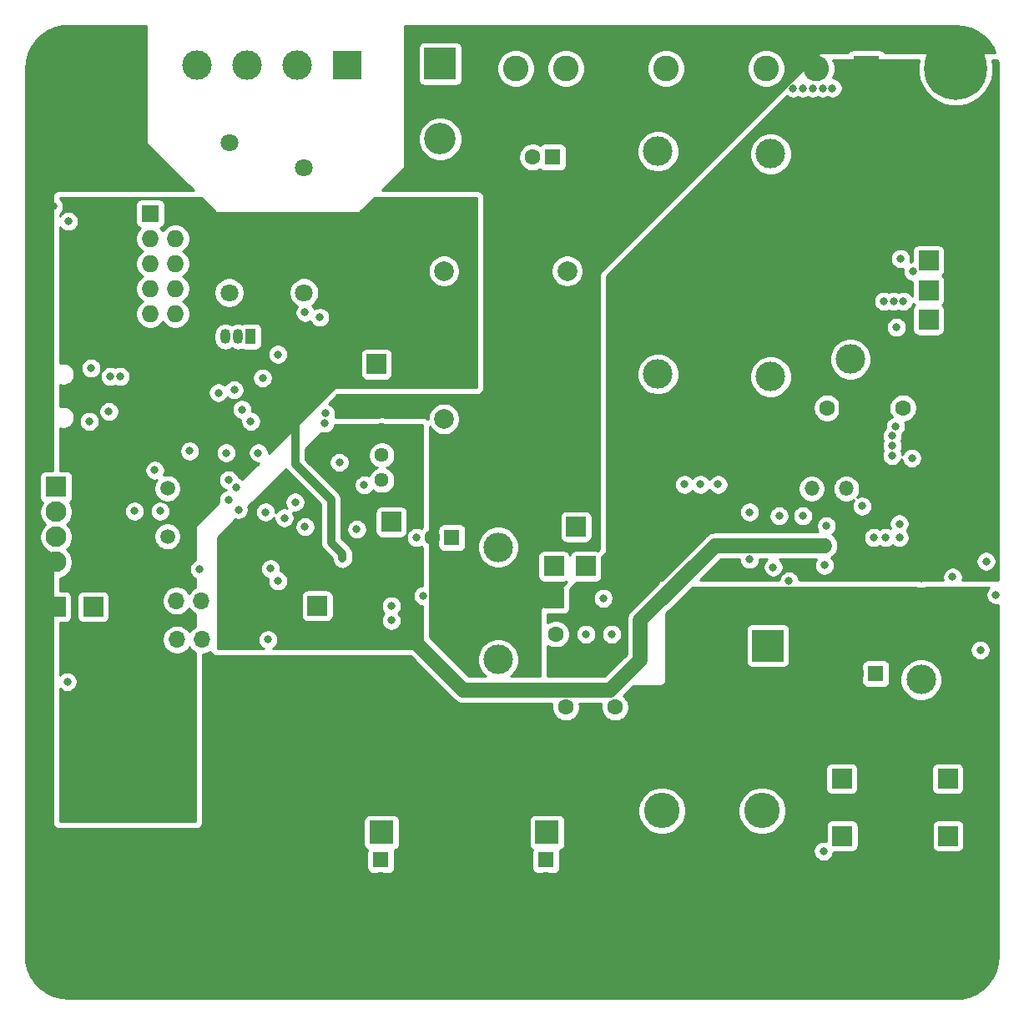
<source format=gbr>
G04 #@! TF.GenerationSoftware,KiCad,Pcbnew,5.1.5+dfsg1-2build2*
G04 #@! TF.CreationDate,2021-06-30T22:55:55+02:00*
G04 #@! TF.ProjectId,solar_mppt1,736f6c61-725f-46d7-9070-74312e6b6963,rev?*
G04 #@! TF.SameCoordinates,Original*
G04 #@! TF.FileFunction,Copper,L2,Inr*
G04 #@! TF.FilePolarity,Positive*
%FSLAX46Y46*%
G04 Gerber Fmt 4.6, Leading zero omitted, Abs format (unit mm)*
G04 Created by KiCad (PCBNEW 5.1.5+dfsg1-2build2) date 2021-06-30 22:55:55*
%MOMM*%
%LPD*%
G04 APERTURE LIST*
%ADD10R,2.000000X2.000000*%
%ADD11C,1.803400*%
%ADD12C,3.600000*%
%ADD13C,1.500000*%
%ADD14C,1.600000*%
%ADD15R,1.600000X1.600000*%
%ADD16C,3.000000*%
%ADD17R,3.000000X3.000000*%
%ADD18C,2.000000*%
%ADD19O,3.000000X3.000000*%
%ADD20C,2.100000*%
%ADD21R,2.100000X2.100000*%
%ADD22O,3.200000X3.200000*%
%ADD23R,3.200000X3.200000*%
%ADD24O,1.727200X1.727200*%
%ADD25R,1.727200X1.727200*%
%ADD26C,2.400000*%
%ADD27R,2.400000X2.400000*%
%ADD28O,1.500000X1.500000*%
%ADD29C,0.800000*%
%ADD30C,6.400000*%
%ADD31C,2.600000*%
%ADD32R,2.600000X2.600000*%
%ADD33O,1.700000X1.700000*%
%ADD34R,1.700000X1.700000*%
%ADD35R,1.050000X1.500000*%
%ADD36O,1.050000X1.500000*%
%ADD37C,1.440000*%
%ADD38C,1.500000*%
%ADD39C,0.850000*%
%ADD40C,0.254000*%
G04 APERTURE END LIST*
D10*
X38750000Y0D03*
X32750000Y-24500000D03*
X6200000Y-24600000D03*
X94750000Y10500000D03*
X56750000Y-23750000D03*
X94750000Y4500000D03*
X94750000Y7500000D03*
X10000000Y-24600000D03*
X59000000Y-16500000D03*
X40250000Y-16000000D03*
X56750000Y-20500000D03*
X60000000Y-20500000D03*
D11*
X23800000Y7260000D03*
X23800000Y22500000D03*
X31400000Y19960000D03*
X31400000Y7260000D03*
D12*
X67700000Y-45300000D03*
X77860000Y-45300000D03*
D13*
X17556000Y-17480000D03*
X17556000Y-12600000D03*
D14*
X92150000Y-4430000D03*
D15*
X90150000Y-4430000D03*
D16*
X30671000Y30359000D03*
X25591000Y30359000D03*
D17*
X35751000Y30359000D03*
D16*
X20511000Y30359000D03*
D14*
X39200000Y-52300000D03*
D15*
X39200000Y-50300000D03*
D18*
X96750000Y-52850000D03*
D10*
X96750000Y-47850000D03*
D18*
X85950000Y-37050000D03*
D10*
X85950000Y-42050000D03*
D18*
X86000000Y-52850000D03*
D10*
X86000000Y-47850000D03*
D18*
X96700000Y-37050000D03*
D10*
X96700000Y-42050000D03*
D19*
X51094000Y-18562000D03*
D16*
X51094000Y-29962000D03*
X67310000Y21600000D03*
X67310000Y-1000000D03*
X78740000Y21330000D03*
X78740000Y-1270000D03*
D20*
X6248000Y-20077000D03*
X6248000Y-17537000D03*
X6248000Y-14997000D03*
D21*
X6248000Y-12457000D03*
D18*
X58090000Y-5554000D03*
X45590000Y-5554000D03*
X45590000Y9446000D03*
X58090000Y9446000D03*
D22*
X83530000Y-28550000D03*
D23*
X78450000Y-28550000D03*
D24*
X18340000Y5120000D03*
X15800000Y5120000D03*
X18340000Y7660000D03*
X15800000Y7660000D03*
X18340000Y10200000D03*
X15800000Y10200000D03*
X18340000Y12740000D03*
X15800000Y12740000D03*
X18340000Y15280000D03*
D25*
X15800000Y15280000D03*
D22*
X45212000Y22860000D03*
D23*
X45212000Y30480000D03*
D14*
X54600000Y21000000D03*
D15*
X56600000Y21000000D03*
D14*
X44400000Y-17600000D03*
D15*
X46400000Y-17600000D03*
D14*
X56950000Y-27400000D03*
D15*
X56950000Y-29400000D03*
D14*
X87400000Y-31400000D03*
D15*
X89400000Y-31400000D03*
D14*
X62950000Y-34800000D03*
X57950000Y-34800000D03*
D26*
X39262000Y-54998000D03*
D27*
X39262000Y-47498000D03*
D26*
X56050000Y-54998000D03*
D27*
X56050000Y-47498000D03*
D14*
X55950000Y-52300000D03*
D15*
X55950000Y-50300000D03*
D14*
X84450000Y-4430000D03*
D15*
X86450000Y-4430000D03*
D28*
X86412000Y-12618000D03*
X82912000Y-12618000D03*
D29*
X99197056Y31697056D03*
X97500000Y32400000D03*
X95802944Y31697056D03*
X95100000Y30000000D03*
X95802944Y28302944D03*
X97500000Y27600000D03*
X99197056Y28302944D03*
X99900000Y30000000D03*
D30*
X97500000Y30000000D03*
D29*
X99197056Y-58302944D03*
X97500000Y-57600000D03*
X95802944Y-58302944D03*
X95100000Y-60000000D03*
X95802944Y-61697056D03*
X97500000Y-62400000D03*
X99197056Y-61697056D03*
X99900000Y-60000000D03*
D30*
X97500000Y-60000000D03*
D29*
X9197056Y31697056D03*
X7500000Y32400000D03*
X5802944Y31697056D03*
X5100000Y30000000D03*
X5802944Y28302944D03*
X7500000Y27600000D03*
X9197056Y28302944D03*
X9900000Y30000000D03*
D30*
X7500000Y30000000D03*
D29*
X9197056Y-58302944D03*
X7500000Y-57600000D03*
X5802944Y-58302944D03*
X5100000Y-60000000D03*
X5802944Y-61697056D03*
X7500000Y-62400000D03*
X9197056Y-61697056D03*
X9900000Y-60000000D03*
D30*
X7500000Y-60000000D03*
D31*
X52880000Y30000000D03*
X57960000Y30000000D03*
X63040000Y30000000D03*
X68120000Y30000000D03*
X73200000Y30000000D03*
X78280000Y30000000D03*
X83360000Y30000000D03*
D32*
X88440000Y30000000D03*
D33*
X18460000Y-24000000D03*
X21000000Y-24000000D03*
D34*
X23540000Y-24000000D03*
D33*
X18500000Y-27940000D03*
X21040000Y-27940000D03*
D34*
X23580000Y-27940000D03*
D35*
X25970000Y2800000D03*
D36*
X23430000Y2800000D03*
X24700000Y2800000D03*
D19*
X94000000Y-32000000D03*
D16*
X94000000Y-20600000D03*
D19*
X86823000Y11910000D03*
D16*
X86823000Y510000D03*
D37*
X39286000Y-6686000D03*
X39286000Y-9226000D03*
X39286000Y-11766000D03*
D29*
X92200000Y6400000D03*
X90200000Y6400000D03*
X80600000Y-22000000D03*
X76600000Y-15000000D03*
X76600000Y-19800000D03*
X79000000Y-20600000D03*
X82000000Y-15400000D03*
X79600000Y-15400000D03*
X91050000Y-9280000D03*
X91050000Y-8280000D03*
X91050000Y-7280000D03*
X91390685Y-6320685D03*
X93062500Y-9517500D03*
X7446000Y-53754000D03*
X7380000Y-32220000D03*
X60000000Y-27400000D03*
X62600000Y-27400000D03*
X47400000Y-27400000D03*
X47400000Y-29200000D03*
X45800000Y-19400000D03*
X11600000Y-4800000D03*
X9600000Y-5800000D03*
X4200000Y-5800000D03*
X4200000Y-600000D03*
X9800000Y-400000D03*
X27200000Y-1400000D03*
X88000000Y-14400000D03*
X71200000Y-27000000D03*
X71200000Y-26000000D03*
X71200000Y-25000000D03*
X71200000Y-24000000D03*
X73800000Y-24000000D03*
X73800000Y-25000000D03*
X73800000Y-26000000D03*
X73800000Y-27000000D03*
X71200000Y-28200000D03*
X72500000Y-28400000D03*
X73800000Y-28200000D03*
X71200000Y-23000000D03*
X72500000Y-23000000D03*
X73800000Y-23000000D03*
X98400000Y-26400000D03*
X97200000Y-23400000D03*
X97200000Y-21600000D03*
X98400000Y-29000000D03*
X99000000Y-32600000D03*
X101400000Y-33000000D03*
X73400000Y-12200000D03*
X16800000Y-14900000D03*
X14200000Y-14900000D03*
X42800000Y-17600000D03*
X56000000Y-5500000D03*
X56000000Y-4500000D03*
X56000000Y-3500000D03*
X57000000Y-3500000D03*
X58000000Y-3500000D03*
X59000000Y-3500000D03*
X60000000Y-3500000D03*
X60000000Y-4500000D03*
X60000000Y-5500000D03*
X60000000Y-6500000D03*
X60000000Y-7500000D03*
X59000000Y-7500000D03*
X58000000Y-7500000D03*
X57000000Y-7500000D03*
X56000000Y-7500000D03*
X56000000Y-6500000D03*
X7500000Y14500000D03*
X6000000Y16000000D03*
X61750000Y-23750000D03*
X91200000Y6400000D03*
X91900000Y10700000D03*
X93200000Y9400000D03*
X20800000Y-20800000D03*
X23750000Y-11750000D03*
X24500000Y-12500000D03*
X36750000Y-16750000D03*
X31500000Y-16500000D03*
X65600000Y33600000D03*
X66600000Y33600000D03*
X67600000Y33600000D03*
X68600000Y33600000D03*
X69600000Y33600000D03*
X70600000Y33600000D03*
X71600000Y33600000D03*
X73600000Y33600000D03*
X74600000Y33600000D03*
X75600000Y33600000D03*
X76600000Y33600000D03*
X77600000Y33600000D03*
X78600000Y33600000D03*
X79600000Y33600000D03*
X80600000Y33600000D03*
X81600000Y33600000D03*
X82600000Y33600000D03*
X83600000Y33600000D03*
X84600000Y33600000D03*
X85600000Y33600000D03*
X86600000Y33600000D03*
X87600000Y33600000D03*
X88600000Y33600000D03*
X89600000Y33600000D03*
X90600000Y33600000D03*
X91600000Y33600000D03*
X92600000Y33600000D03*
X72600000Y33600000D03*
X41502000Y-54998000D03*
X41502000Y-54998000D03*
X37000000Y-55000000D03*
X54002000Y-54998000D03*
X58002000Y-54998000D03*
X54350000Y-52150000D03*
X40850000Y-52150000D03*
X88150000Y-52850000D03*
X84675000Y-54175000D03*
X94650000Y-52850000D03*
X99000000Y-53000000D03*
X99000000Y-52000000D03*
X86000000Y-50500000D03*
X83500000Y-26000000D03*
X86000000Y-28500000D03*
X83530000Y-30970000D03*
X84500000Y-26000000D03*
X85500000Y-26000000D03*
X86000000Y-27500000D03*
X43500000Y-23500000D03*
X51500000Y-24500000D03*
X88000000Y-37000000D03*
X88000000Y-36000000D03*
X88000000Y-35000000D03*
X87000000Y-35000000D03*
X86000000Y-35000000D03*
X85000000Y-35000000D03*
X84000000Y-37000000D03*
X84000000Y-36000000D03*
X84000000Y-38000000D03*
X84000000Y-39000000D03*
X85000000Y-39000000D03*
X86000000Y-39000000D03*
X87000000Y-39000000D03*
X88000000Y-39000000D03*
X88000000Y-38000000D03*
X84000000Y-35000000D03*
X97000000Y-39000000D03*
X96000000Y-39000000D03*
X95000000Y-39000000D03*
X95000000Y-38000000D03*
X95000000Y-37000000D03*
X95000000Y-36000000D03*
X98500000Y-36000000D03*
X98500000Y-37000000D03*
X98500000Y-38000000D03*
X98000000Y-39000000D03*
X98000000Y-35000000D03*
X97000000Y-35000000D03*
X96000000Y-35000000D03*
X95000000Y-35000000D03*
X96750000Y-26250000D03*
X85000000Y28000000D03*
X84000000Y28000000D03*
X83000000Y28000000D03*
X82000000Y28000000D03*
X81000000Y28000000D03*
X76000000Y28000000D03*
X75000000Y28000000D03*
X74000000Y28000000D03*
X73000000Y28000000D03*
X72000000Y28000000D03*
X71000000Y28000000D03*
X66000000Y28000000D03*
X65000000Y28000000D03*
X64000000Y28000000D03*
X63000000Y28000000D03*
X61000000Y28000000D03*
X60000000Y28000000D03*
X62000000Y28000000D03*
X34990000Y-9960000D03*
X16250000Y-10750000D03*
X60000000Y-45000000D03*
X60000000Y-50000000D03*
X65000000Y-50000000D03*
X70000000Y-50000000D03*
X75000000Y-50000000D03*
X75000000Y-45000000D03*
X75001633Y-54998367D03*
X70000979Y-54999021D03*
X65000326Y-54999674D03*
X60001111Y-54998889D03*
X80002000Y-54998000D03*
X45002000Y-54998000D03*
X50002000Y-54998000D03*
X30500000Y-14000000D03*
X84100000Y-49400000D03*
X37500000Y-12250000D03*
X100600000Y-20000000D03*
X101600000Y-23400000D03*
X42750000Y-27250000D03*
X42750000Y-28250000D03*
X84400000Y-16400000D03*
X84200000Y-18400000D03*
X84200000Y-20400000D03*
X87700000Y-5880000D03*
X88350000Y-4430000D03*
X88837500Y-5842500D03*
X63614750Y-29175000D03*
X100000000Y-29000000D03*
X33600000Y-5000000D03*
X30500000Y-5750000D03*
X91800000Y-16200000D03*
X91800000Y-17600000D03*
X89200000Y-17600000D03*
X90400000Y-17600000D03*
X7400000Y-42600000D03*
X71600000Y-12200000D03*
X70000000Y-12200000D03*
X11200000Y-45800000D03*
X11231000Y-37231000D03*
X13000000Y500000D03*
X18000000Y-5750000D03*
X34149000Y-18101000D03*
X35300000Y-19700000D03*
X12400000Y-13200000D03*
X12400000Y-14200000D03*
X18675000Y-6325000D03*
X15750000Y-9250000D03*
X27500000Y-15000000D03*
X29400000Y-15600000D03*
X24308000Y-2600000D03*
X19800000Y-8800000D03*
X25100000Y-4600000D03*
X22700000Y-2900000D03*
X26000000Y-5800000D03*
X28750000Y-22000000D03*
X40250000Y-26000000D03*
X28000000Y-20750000D03*
X40250000Y-24500000D03*
X23750000Y-13750000D03*
X31500000Y5250000D03*
X23500000Y-9000000D03*
X91500000Y3750000D03*
X28750000Y1000000D03*
X24750000Y-14750000D03*
X33000000Y4750000D03*
X26750000Y-9000000D03*
X11750000Y-1250000D03*
X12750000Y-1250000D03*
X33500000Y-6000000D03*
X27750000Y-27940000D03*
D38*
X47549999Y-33049999D02*
X42750000Y-28250000D01*
X62450001Y-33049999D02*
X47549999Y-33049999D01*
X65500000Y-30000000D02*
X62450001Y-33049999D01*
X65500000Y-26000000D02*
X65500000Y-30000000D01*
X73100000Y-18400000D02*
X65500000Y-26000000D01*
X84200000Y-18400000D02*
X73100000Y-18400000D01*
D39*
X35300000Y-19252000D02*
X34149000Y-18101000D01*
X35300000Y-19700000D02*
X35300000Y-19252000D01*
X34149000Y-18101000D02*
X34149000Y-13749000D01*
X30500000Y-10100000D02*
X30500000Y-5750000D01*
X34149000Y-13749000D02*
X30500000Y-10100000D01*
D40*
G36*
X93665000Y30377715D02*
G01*
X93665000Y29622285D01*
X93812377Y28881372D01*
X94101467Y28183446D01*
X94521161Y27555330D01*
X95055330Y27021161D01*
X95683446Y26601467D01*
X96381372Y26312377D01*
X97122285Y26165000D01*
X97877715Y26165000D01*
X98618628Y26312377D01*
X99316554Y26601467D01*
X99944670Y27021161D01*
X100478839Y27555330D01*
X100898533Y28183446D01*
X101187623Y28881372D01*
X101335000Y29622285D01*
X101335000Y30377715D01*
X101236482Y30873000D01*
X101733376Y30873000D01*
X101792065Y30628543D01*
X101840001Y29975780D01*
X101840000Y-21873000D01*
X98200974Y-21873000D01*
X98235000Y-21701939D01*
X98235000Y-21498061D01*
X98195226Y-21298102D01*
X98117205Y-21109744D01*
X98003937Y-20940226D01*
X97859774Y-20796063D01*
X97690256Y-20682795D01*
X97501898Y-20604774D01*
X97301939Y-20565000D01*
X97098061Y-20565000D01*
X96898102Y-20604774D01*
X96709744Y-20682795D01*
X96540226Y-20796063D01*
X96396063Y-20940226D01*
X96282795Y-21109744D01*
X96204774Y-21298102D01*
X96165000Y-21498061D01*
X96165000Y-21701939D01*
X96199026Y-21873000D01*
X81630015Y-21873000D01*
X81595226Y-21698102D01*
X81517205Y-21509744D01*
X81403937Y-21340226D01*
X81259774Y-21196063D01*
X81090256Y-21082795D01*
X80901898Y-21004774D01*
X80701939Y-20965000D01*
X80498061Y-20965000D01*
X80298102Y-21004774D01*
X80109744Y-21082795D01*
X79940226Y-21196063D01*
X79796063Y-21340226D01*
X79682795Y-21509744D01*
X79604774Y-21698102D01*
X79569985Y-21873000D01*
X71585686Y-21873000D01*
X73673686Y-19785000D01*
X75565000Y-19785000D01*
X75565000Y-19901939D01*
X75604774Y-20101898D01*
X75682795Y-20290256D01*
X75796063Y-20459774D01*
X75940226Y-20603937D01*
X76109744Y-20717205D01*
X76298102Y-20795226D01*
X76498061Y-20835000D01*
X76701939Y-20835000D01*
X76901898Y-20795226D01*
X77090256Y-20717205D01*
X77259774Y-20603937D01*
X77403937Y-20459774D01*
X77517205Y-20290256D01*
X77595226Y-20101898D01*
X77635000Y-19901939D01*
X77635000Y-19785000D01*
X78356783Y-19785000D01*
X78340226Y-19796063D01*
X78196063Y-19940226D01*
X78082795Y-20109744D01*
X78004774Y-20298102D01*
X77965000Y-20498061D01*
X77965000Y-20701939D01*
X78004774Y-20901898D01*
X78082795Y-21090256D01*
X78196063Y-21259774D01*
X78340226Y-21403937D01*
X78509744Y-21517205D01*
X78698102Y-21595226D01*
X78898061Y-21635000D01*
X79101939Y-21635000D01*
X79301898Y-21595226D01*
X79490256Y-21517205D01*
X79659774Y-21403937D01*
X79803937Y-21259774D01*
X79917205Y-21090256D01*
X79995226Y-20901898D01*
X80035000Y-20701939D01*
X80035000Y-20498061D01*
X79995226Y-20298102D01*
X79917205Y-20109744D01*
X79803937Y-19940226D01*
X79659774Y-19796063D01*
X79643217Y-19785000D01*
X83366146Y-19785000D01*
X83282795Y-19909744D01*
X83204774Y-20098102D01*
X83165000Y-20298061D01*
X83165000Y-20501939D01*
X83204774Y-20701898D01*
X83282795Y-20890256D01*
X83396063Y-21059774D01*
X83540226Y-21203937D01*
X83709744Y-21317205D01*
X83898102Y-21395226D01*
X84098061Y-21435000D01*
X84301939Y-21435000D01*
X84501898Y-21395226D01*
X84690256Y-21317205D01*
X84859774Y-21203937D01*
X85003937Y-21059774D01*
X85117205Y-20890256D01*
X85195226Y-20701898D01*
X85235000Y-20501939D01*
X85235000Y-20298061D01*
X85195226Y-20098102D01*
X85117205Y-19909744D01*
X85109399Y-19898061D01*
X99565000Y-19898061D01*
X99565000Y-20101939D01*
X99604774Y-20301898D01*
X99682795Y-20490256D01*
X99796063Y-20659774D01*
X99940226Y-20803937D01*
X100109744Y-20917205D01*
X100298102Y-20995226D01*
X100498061Y-21035000D01*
X100701939Y-21035000D01*
X100901898Y-20995226D01*
X101090256Y-20917205D01*
X101259774Y-20803937D01*
X101403937Y-20659774D01*
X101517205Y-20490256D01*
X101595226Y-20301898D01*
X101635000Y-20101939D01*
X101635000Y-19898061D01*
X101595226Y-19698102D01*
X101517205Y-19509744D01*
X101403937Y-19340226D01*
X101259774Y-19196063D01*
X101090256Y-19082795D01*
X100901898Y-19004774D01*
X100701939Y-18965000D01*
X100498061Y-18965000D01*
X100298102Y-19004774D01*
X100109744Y-19082795D01*
X99940226Y-19196063D01*
X99796063Y-19340226D01*
X99682795Y-19509744D01*
X99604774Y-19698102D01*
X99565000Y-19898061D01*
X85109399Y-19898061D01*
X85003937Y-19740226D01*
X84873925Y-19610214D01*
X84973188Y-19557157D01*
X85184081Y-19384081D01*
X85357157Y-19173188D01*
X85485764Y-18932581D01*
X85564960Y-18671507D01*
X85591701Y-18400000D01*
X85564960Y-18128493D01*
X85485764Y-17867419D01*
X85357157Y-17626812D01*
X85251494Y-17498061D01*
X88165000Y-17498061D01*
X88165000Y-17701939D01*
X88204774Y-17901898D01*
X88282795Y-18090256D01*
X88396063Y-18259774D01*
X88540226Y-18403937D01*
X88709744Y-18517205D01*
X88898102Y-18595226D01*
X89098061Y-18635000D01*
X89301939Y-18635000D01*
X89501898Y-18595226D01*
X89690256Y-18517205D01*
X89800000Y-18443877D01*
X89909744Y-18517205D01*
X90098102Y-18595226D01*
X90298061Y-18635000D01*
X90501939Y-18635000D01*
X90701898Y-18595226D01*
X90890256Y-18517205D01*
X91059774Y-18403937D01*
X91100000Y-18363711D01*
X91140226Y-18403937D01*
X91309744Y-18517205D01*
X91498102Y-18595226D01*
X91698061Y-18635000D01*
X91901939Y-18635000D01*
X92101898Y-18595226D01*
X92290256Y-18517205D01*
X92459774Y-18403937D01*
X92603937Y-18259774D01*
X92717205Y-18090256D01*
X92795226Y-17901898D01*
X92835000Y-17701939D01*
X92835000Y-17498061D01*
X92795226Y-17298102D01*
X92717205Y-17109744D01*
X92603937Y-16940226D01*
X92563711Y-16900000D01*
X92603937Y-16859774D01*
X92717205Y-16690256D01*
X92795226Y-16501898D01*
X92835000Y-16301939D01*
X92835000Y-16098061D01*
X92795226Y-15898102D01*
X92717205Y-15709744D01*
X92603937Y-15540226D01*
X92459774Y-15396063D01*
X92290256Y-15282795D01*
X92101898Y-15204774D01*
X91901939Y-15165000D01*
X91698061Y-15165000D01*
X91498102Y-15204774D01*
X91309744Y-15282795D01*
X91140226Y-15396063D01*
X90996063Y-15540226D01*
X90882795Y-15709744D01*
X90804774Y-15898102D01*
X90765000Y-16098061D01*
X90765000Y-16301939D01*
X90804774Y-16501898D01*
X90877519Y-16677519D01*
X90701898Y-16604774D01*
X90501939Y-16565000D01*
X90298061Y-16565000D01*
X90098102Y-16604774D01*
X89909744Y-16682795D01*
X89800000Y-16756123D01*
X89690256Y-16682795D01*
X89501898Y-16604774D01*
X89301939Y-16565000D01*
X89098061Y-16565000D01*
X88898102Y-16604774D01*
X88709744Y-16682795D01*
X88540226Y-16796063D01*
X88396063Y-16940226D01*
X88282795Y-17109744D01*
X88204774Y-17298102D01*
X88165000Y-17498061D01*
X85251494Y-17498061D01*
X85184081Y-17415919D01*
X84985915Y-17253288D01*
X85059774Y-17203937D01*
X85203937Y-17059774D01*
X85317205Y-16890256D01*
X85395226Y-16701898D01*
X85435000Y-16501939D01*
X85435000Y-16298061D01*
X85395226Y-16098102D01*
X85317205Y-15909744D01*
X85203937Y-15740226D01*
X85059774Y-15596063D01*
X84890256Y-15482795D01*
X84701898Y-15404774D01*
X84501939Y-15365000D01*
X84298061Y-15365000D01*
X84098102Y-15404774D01*
X83909744Y-15482795D01*
X83740226Y-15596063D01*
X83596063Y-15740226D01*
X83482795Y-15909744D01*
X83404774Y-16098102D01*
X83365000Y-16298061D01*
X83365000Y-16501939D01*
X83404774Y-16701898D01*
X83482795Y-16890256D01*
X83566146Y-17015000D01*
X73168026Y-17015000D01*
X73099999Y-17008300D01*
X73031972Y-17015000D01*
X73031963Y-17015000D01*
X72828493Y-17035040D01*
X72567419Y-17114236D01*
X72326812Y-17242843D01*
X72326810Y-17242844D01*
X72326811Y-17242844D01*
X72168766Y-17372548D01*
X72168764Y-17372550D01*
X72115919Y-17415919D01*
X72072550Y-17468764D01*
X67668315Y-21873000D01*
X67500000Y-21873000D01*
X67475224Y-21875440D01*
X67451399Y-21882667D01*
X67429443Y-21894403D01*
X67410197Y-21910197D01*
X67394403Y-21929443D01*
X67382667Y-21951399D01*
X67375440Y-21975224D01*
X67373000Y-22000000D01*
X67373000Y-22168315D01*
X64568765Y-24972550D01*
X64515919Y-25015920D01*
X64472550Y-25068765D01*
X64472548Y-25068767D01*
X64443228Y-25104494D01*
X64342843Y-25226813D01*
X64247721Y-25404774D01*
X64214236Y-25467420D01*
X64135040Y-25728493D01*
X64132518Y-25754100D01*
X64115000Y-25931964D01*
X64115000Y-25931971D01*
X64108300Y-26000000D01*
X64115000Y-26068029D01*
X64115001Y-29426313D01*
X61876316Y-31664999D01*
X56127000Y-31664999D01*
X56127000Y-28575948D01*
X56270273Y-28671680D01*
X56531426Y-28779853D01*
X56808665Y-28835000D01*
X57091335Y-28835000D01*
X57368574Y-28779853D01*
X57629727Y-28671680D01*
X57864759Y-28514637D01*
X58064637Y-28314759D01*
X58221680Y-28079727D01*
X58329853Y-27818574D01*
X58385000Y-27541335D01*
X58385000Y-27298061D01*
X58965000Y-27298061D01*
X58965000Y-27501939D01*
X59004774Y-27701898D01*
X59082795Y-27890256D01*
X59196063Y-28059774D01*
X59340226Y-28203937D01*
X59509744Y-28317205D01*
X59698102Y-28395226D01*
X59898061Y-28435000D01*
X60101939Y-28435000D01*
X60301898Y-28395226D01*
X60490256Y-28317205D01*
X60659774Y-28203937D01*
X60803937Y-28059774D01*
X60917205Y-27890256D01*
X60995226Y-27701898D01*
X61035000Y-27501939D01*
X61035000Y-27298061D01*
X61565000Y-27298061D01*
X61565000Y-27501939D01*
X61604774Y-27701898D01*
X61682795Y-27890256D01*
X61796063Y-28059774D01*
X61940226Y-28203937D01*
X62109744Y-28317205D01*
X62298102Y-28395226D01*
X62498061Y-28435000D01*
X62701939Y-28435000D01*
X62901898Y-28395226D01*
X63090256Y-28317205D01*
X63259774Y-28203937D01*
X63403937Y-28059774D01*
X63517205Y-27890256D01*
X63595226Y-27701898D01*
X63635000Y-27501939D01*
X63635000Y-27298061D01*
X63595226Y-27098102D01*
X63517205Y-26909744D01*
X63403937Y-26740226D01*
X63259774Y-26596063D01*
X63090256Y-26482795D01*
X62901898Y-26404774D01*
X62701939Y-26365000D01*
X62498061Y-26365000D01*
X62298102Y-26404774D01*
X62109744Y-26482795D01*
X61940226Y-26596063D01*
X61796063Y-26740226D01*
X61682795Y-26909744D01*
X61604774Y-27098102D01*
X61565000Y-27298061D01*
X61035000Y-27298061D01*
X60995226Y-27098102D01*
X60917205Y-26909744D01*
X60803937Y-26740226D01*
X60659774Y-26596063D01*
X60490256Y-26482795D01*
X60301898Y-26404774D01*
X60101939Y-26365000D01*
X59898061Y-26365000D01*
X59698102Y-26404774D01*
X59509744Y-26482795D01*
X59340226Y-26596063D01*
X59196063Y-26740226D01*
X59082795Y-26909744D01*
X59004774Y-27098102D01*
X58965000Y-27298061D01*
X58385000Y-27298061D01*
X58385000Y-27258665D01*
X58329853Y-26981426D01*
X58221680Y-26720273D01*
X58064637Y-26485241D01*
X57864759Y-26285363D01*
X57629727Y-26128320D01*
X57368574Y-26020147D01*
X57091335Y-25965000D01*
X56808665Y-25965000D01*
X56531426Y-26020147D01*
X56270273Y-26128320D01*
X56127000Y-26224052D01*
X56127000Y-25388072D01*
X57750000Y-25388072D01*
X57874482Y-25375812D01*
X57994180Y-25339502D01*
X58104494Y-25280537D01*
X58201185Y-25201185D01*
X58280537Y-25104494D01*
X58339502Y-24994180D01*
X58375812Y-24874482D01*
X58388072Y-24750000D01*
X58388072Y-23648061D01*
X60715000Y-23648061D01*
X60715000Y-23851939D01*
X60754774Y-24051898D01*
X60832795Y-24240256D01*
X60946063Y-24409774D01*
X61090226Y-24553937D01*
X61259744Y-24667205D01*
X61448102Y-24745226D01*
X61648061Y-24785000D01*
X61851939Y-24785000D01*
X62051898Y-24745226D01*
X62240256Y-24667205D01*
X62409774Y-24553937D01*
X62553937Y-24409774D01*
X62667205Y-24240256D01*
X62745226Y-24051898D01*
X62785000Y-23851939D01*
X62785000Y-23648061D01*
X62745226Y-23448102D01*
X62667205Y-23259744D01*
X62553937Y-23090226D01*
X62409774Y-22946063D01*
X62240256Y-22832795D01*
X62051898Y-22754774D01*
X61851939Y-22715000D01*
X61648061Y-22715000D01*
X61448102Y-22754774D01*
X61259744Y-22832795D01*
X61090226Y-22946063D01*
X60946063Y-23090226D01*
X60832795Y-23259744D01*
X60754774Y-23448102D01*
X60715000Y-23648061D01*
X58388072Y-23648061D01*
X58388072Y-22791534D01*
X59041534Y-22138072D01*
X61000000Y-22138072D01*
X61124482Y-22125812D01*
X61244180Y-22089502D01*
X61354494Y-22030537D01*
X61451185Y-21951185D01*
X61530537Y-21854494D01*
X61589502Y-21744180D01*
X61625812Y-21624482D01*
X61638072Y-21500000D01*
X61638072Y-19541534D01*
X62089803Y-19089803D01*
X62105597Y-19070557D01*
X62117333Y-19048601D01*
X62124560Y-19024776D01*
X62127000Y-19000000D01*
X62127000Y-14898061D01*
X75565000Y-14898061D01*
X75565000Y-15101939D01*
X75604774Y-15301898D01*
X75682795Y-15490256D01*
X75796063Y-15659774D01*
X75940226Y-15803937D01*
X76109744Y-15917205D01*
X76298102Y-15995226D01*
X76498061Y-16035000D01*
X76701939Y-16035000D01*
X76901898Y-15995226D01*
X77090256Y-15917205D01*
X77259774Y-15803937D01*
X77403937Y-15659774D01*
X77517205Y-15490256D01*
X77595226Y-15301898D01*
X77595989Y-15298061D01*
X78565000Y-15298061D01*
X78565000Y-15501939D01*
X78604774Y-15701898D01*
X78682795Y-15890256D01*
X78796063Y-16059774D01*
X78940226Y-16203937D01*
X79109744Y-16317205D01*
X79298102Y-16395226D01*
X79498061Y-16435000D01*
X79701939Y-16435000D01*
X79901898Y-16395226D01*
X80090256Y-16317205D01*
X80259774Y-16203937D01*
X80403937Y-16059774D01*
X80517205Y-15890256D01*
X80595226Y-15701898D01*
X80635000Y-15501939D01*
X80635000Y-15298061D01*
X80965000Y-15298061D01*
X80965000Y-15501939D01*
X81004774Y-15701898D01*
X81082795Y-15890256D01*
X81196063Y-16059774D01*
X81340226Y-16203937D01*
X81509744Y-16317205D01*
X81698102Y-16395226D01*
X81898061Y-16435000D01*
X82101939Y-16435000D01*
X82301898Y-16395226D01*
X82490256Y-16317205D01*
X82659774Y-16203937D01*
X82803937Y-16059774D01*
X82917205Y-15890256D01*
X82995226Y-15701898D01*
X83035000Y-15501939D01*
X83035000Y-15298061D01*
X82995226Y-15098102D01*
X82917205Y-14909744D01*
X82803937Y-14740226D01*
X82659774Y-14596063D01*
X82490256Y-14482795D01*
X82301898Y-14404774D01*
X82101939Y-14365000D01*
X81898061Y-14365000D01*
X81698102Y-14404774D01*
X81509744Y-14482795D01*
X81340226Y-14596063D01*
X81196063Y-14740226D01*
X81082795Y-14909744D01*
X81004774Y-15098102D01*
X80965000Y-15298061D01*
X80635000Y-15298061D01*
X80595226Y-15098102D01*
X80517205Y-14909744D01*
X80403937Y-14740226D01*
X80259774Y-14596063D01*
X80090256Y-14482795D01*
X79901898Y-14404774D01*
X79701939Y-14365000D01*
X79498061Y-14365000D01*
X79298102Y-14404774D01*
X79109744Y-14482795D01*
X78940226Y-14596063D01*
X78796063Y-14740226D01*
X78682795Y-14909744D01*
X78604774Y-15098102D01*
X78565000Y-15298061D01*
X77595989Y-15298061D01*
X77635000Y-15101939D01*
X77635000Y-14898061D01*
X77595226Y-14698102D01*
X77517205Y-14509744D01*
X77403937Y-14340226D01*
X77259774Y-14196063D01*
X77090256Y-14082795D01*
X76901898Y-14004774D01*
X76701939Y-13965000D01*
X76498061Y-13965000D01*
X76298102Y-14004774D01*
X76109744Y-14082795D01*
X75940226Y-14196063D01*
X75796063Y-14340226D01*
X75682795Y-14509744D01*
X75604774Y-14698102D01*
X75565000Y-14898061D01*
X62127000Y-14898061D01*
X62127000Y-12098061D01*
X68965000Y-12098061D01*
X68965000Y-12301939D01*
X69004774Y-12501898D01*
X69082795Y-12690256D01*
X69196063Y-12859774D01*
X69340226Y-13003937D01*
X69509744Y-13117205D01*
X69698102Y-13195226D01*
X69898061Y-13235000D01*
X70101939Y-13235000D01*
X70301898Y-13195226D01*
X70490256Y-13117205D01*
X70659774Y-13003937D01*
X70800000Y-12863711D01*
X70940226Y-13003937D01*
X71109744Y-13117205D01*
X71298102Y-13195226D01*
X71498061Y-13235000D01*
X71701939Y-13235000D01*
X71901898Y-13195226D01*
X72090256Y-13117205D01*
X72259774Y-13003937D01*
X72403937Y-12859774D01*
X72500000Y-12716005D01*
X72596063Y-12859774D01*
X72740226Y-13003937D01*
X72909744Y-13117205D01*
X73098102Y-13195226D01*
X73298061Y-13235000D01*
X73501939Y-13235000D01*
X73701898Y-13195226D01*
X73890256Y-13117205D01*
X74059774Y-13003937D01*
X74203937Y-12859774D01*
X74317205Y-12690256D01*
X74395226Y-12501898D01*
X74399265Y-12481589D01*
X81527000Y-12481589D01*
X81527000Y-12754411D01*
X81580225Y-13021989D01*
X81684629Y-13274043D01*
X81836201Y-13500886D01*
X82029114Y-13693799D01*
X82255957Y-13845371D01*
X82508011Y-13949775D01*
X82775589Y-14003000D01*
X83048411Y-14003000D01*
X83315989Y-13949775D01*
X83568043Y-13845371D01*
X83794886Y-13693799D01*
X83987799Y-13500886D01*
X84139371Y-13274043D01*
X84243775Y-13021989D01*
X84297000Y-12754411D01*
X84297000Y-12481589D01*
X85027000Y-12481589D01*
X85027000Y-12754411D01*
X85080225Y-13021989D01*
X85184629Y-13274043D01*
X85336201Y-13500886D01*
X85529114Y-13693799D01*
X85755957Y-13845371D01*
X86008011Y-13949775D01*
X86275589Y-14003000D01*
X86548411Y-14003000D01*
X86815989Y-13949775D01*
X87068043Y-13845371D01*
X87172398Y-13775643D01*
X87082795Y-13909744D01*
X87004774Y-14098102D01*
X86965000Y-14298061D01*
X86965000Y-14501939D01*
X87004774Y-14701898D01*
X87082795Y-14890256D01*
X87196063Y-15059774D01*
X87340226Y-15203937D01*
X87509744Y-15317205D01*
X87698102Y-15395226D01*
X87898061Y-15435000D01*
X88101939Y-15435000D01*
X88301898Y-15395226D01*
X88490256Y-15317205D01*
X88659774Y-15203937D01*
X88803937Y-15059774D01*
X88917205Y-14890256D01*
X88995226Y-14701898D01*
X89035000Y-14501939D01*
X89035000Y-14298061D01*
X88995226Y-14098102D01*
X88917205Y-13909744D01*
X88803937Y-13740226D01*
X88659774Y-13596063D01*
X88490256Y-13482795D01*
X88301898Y-13404774D01*
X88101939Y-13365000D01*
X87898061Y-13365000D01*
X87698102Y-13404774D01*
X87509744Y-13482795D01*
X87491937Y-13494693D01*
X87639371Y-13274043D01*
X87743775Y-13021989D01*
X87797000Y-12754411D01*
X87797000Y-12481589D01*
X87743775Y-12214011D01*
X87639371Y-11961957D01*
X87487799Y-11735114D01*
X87294886Y-11542201D01*
X87068043Y-11390629D01*
X86815989Y-11286225D01*
X86548411Y-11233000D01*
X86275589Y-11233000D01*
X86008011Y-11286225D01*
X85755957Y-11390629D01*
X85529114Y-11542201D01*
X85336201Y-11735114D01*
X85184629Y-11961957D01*
X85080225Y-12214011D01*
X85027000Y-12481589D01*
X84297000Y-12481589D01*
X84243775Y-12214011D01*
X84139371Y-11961957D01*
X83987799Y-11735114D01*
X83794886Y-11542201D01*
X83568043Y-11390629D01*
X83315989Y-11286225D01*
X83048411Y-11233000D01*
X82775589Y-11233000D01*
X82508011Y-11286225D01*
X82255957Y-11390629D01*
X82029114Y-11542201D01*
X81836201Y-11735114D01*
X81684629Y-11961957D01*
X81580225Y-12214011D01*
X81527000Y-12481589D01*
X74399265Y-12481589D01*
X74435000Y-12301939D01*
X74435000Y-12098061D01*
X74395226Y-11898102D01*
X74317205Y-11709744D01*
X74203937Y-11540226D01*
X74059774Y-11396063D01*
X73890256Y-11282795D01*
X73701898Y-11204774D01*
X73501939Y-11165000D01*
X73298061Y-11165000D01*
X73098102Y-11204774D01*
X72909744Y-11282795D01*
X72740226Y-11396063D01*
X72596063Y-11540226D01*
X72500000Y-11683995D01*
X72403937Y-11540226D01*
X72259774Y-11396063D01*
X72090256Y-11282795D01*
X71901898Y-11204774D01*
X71701939Y-11165000D01*
X71498061Y-11165000D01*
X71298102Y-11204774D01*
X71109744Y-11282795D01*
X70940226Y-11396063D01*
X70800000Y-11536289D01*
X70659774Y-11396063D01*
X70490256Y-11282795D01*
X70301898Y-11204774D01*
X70101939Y-11165000D01*
X69898061Y-11165000D01*
X69698102Y-11204774D01*
X69509744Y-11282795D01*
X69340226Y-11396063D01*
X69196063Y-11540226D01*
X69082795Y-11709744D01*
X69004774Y-11898102D01*
X68965000Y-12098061D01*
X62127000Y-12098061D01*
X62127000Y-7178061D01*
X90015000Y-7178061D01*
X90015000Y-7381939D01*
X90054774Y-7581898D01*
X90132795Y-7770256D01*
X90139306Y-7780000D01*
X90132795Y-7789744D01*
X90054774Y-7978102D01*
X90015000Y-8178061D01*
X90015000Y-8381939D01*
X90054774Y-8581898D01*
X90132795Y-8770256D01*
X90139306Y-8780000D01*
X90132795Y-8789744D01*
X90054774Y-8978102D01*
X90015000Y-9178061D01*
X90015000Y-9381939D01*
X90054774Y-9581898D01*
X90132795Y-9770256D01*
X90246063Y-9939774D01*
X90390226Y-10083937D01*
X90559744Y-10197205D01*
X90748102Y-10275226D01*
X90948061Y-10315000D01*
X91151939Y-10315000D01*
X91351898Y-10275226D01*
X91540256Y-10197205D01*
X91709774Y-10083937D01*
X91853937Y-9939774D01*
X91967205Y-9770256D01*
X92028206Y-9622988D01*
X92067274Y-9819398D01*
X92145295Y-10007756D01*
X92258563Y-10177274D01*
X92402726Y-10321437D01*
X92572244Y-10434705D01*
X92760602Y-10512726D01*
X92960561Y-10552500D01*
X93164439Y-10552500D01*
X93364398Y-10512726D01*
X93552756Y-10434705D01*
X93722274Y-10321437D01*
X93866437Y-10177274D01*
X93979705Y-10007756D01*
X94057726Y-9819398D01*
X94097500Y-9619439D01*
X94097500Y-9415561D01*
X94057726Y-9215602D01*
X93979705Y-9027244D01*
X93866437Y-8857726D01*
X93722274Y-8713563D01*
X93552756Y-8600295D01*
X93364398Y-8522274D01*
X93164439Y-8482500D01*
X92960561Y-8482500D01*
X92760602Y-8522274D01*
X92572244Y-8600295D01*
X92402726Y-8713563D01*
X92258563Y-8857726D01*
X92145295Y-9027244D01*
X92084294Y-9174512D01*
X92045226Y-8978102D01*
X91967205Y-8789744D01*
X91960694Y-8780000D01*
X91967205Y-8770256D01*
X92045226Y-8581898D01*
X92085000Y-8381939D01*
X92085000Y-8178061D01*
X92045226Y-7978102D01*
X91967205Y-7789744D01*
X91960694Y-7780000D01*
X91967205Y-7770256D01*
X92045226Y-7581898D01*
X92085000Y-7381939D01*
X92085000Y-7178061D01*
X92070403Y-7104678D01*
X92194622Y-6980459D01*
X92307890Y-6810941D01*
X92385911Y-6622583D01*
X92425685Y-6422624D01*
X92425685Y-6218746D01*
X92385911Y-6018787D01*
X92319860Y-5859326D01*
X92568574Y-5809853D01*
X92829727Y-5701680D01*
X93064759Y-5544637D01*
X93264637Y-5344759D01*
X93421680Y-5109727D01*
X93529853Y-4848574D01*
X93585000Y-4571335D01*
X93585000Y-4288665D01*
X93529853Y-4011426D01*
X93421680Y-3750273D01*
X93264637Y-3515241D01*
X93064759Y-3315363D01*
X92829727Y-3158320D01*
X92568574Y-3050147D01*
X92291335Y-2995000D01*
X92008665Y-2995000D01*
X91731426Y-3050147D01*
X91470273Y-3158320D01*
X91235241Y-3315363D01*
X91035363Y-3515241D01*
X90878320Y-3750273D01*
X90770147Y-4011426D01*
X90715000Y-4288665D01*
X90715000Y-4571335D01*
X90770147Y-4848574D01*
X90878320Y-5109727D01*
X91035363Y-5344759D01*
X91037363Y-5346759D01*
X90900429Y-5403480D01*
X90730911Y-5516748D01*
X90586748Y-5660911D01*
X90473480Y-5830429D01*
X90395459Y-6018787D01*
X90355685Y-6218746D01*
X90355685Y-6422624D01*
X90370282Y-6496007D01*
X90246063Y-6620226D01*
X90132795Y-6789744D01*
X90054774Y-6978102D01*
X90015000Y-7178061D01*
X62127000Y-7178061D01*
X62127000Y-4288665D01*
X83015000Y-4288665D01*
X83015000Y-4571335D01*
X83070147Y-4848574D01*
X83178320Y-5109727D01*
X83335363Y-5344759D01*
X83535241Y-5544637D01*
X83770273Y-5701680D01*
X84031426Y-5809853D01*
X84308665Y-5865000D01*
X84591335Y-5865000D01*
X84868574Y-5809853D01*
X85129727Y-5701680D01*
X85364759Y-5544637D01*
X85564637Y-5344759D01*
X85721680Y-5109727D01*
X85829853Y-4848574D01*
X85885000Y-4571335D01*
X85885000Y-4288665D01*
X85829853Y-4011426D01*
X85721680Y-3750273D01*
X85564637Y-3515241D01*
X85364759Y-3315363D01*
X85129727Y-3158320D01*
X84868574Y-3050147D01*
X84591335Y-2995000D01*
X84308665Y-2995000D01*
X84031426Y-3050147D01*
X83770273Y-3158320D01*
X83535241Y-3315363D01*
X83335363Y-3515241D01*
X83178320Y-3750273D01*
X83070147Y-4011426D01*
X83015000Y-4288665D01*
X62127000Y-4288665D01*
X62127000Y-789721D01*
X65175000Y-789721D01*
X65175000Y-1210279D01*
X65257047Y-1622756D01*
X65417988Y-2011302D01*
X65651637Y-2360983D01*
X65949017Y-2658363D01*
X66298698Y-2892012D01*
X66687244Y-3052953D01*
X67099721Y-3135000D01*
X67520279Y-3135000D01*
X67932756Y-3052953D01*
X68321302Y-2892012D01*
X68670983Y-2658363D01*
X68968363Y-2360983D01*
X69202012Y-2011302D01*
X69362953Y-1622756D01*
X69445000Y-1210279D01*
X69445000Y-1059721D01*
X76605000Y-1059721D01*
X76605000Y-1480279D01*
X76687047Y-1892756D01*
X76847988Y-2281302D01*
X77081637Y-2630983D01*
X77379017Y-2928363D01*
X77728698Y-3162012D01*
X78117244Y-3322953D01*
X78529721Y-3405000D01*
X78950279Y-3405000D01*
X79362756Y-3322953D01*
X79751302Y-3162012D01*
X80100983Y-2928363D01*
X80398363Y-2630983D01*
X80632012Y-2281302D01*
X80792953Y-1892756D01*
X80875000Y-1480279D01*
X80875000Y-1059721D01*
X80792953Y-647244D01*
X80632012Y-258698D01*
X80398363Y90983D01*
X80100983Y388363D01*
X79751302Y622012D01*
X79514065Y720279D01*
X84688000Y720279D01*
X84688000Y299721D01*
X84770047Y-112756D01*
X84930988Y-501302D01*
X85164637Y-850983D01*
X85462017Y-1148363D01*
X85811698Y-1382012D01*
X86200244Y-1542953D01*
X86612721Y-1625000D01*
X87033279Y-1625000D01*
X87445756Y-1542953D01*
X87834302Y-1382012D01*
X88183983Y-1148363D01*
X88481363Y-850983D01*
X88715012Y-501302D01*
X88875953Y-112756D01*
X88958000Y299721D01*
X88958000Y720279D01*
X88875953Y1132756D01*
X88715012Y1521302D01*
X88481363Y1870983D01*
X88183983Y2168363D01*
X87834302Y2402012D01*
X87445756Y2562953D01*
X87033279Y2645000D01*
X86612721Y2645000D01*
X86200244Y2562953D01*
X85811698Y2402012D01*
X85462017Y2168363D01*
X85164637Y1870983D01*
X84930988Y1521302D01*
X84770047Y1132756D01*
X84688000Y720279D01*
X79514065Y720279D01*
X79362756Y782953D01*
X78950279Y865000D01*
X78529721Y865000D01*
X78117244Y782953D01*
X77728698Y622012D01*
X77379017Y388363D01*
X77081637Y90983D01*
X76847988Y-258698D01*
X76687047Y-647244D01*
X76605000Y-1059721D01*
X69445000Y-1059721D01*
X69445000Y-789721D01*
X69362953Y-377244D01*
X69202012Y11302D01*
X68968363Y360983D01*
X68670983Y658363D01*
X68321302Y892012D01*
X67932756Y1052953D01*
X67520279Y1135000D01*
X67099721Y1135000D01*
X66687244Y1052953D01*
X66298698Y892012D01*
X65949017Y658363D01*
X65651637Y360983D01*
X65417988Y11302D01*
X65257047Y-377244D01*
X65175000Y-789721D01*
X62127000Y-789721D01*
X62127000Y3851939D01*
X90465000Y3851939D01*
X90465000Y3648061D01*
X90504774Y3448102D01*
X90582795Y3259744D01*
X90696063Y3090226D01*
X90840226Y2946063D01*
X91009744Y2832795D01*
X91198102Y2754774D01*
X91398061Y2715000D01*
X91601939Y2715000D01*
X91801898Y2754774D01*
X91990256Y2832795D01*
X92159774Y2946063D01*
X92303937Y3090226D01*
X92417205Y3259744D01*
X92495226Y3448102D01*
X92535000Y3648061D01*
X92535000Y3851939D01*
X92495226Y4051898D01*
X92417205Y4240256D01*
X92303937Y4409774D01*
X92159774Y4553937D01*
X91990256Y4667205D01*
X91801898Y4745226D01*
X91601939Y4785000D01*
X91398061Y4785000D01*
X91198102Y4745226D01*
X91009744Y4667205D01*
X90840226Y4553937D01*
X90696063Y4409774D01*
X90582795Y4240256D01*
X90504774Y4051898D01*
X90465000Y3851939D01*
X62127000Y3851939D01*
X62127000Y6501939D01*
X89165000Y6501939D01*
X89165000Y6298061D01*
X89204774Y6098102D01*
X89282795Y5909744D01*
X89396063Y5740226D01*
X89540226Y5596063D01*
X89709744Y5482795D01*
X89898102Y5404774D01*
X90098061Y5365000D01*
X90301939Y5365000D01*
X90501898Y5404774D01*
X90690256Y5482795D01*
X90700000Y5489306D01*
X90709744Y5482795D01*
X90898102Y5404774D01*
X91098061Y5365000D01*
X91301939Y5365000D01*
X91501898Y5404774D01*
X91690256Y5482795D01*
X91700000Y5489306D01*
X91709744Y5482795D01*
X91898102Y5404774D01*
X92098061Y5365000D01*
X92301939Y5365000D01*
X92501898Y5404774D01*
X92690256Y5482795D01*
X92859774Y5596063D01*
X93003937Y5740226D01*
X93117205Y5909744D01*
X93195226Y6098102D01*
X93208671Y6165696D01*
X93219463Y6145506D01*
X93298815Y6048815D01*
X93358296Y6000000D01*
X93298815Y5951185D01*
X93219463Y5854494D01*
X93160498Y5744180D01*
X93124188Y5624482D01*
X93111928Y5500000D01*
X93111928Y3500000D01*
X93124188Y3375518D01*
X93160498Y3255820D01*
X93219463Y3145506D01*
X93298815Y3048815D01*
X93395506Y2969463D01*
X93505820Y2910498D01*
X93625518Y2874188D01*
X93750000Y2861928D01*
X95750000Y2861928D01*
X95874482Y2874188D01*
X95994180Y2910498D01*
X96104494Y2969463D01*
X96201185Y3048815D01*
X96280537Y3145506D01*
X96339502Y3255820D01*
X96375812Y3375518D01*
X96388072Y3500000D01*
X96388072Y5500000D01*
X96375812Y5624482D01*
X96339502Y5744180D01*
X96280537Y5854494D01*
X96201185Y5951185D01*
X96141704Y6000000D01*
X96201185Y6048815D01*
X96280537Y6145506D01*
X96339502Y6255820D01*
X96375812Y6375518D01*
X96388072Y6500000D01*
X96388072Y8500000D01*
X96375812Y8624482D01*
X96339502Y8744180D01*
X96280537Y8854494D01*
X96201185Y8951185D01*
X96141704Y9000000D01*
X96201185Y9048815D01*
X96280537Y9145506D01*
X96339502Y9255820D01*
X96375812Y9375518D01*
X96388072Y9500000D01*
X96388072Y11500000D01*
X96375812Y11624482D01*
X96339502Y11744180D01*
X96280537Y11854494D01*
X96201185Y11951185D01*
X96104494Y12030537D01*
X95994180Y12089502D01*
X95874482Y12125812D01*
X95750000Y12138072D01*
X93750000Y12138072D01*
X93625518Y12125812D01*
X93505820Y12089502D01*
X93395506Y12030537D01*
X93298815Y11951185D01*
X93219463Y11854494D01*
X93160498Y11744180D01*
X93124188Y11624482D01*
X93111928Y11500000D01*
X93111928Y10435000D01*
X93098061Y10435000D01*
X92898102Y10395226D01*
X92893192Y10393192D01*
X92895226Y10398102D01*
X92935000Y10598061D01*
X92935000Y10801939D01*
X92895226Y11001898D01*
X92817205Y11190256D01*
X92703937Y11359774D01*
X92559774Y11503937D01*
X92390256Y11617205D01*
X92201898Y11695226D01*
X92001939Y11735000D01*
X91798061Y11735000D01*
X91598102Y11695226D01*
X91409744Y11617205D01*
X91240226Y11503937D01*
X91096063Y11359774D01*
X90982795Y11190256D01*
X90904774Y11001898D01*
X90865000Y10801939D01*
X90865000Y10598061D01*
X90904774Y10398102D01*
X90982795Y10209744D01*
X91096063Y10040226D01*
X91240226Y9896063D01*
X91409744Y9782795D01*
X91598102Y9704774D01*
X91798061Y9665000D01*
X92001939Y9665000D01*
X92201898Y9704774D01*
X92206808Y9706808D01*
X92204774Y9701898D01*
X92165000Y9501939D01*
X92165000Y9298061D01*
X92204774Y9098102D01*
X92282795Y8909744D01*
X92396063Y8740226D01*
X92540226Y8596063D01*
X92709744Y8482795D01*
X92898102Y8404774D01*
X93098061Y8365000D01*
X93111928Y8365000D01*
X93111928Y6898154D01*
X93003937Y7059774D01*
X92859774Y7203937D01*
X92690256Y7317205D01*
X92501898Y7395226D01*
X92301939Y7435000D01*
X92098061Y7435000D01*
X91898102Y7395226D01*
X91709744Y7317205D01*
X91700000Y7310694D01*
X91690256Y7317205D01*
X91501898Y7395226D01*
X91301939Y7435000D01*
X91098061Y7435000D01*
X90898102Y7395226D01*
X90709744Y7317205D01*
X90700000Y7310694D01*
X90690256Y7317205D01*
X90501898Y7395226D01*
X90301939Y7435000D01*
X90098061Y7435000D01*
X89898102Y7395226D01*
X89709744Y7317205D01*
X89540226Y7203937D01*
X89396063Y7059774D01*
X89282795Y6890256D01*
X89204774Y6701898D01*
X89165000Y6501939D01*
X62127000Y6501939D01*
X62127000Y8947394D01*
X74719885Y21540279D01*
X76605000Y21540279D01*
X76605000Y21119721D01*
X76687047Y20707244D01*
X76847988Y20318698D01*
X77081637Y19969017D01*
X77379017Y19671637D01*
X77728698Y19437988D01*
X78117244Y19277047D01*
X78529721Y19195000D01*
X78950279Y19195000D01*
X79362756Y19277047D01*
X79751302Y19437988D01*
X80100983Y19671637D01*
X80398363Y19969017D01*
X80632012Y20318698D01*
X80792953Y20707244D01*
X80875000Y21119721D01*
X80875000Y21540279D01*
X80792953Y21952756D01*
X80632012Y22341302D01*
X80398363Y22690983D01*
X80100983Y22988363D01*
X79751302Y23222012D01*
X79362756Y23382953D01*
X78950279Y23465000D01*
X78529721Y23465000D01*
X78117244Y23382953D01*
X77728698Y23222012D01*
X77379017Y22988363D01*
X77081637Y22690983D01*
X76847988Y22341302D01*
X76687047Y21952756D01*
X76605000Y21540279D01*
X74719885Y21540279D01*
X80361473Y27181867D01*
X80509744Y27082795D01*
X80698102Y27004774D01*
X80898061Y26965000D01*
X81101939Y26965000D01*
X81301898Y27004774D01*
X81490256Y27082795D01*
X81500000Y27089306D01*
X81509744Y27082795D01*
X81698102Y27004774D01*
X81898061Y26965000D01*
X82101939Y26965000D01*
X82301898Y27004774D01*
X82490256Y27082795D01*
X82500000Y27089306D01*
X82509744Y27082795D01*
X82698102Y27004774D01*
X82898061Y26965000D01*
X83101939Y26965000D01*
X83301898Y27004774D01*
X83490256Y27082795D01*
X83500000Y27089306D01*
X83509744Y27082795D01*
X83698102Y27004774D01*
X83898061Y26965000D01*
X84101939Y26965000D01*
X84301898Y27004774D01*
X84490256Y27082795D01*
X84500000Y27089306D01*
X84509744Y27082795D01*
X84698102Y27004774D01*
X84898061Y26965000D01*
X85101939Y26965000D01*
X85301898Y27004774D01*
X85490256Y27082795D01*
X85659774Y27196063D01*
X85803937Y27340226D01*
X85917205Y27509744D01*
X85995226Y27698102D01*
X86035000Y27898061D01*
X86035000Y28101939D01*
X85995226Y28301898D01*
X85917205Y28490256D01*
X85803937Y28659774D01*
X85659774Y28803937D01*
X85490256Y28917205D01*
X85301898Y28995226D01*
X85101939Y29035000D01*
X85042413Y29035000D01*
X85074775Y29083434D01*
X85220639Y29435581D01*
X85295000Y29809419D01*
X85295000Y30190581D01*
X85220639Y30564419D01*
X85092821Y30873000D01*
X93763518Y30873000D01*
X93665000Y30377715D01*
G37*
X93665000Y30377715D02*
X93665000Y29622285D01*
X93812377Y28881372D01*
X94101467Y28183446D01*
X94521161Y27555330D01*
X95055330Y27021161D01*
X95683446Y26601467D01*
X96381372Y26312377D01*
X97122285Y26165000D01*
X97877715Y26165000D01*
X98618628Y26312377D01*
X99316554Y26601467D01*
X99944670Y27021161D01*
X100478839Y27555330D01*
X100898533Y28183446D01*
X101187623Y28881372D01*
X101335000Y29622285D01*
X101335000Y30377715D01*
X101236482Y30873000D01*
X101733376Y30873000D01*
X101792065Y30628543D01*
X101840001Y29975780D01*
X101840000Y-21873000D01*
X98200974Y-21873000D01*
X98235000Y-21701939D01*
X98235000Y-21498061D01*
X98195226Y-21298102D01*
X98117205Y-21109744D01*
X98003937Y-20940226D01*
X97859774Y-20796063D01*
X97690256Y-20682795D01*
X97501898Y-20604774D01*
X97301939Y-20565000D01*
X97098061Y-20565000D01*
X96898102Y-20604774D01*
X96709744Y-20682795D01*
X96540226Y-20796063D01*
X96396063Y-20940226D01*
X96282795Y-21109744D01*
X96204774Y-21298102D01*
X96165000Y-21498061D01*
X96165000Y-21701939D01*
X96199026Y-21873000D01*
X81630015Y-21873000D01*
X81595226Y-21698102D01*
X81517205Y-21509744D01*
X81403937Y-21340226D01*
X81259774Y-21196063D01*
X81090256Y-21082795D01*
X80901898Y-21004774D01*
X80701939Y-20965000D01*
X80498061Y-20965000D01*
X80298102Y-21004774D01*
X80109744Y-21082795D01*
X79940226Y-21196063D01*
X79796063Y-21340226D01*
X79682795Y-21509744D01*
X79604774Y-21698102D01*
X79569985Y-21873000D01*
X71585686Y-21873000D01*
X73673686Y-19785000D01*
X75565000Y-19785000D01*
X75565000Y-19901939D01*
X75604774Y-20101898D01*
X75682795Y-20290256D01*
X75796063Y-20459774D01*
X75940226Y-20603937D01*
X76109744Y-20717205D01*
X76298102Y-20795226D01*
X76498061Y-20835000D01*
X76701939Y-20835000D01*
X76901898Y-20795226D01*
X77090256Y-20717205D01*
X77259774Y-20603937D01*
X77403937Y-20459774D01*
X77517205Y-20290256D01*
X77595226Y-20101898D01*
X77635000Y-19901939D01*
X77635000Y-19785000D01*
X78356783Y-19785000D01*
X78340226Y-19796063D01*
X78196063Y-19940226D01*
X78082795Y-20109744D01*
X78004774Y-20298102D01*
X77965000Y-20498061D01*
X77965000Y-20701939D01*
X78004774Y-20901898D01*
X78082795Y-21090256D01*
X78196063Y-21259774D01*
X78340226Y-21403937D01*
X78509744Y-21517205D01*
X78698102Y-21595226D01*
X78898061Y-21635000D01*
X79101939Y-21635000D01*
X79301898Y-21595226D01*
X79490256Y-21517205D01*
X79659774Y-21403937D01*
X79803937Y-21259774D01*
X79917205Y-21090256D01*
X79995226Y-20901898D01*
X80035000Y-20701939D01*
X80035000Y-20498061D01*
X79995226Y-20298102D01*
X79917205Y-20109744D01*
X79803937Y-19940226D01*
X79659774Y-19796063D01*
X79643217Y-19785000D01*
X83366146Y-19785000D01*
X83282795Y-19909744D01*
X83204774Y-20098102D01*
X83165000Y-20298061D01*
X83165000Y-20501939D01*
X83204774Y-20701898D01*
X83282795Y-20890256D01*
X83396063Y-21059774D01*
X83540226Y-21203937D01*
X83709744Y-21317205D01*
X83898102Y-21395226D01*
X84098061Y-21435000D01*
X84301939Y-21435000D01*
X84501898Y-21395226D01*
X84690256Y-21317205D01*
X84859774Y-21203937D01*
X85003937Y-21059774D01*
X85117205Y-20890256D01*
X85195226Y-20701898D01*
X85235000Y-20501939D01*
X85235000Y-20298061D01*
X85195226Y-20098102D01*
X85117205Y-19909744D01*
X85109399Y-19898061D01*
X99565000Y-19898061D01*
X99565000Y-20101939D01*
X99604774Y-20301898D01*
X99682795Y-20490256D01*
X99796063Y-20659774D01*
X99940226Y-20803937D01*
X100109744Y-20917205D01*
X100298102Y-20995226D01*
X100498061Y-21035000D01*
X100701939Y-21035000D01*
X100901898Y-20995226D01*
X101090256Y-20917205D01*
X101259774Y-20803937D01*
X101403937Y-20659774D01*
X101517205Y-20490256D01*
X101595226Y-20301898D01*
X101635000Y-20101939D01*
X101635000Y-19898061D01*
X101595226Y-19698102D01*
X101517205Y-19509744D01*
X101403937Y-19340226D01*
X101259774Y-19196063D01*
X101090256Y-19082795D01*
X100901898Y-19004774D01*
X100701939Y-18965000D01*
X100498061Y-18965000D01*
X100298102Y-19004774D01*
X100109744Y-19082795D01*
X99940226Y-19196063D01*
X99796063Y-19340226D01*
X99682795Y-19509744D01*
X99604774Y-19698102D01*
X99565000Y-19898061D01*
X85109399Y-19898061D01*
X85003937Y-19740226D01*
X84873925Y-19610214D01*
X84973188Y-19557157D01*
X85184081Y-19384081D01*
X85357157Y-19173188D01*
X85485764Y-18932581D01*
X85564960Y-18671507D01*
X85591701Y-18400000D01*
X85564960Y-18128493D01*
X85485764Y-17867419D01*
X85357157Y-17626812D01*
X85251494Y-17498061D01*
X88165000Y-17498061D01*
X88165000Y-17701939D01*
X88204774Y-17901898D01*
X88282795Y-18090256D01*
X88396063Y-18259774D01*
X88540226Y-18403937D01*
X88709744Y-18517205D01*
X88898102Y-18595226D01*
X89098061Y-18635000D01*
X89301939Y-18635000D01*
X89501898Y-18595226D01*
X89690256Y-18517205D01*
X89800000Y-18443877D01*
X89909744Y-18517205D01*
X90098102Y-18595226D01*
X90298061Y-18635000D01*
X90501939Y-18635000D01*
X90701898Y-18595226D01*
X90890256Y-18517205D01*
X91059774Y-18403937D01*
X91100000Y-18363711D01*
X91140226Y-18403937D01*
X91309744Y-18517205D01*
X91498102Y-18595226D01*
X91698061Y-18635000D01*
X91901939Y-18635000D01*
X92101898Y-18595226D01*
X92290256Y-18517205D01*
X92459774Y-18403937D01*
X92603937Y-18259774D01*
X92717205Y-18090256D01*
X92795226Y-17901898D01*
X92835000Y-17701939D01*
X92835000Y-17498061D01*
X92795226Y-17298102D01*
X92717205Y-17109744D01*
X92603937Y-16940226D01*
X92563711Y-16900000D01*
X92603937Y-16859774D01*
X92717205Y-16690256D01*
X92795226Y-16501898D01*
X92835000Y-16301939D01*
X92835000Y-16098061D01*
X92795226Y-15898102D01*
X92717205Y-15709744D01*
X92603937Y-15540226D01*
X92459774Y-15396063D01*
X92290256Y-15282795D01*
X92101898Y-15204774D01*
X91901939Y-15165000D01*
X91698061Y-15165000D01*
X91498102Y-15204774D01*
X91309744Y-15282795D01*
X91140226Y-15396063D01*
X90996063Y-15540226D01*
X90882795Y-15709744D01*
X90804774Y-15898102D01*
X90765000Y-16098061D01*
X90765000Y-16301939D01*
X90804774Y-16501898D01*
X90877519Y-16677519D01*
X90701898Y-16604774D01*
X90501939Y-16565000D01*
X90298061Y-16565000D01*
X90098102Y-16604774D01*
X89909744Y-16682795D01*
X89800000Y-16756123D01*
X89690256Y-16682795D01*
X89501898Y-16604774D01*
X89301939Y-16565000D01*
X89098061Y-16565000D01*
X88898102Y-16604774D01*
X88709744Y-16682795D01*
X88540226Y-16796063D01*
X88396063Y-16940226D01*
X88282795Y-17109744D01*
X88204774Y-17298102D01*
X88165000Y-17498061D01*
X85251494Y-17498061D01*
X85184081Y-17415919D01*
X84985915Y-17253288D01*
X85059774Y-17203937D01*
X85203937Y-17059774D01*
X85317205Y-16890256D01*
X85395226Y-16701898D01*
X85435000Y-16501939D01*
X85435000Y-16298061D01*
X85395226Y-16098102D01*
X85317205Y-15909744D01*
X85203937Y-15740226D01*
X85059774Y-15596063D01*
X84890256Y-15482795D01*
X84701898Y-15404774D01*
X84501939Y-15365000D01*
X84298061Y-15365000D01*
X84098102Y-15404774D01*
X83909744Y-15482795D01*
X83740226Y-15596063D01*
X83596063Y-15740226D01*
X83482795Y-15909744D01*
X83404774Y-16098102D01*
X83365000Y-16298061D01*
X83365000Y-16501939D01*
X83404774Y-16701898D01*
X83482795Y-16890256D01*
X83566146Y-17015000D01*
X73168026Y-17015000D01*
X73099999Y-17008300D01*
X73031972Y-17015000D01*
X73031963Y-17015000D01*
X72828493Y-17035040D01*
X72567419Y-17114236D01*
X72326812Y-17242843D01*
X72326810Y-17242844D01*
X72326811Y-17242844D01*
X72168766Y-17372548D01*
X72168764Y-17372550D01*
X72115919Y-17415919D01*
X72072550Y-17468764D01*
X67668315Y-21873000D01*
X67500000Y-21873000D01*
X67475224Y-21875440D01*
X67451399Y-21882667D01*
X67429443Y-21894403D01*
X67410197Y-21910197D01*
X67394403Y-21929443D01*
X67382667Y-21951399D01*
X67375440Y-21975224D01*
X67373000Y-22000000D01*
X67373000Y-22168315D01*
X64568765Y-24972550D01*
X64515919Y-25015920D01*
X64472550Y-25068765D01*
X64472548Y-25068767D01*
X64443228Y-25104494D01*
X64342843Y-25226813D01*
X64247721Y-25404774D01*
X64214236Y-25467420D01*
X64135040Y-25728493D01*
X64132518Y-25754100D01*
X64115000Y-25931964D01*
X64115000Y-25931971D01*
X64108300Y-26000000D01*
X64115000Y-26068029D01*
X64115001Y-29426313D01*
X61876316Y-31664999D01*
X56127000Y-31664999D01*
X56127000Y-28575948D01*
X56270273Y-28671680D01*
X56531426Y-28779853D01*
X56808665Y-28835000D01*
X57091335Y-28835000D01*
X57368574Y-28779853D01*
X57629727Y-28671680D01*
X57864759Y-28514637D01*
X58064637Y-28314759D01*
X58221680Y-28079727D01*
X58329853Y-27818574D01*
X58385000Y-27541335D01*
X58385000Y-27298061D01*
X58965000Y-27298061D01*
X58965000Y-27501939D01*
X59004774Y-27701898D01*
X59082795Y-27890256D01*
X59196063Y-28059774D01*
X59340226Y-28203937D01*
X59509744Y-28317205D01*
X59698102Y-28395226D01*
X59898061Y-28435000D01*
X60101939Y-28435000D01*
X60301898Y-28395226D01*
X60490256Y-28317205D01*
X60659774Y-28203937D01*
X60803937Y-28059774D01*
X60917205Y-27890256D01*
X60995226Y-27701898D01*
X61035000Y-27501939D01*
X61035000Y-27298061D01*
X61565000Y-27298061D01*
X61565000Y-27501939D01*
X61604774Y-27701898D01*
X61682795Y-27890256D01*
X61796063Y-28059774D01*
X61940226Y-28203937D01*
X62109744Y-28317205D01*
X62298102Y-28395226D01*
X62498061Y-28435000D01*
X62701939Y-28435000D01*
X62901898Y-28395226D01*
X63090256Y-28317205D01*
X63259774Y-28203937D01*
X63403937Y-28059774D01*
X63517205Y-27890256D01*
X63595226Y-27701898D01*
X63635000Y-27501939D01*
X63635000Y-27298061D01*
X63595226Y-27098102D01*
X63517205Y-26909744D01*
X63403937Y-26740226D01*
X63259774Y-26596063D01*
X63090256Y-26482795D01*
X62901898Y-26404774D01*
X62701939Y-26365000D01*
X62498061Y-26365000D01*
X62298102Y-26404774D01*
X62109744Y-26482795D01*
X61940226Y-26596063D01*
X61796063Y-26740226D01*
X61682795Y-26909744D01*
X61604774Y-27098102D01*
X61565000Y-27298061D01*
X61035000Y-27298061D01*
X60995226Y-27098102D01*
X60917205Y-26909744D01*
X60803937Y-26740226D01*
X60659774Y-26596063D01*
X60490256Y-26482795D01*
X60301898Y-26404774D01*
X60101939Y-26365000D01*
X59898061Y-26365000D01*
X59698102Y-26404774D01*
X59509744Y-26482795D01*
X59340226Y-26596063D01*
X59196063Y-26740226D01*
X59082795Y-26909744D01*
X59004774Y-27098102D01*
X58965000Y-27298061D01*
X58385000Y-27298061D01*
X58385000Y-27258665D01*
X58329853Y-26981426D01*
X58221680Y-26720273D01*
X58064637Y-26485241D01*
X57864759Y-26285363D01*
X57629727Y-26128320D01*
X57368574Y-26020147D01*
X57091335Y-25965000D01*
X56808665Y-25965000D01*
X56531426Y-26020147D01*
X56270273Y-26128320D01*
X56127000Y-26224052D01*
X56127000Y-25388072D01*
X57750000Y-25388072D01*
X57874482Y-25375812D01*
X57994180Y-25339502D01*
X58104494Y-25280537D01*
X58201185Y-25201185D01*
X58280537Y-25104494D01*
X58339502Y-24994180D01*
X58375812Y-24874482D01*
X58388072Y-24750000D01*
X58388072Y-23648061D01*
X60715000Y-23648061D01*
X60715000Y-23851939D01*
X60754774Y-24051898D01*
X60832795Y-24240256D01*
X60946063Y-24409774D01*
X61090226Y-24553937D01*
X61259744Y-24667205D01*
X61448102Y-24745226D01*
X61648061Y-24785000D01*
X61851939Y-24785000D01*
X62051898Y-24745226D01*
X62240256Y-24667205D01*
X62409774Y-24553937D01*
X62553937Y-24409774D01*
X62667205Y-24240256D01*
X62745226Y-24051898D01*
X62785000Y-23851939D01*
X62785000Y-23648061D01*
X62745226Y-23448102D01*
X62667205Y-23259744D01*
X62553937Y-23090226D01*
X62409774Y-22946063D01*
X62240256Y-22832795D01*
X62051898Y-22754774D01*
X61851939Y-22715000D01*
X61648061Y-22715000D01*
X61448102Y-22754774D01*
X61259744Y-22832795D01*
X61090226Y-22946063D01*
X60946063Y-23090226D01*
X60832795Y-23259744D01*
X60754774Y-23448102D01*
X60715000Y-23648061D01*
X58388072Y-23648061D01*
X58388072Y-22791534D01*
X59041534Y-22138072D01*
X61000000Y-22138072D01*
X61124482Y-22125812D01*
X61244180Y-22089502D01*
X61354494Y-22030537D01*
X61451185Y-21951185D01*
X61530537Y-21854494D01*
X61589502Y-21744180D01*
X61625812Y-21624482D01*
X61638072Y-21500000D01*
X61638072Y-19541534D01*
X62089803Y-19089803D01*
X62105597Y-19070557D01*
X62117333Y-19048601D01*
X62124560Y-19024776D01*
X62127000Y-19000000D01*
X62127000Y-14898061D01*
X75565000Y-14898061D01*
X75565000Y-15101939D01*
X75604774Y-15301898D01*
X75682795Y-15490256D01*
X75796063Y-15659774D01*
X75940226Y-15803937D01*
X76109744Y-15917205D01*
X76298102Y-15995226D01*
X76498061Y-16035000D01*
X76701939Y-16035000D01*
X76901898Y-15995226D01*
X77090256Y-15917205D01*
X77259774Y-15803937D01*
X77403937Y-15659774D01*
X77517205Y-15490256D01*
X77595226Y-15301898D01*
X77595989Y-15298061D01*
X78565000Y-15298061D01*
X78565000Y-15501939D01*
X78604774Y-15701898D01*
X78682795Y-15890256D01*
X78796063Y-16059774D01*
X78940226Y-16203937D01*
X79109744Y-16317205D01*
X79298102Y-16395226D01*
X79498061Y-16435000D01*
X79701939Y-16435000D01*
X79901898Y-16395226D01*
X80090256Y-16317205D01*
X80259774Y-16203937D01*
X80403937Y-16059774D01*
X80517205Y-15890256D01*
X80595226Y-15701898D01*
X80635000Y-15501939D01*
X80635000Y-15298061D01*
X80965000Y-15298061D01*
X80965000Y-15501939D01*
X81004774Y-15701898D01*
X81082795Y-15890256D01*
X81196063Y-16059774D01*
X81340226Y-16203937D01*
X81509744Y-16317205D01*
X81698102Y-16395226D01*
X81898061Y-16435000D01*
X82101939Y-16435000D01*
X82301898Y-16395226D01*
X82490256Y-16317205D01*
X82659774Y-16203937D01*
X82803937Y-16059774D01*
X82917205Y-15890256D01*
X82995226Y-15701898D01*
X83035000Y-15501939D01*
X83035000Y-15298061D01*
X82995226Y-15098102D01*
X82917205Y-14909744D01*
X82803937Y-14740226D01*
X82659774Y-14596063D01*
X82490256Y-14482795D01*
X82301898Y-14404774D01*
X82101939Y-14365000D01*
X81898061Y-14365000D01*
X81698102Y-14404774D01*
X81509744Y-14482795D01*
X81340226Y-14596063D01*
X81196063Y-14740226D01*
X81082795Y-14909744D01*
X81004774Y-15098102D01*
X80965000Y-15298061D01*
X80635000Y-15298061D01*
X80595226Y-15098102D01*
X80517205Y-14909744D01*
X80403937Y-14740226D01*
X80259774Y-14596063D01*
X80090256Y-14482795D01*
X79901898Y-14404774D01*
X79701939Y-14365000D01*
X79498061Y-14365000D01*
X79298102Y-14404774D01*
X79109744Y-14482795D01*
X78940226Y-14596063D01*
X78796063Y-14740226D01*
X78682795Y-14909744D01*
X78604774Y-15098102D01*
X78565000Y-15298061D01*
X77595989Y-15298061D01*
X77635000Y-15101939D01*
X77635000Y-14898061D01*
X77595226Y-14698102D01*
X77517205Y-14509744D01*
X77403937Y-14340226D01*
X77259774Y-14196063D01*
X77090256Y-14082795D01*
X76901898Y-14004774D01*
X76701939Y-13965000D01*
X76498061Y-13965000D01*
X76298102Y-14004774D01*
X76109744Y-14082795D01*
X75940226Y-14196063D01*
X75796063Y-14340226D01*
X75682795Y-14509744D01*
X75604774Y-14698102D01*
X75565000Y-14898061D01*
X62127000Y-14898061D01*
X62127000Y-12098061D01*
X68965000Y-12098061D01*
X68965000Y-12301939D01*
X69004774Y-12501898D01*
X69082795Y-12690256D01*
X69196063Y-12859774D01*
X69340226Y-13003937D01*
X69509744Y-13117205D01*
X69698102Y-13195226D01*
X69898061Y-13235000D01*
X70101939Y-13235000D01*
X70301898Y-13195226D01*
X70490256Y-13117205D01*
X70659774Y-13003937D01*
X70800000Y-12863711D01*
X70940226Y-13003937D01*
X71109744Y-13117205D01*
X71298102Y-13195226D01*
X71498061Y-13235000D01*
X71701939Y-13235000D01*
X71901898Y-13195226D01*
X72090256Y-13117205D01*
X72259774Y-13003937D01*
X72403937Y-12859774D01*
X72500000Y-12716005D01*
X72596063Y-12859774D01*
X72740226Y-13003937D01*
X72909744Y-13117205D01*
X73098102Y-13195226D01*
X73298061Y-13235000D01*
X73501939Y-13235000D01*
X73701898Y-13195226D01*
X73890256Y-13117205D01*
X74059774Y-13003937D01*
X74203937Y-12859774D01*
X74317205Y-12690256D01*
X74395226Y-12501898D01*
X74399265Y-12481589D01*
X81527000Y-12481589D01*
X81527000Y-12754411D01*
X81580225Y-13021989D01*
X81684629Y-13274043D01*
X81836201Y-13500886D01*
X82029114Y-13693799D01*
X82255957Y-13845371D01*
X82508011Y-13949775D01*
X82775589Y-14003000D01*
X83048411Y-14003000D01*
X83315989Y-13949775D01*
X83568043Y-13845371D01*
X83794886Y-13693799D01*
X83987799Y-13500886D01*
X84139371Y-13274043D01*
X84243775Y-13021989D01*
X84297000Y-12754411D01*
X84297000Y-12481589D01*
X85027000Y-12481589D01*
X85027000Y-12754411D01*
X85080225Y-13021989D01*
X85184629Y-13274043D01*
X85336201Y-13500886D01*
X85529114Y-13693799D01*
X85755957Y-13845371D01*
X86008011Y-13949775D01*
X86275589Y-14003000D01*
X86548411Y-14003000D01*
X86815989Y-13949775D01*
X87068043Y-13845371D01*
X87172398Y-13775643D01*
X87082795Y-13909744D01*
X87004774Y-14098102D01*
X86965000Y-14298061D01*
X86965000Y-14501939D01*
X87004774Y-14701898D01*
X87082795Y-14890256D01*
X87196063Y-15059774D01*
X87340226Y-15203937D01*
X87509744Y-15317205D01*
X87698102Y-15395226D01*
X87898061Y-15435000D01*
X88101939Y-15435000D01*
X88301898Y-15395226D01*
X88490256Y-15317205D01*
X88659774Y-15203937D01*
X88803937Y-15059774D01*
X88917205Y-14890256D01*
X88995226Y-14701898D01*
X89035000Y-14501939D01*
X89035000Y-14298061D01*
X88995226Y-14098102D01*
X88917205Y-13909744D01*
X88803937Y-13740226D01*
X88659774Y-13596063D01*
X88490256Y-13482795D01*
X88301898Y-13404774D01*
X88101939Y-13365000D01*
X87898061Y-13365000D01*
X87698102Y-13404774D01*
X87509744Y-13482795D01*
X87491937Y-13494693D01*
X87639371Y-13274043D01*
X87743775Y-13021989D01*
X87797000Y-12754411D01*
X87797000Y-12481589D01*
X87743775Y-12214011D01*
X87639371Y-11961957D01*
X87487799Y-11735114D01*
X87294886Y-11542201D01*
X87068043Y-11390629D01*
X86815989Y-11286225D01*
X86548411Y-11233000D01*
X86275589Y-11233000D01*
X86008011Y-11286225D01*
X85755957Y-11390629D01*
X85529114Y-11542201D01*
X85336201Y-11735114D01*
X85184629Y-11961957D01*
X85080225Y-12214011D01*
X85027000Y-12481589D01*
X84297000Y-12481589D01*
X84243775Y-12214011D01*
X84139371Y-11961957D01*
X83987799Y-11735114D01*
X83794886Y-11542201D01*
X83568043Y-11390629D01*
X83315989Y-11286225D01*
X83048411Y-11233000D01*
X82775589Y-11233000D01*
X82508011Y-11286225D01*
X82255957Y-11390629D01*
X82029114Y-11542201D01*
X81836201Y-11735114D01*
X81684629Y-11961957D01*
X81580225Y-12214011D01*
X81527000Y-12481589D01*
X74399265Y-12481589D01*
X74435000Y-12301939D01*
X74435000Y-12098061D01*
X74395226Y-11898102D01*
X74317205Y-11709744D01*
X74203937Y-11540226D01*
X74059774Y-11396063D01*
X73890256Y-11282795D01*
X73701898Y-11204774D01*
X73501939Y-11165000D01*
X73298061Y-11165000D01*
X73098102Y-11204774D01*
X72909744Y-11282795D01*
X72740226Y-11396063D01*
X72596063Y-11540226D01*
X72500000Y-11683995D01*
X72403937Y-11540226D01*
X72259774Y-11396063D01*
X72090256Y-11282795D01*
X71901898Y-11204774D01*
X71701939Y-11165000D01*
X71498061Y-11165000D01*
X71298102Y-11204774D01*
X71109744Y-11282795D01*
X70940226Y-11396063D01*
X70800000Y-11536289D01*
X70659774Y-11396063D01*
X70490256Y-11282795D01*
X70301898Y-11204774D01*
X70101939Y-11165000D01*
X69898061Y-11165000D01*
X69698102Y-11204774D01*
X69509744Y-11282795D01*
X69340226Y-11396063D01*
X69196063Y-11540226D01*
X69082795Y-11709744D01*
X69004774Y-11898102D01*
X68965000Y-12098061D01*
X62127000Y-12098061D01*
X62127000Y-7178061D01*
X90015000Y-7178061D01*
X90015000Y-7381939D01*
X90054774Y-7581898D01*
X90132795Y-7770256D01*
X90139306Y-7780000D01*
X90132795Y-7789744D01*
X90054774Y-7978102D01*
X90015000Y-8178061D01*
X90015000Y-8381939D01*
X90054774Y-8581898D01*
X90132795Y-8770256D01*
X90139306Y-8780000D01*
X90132795Y-8789744D01*
X90054774Y-8978102D01*
X90015000Y-9178061D01*
X90015000Y-9381939D01*
X90054774Y-9581898D01*
X90132795Y-9770256D01*
X90246063Y-9939774D01*
X90390226Y-10083937D01*
X90559744Y-10197205D01*
X90748102Y-10275226D01*
X90948061Y-10315000D01*
X91151939Y-10315000D01*
X91351898Y-10275226D01*
X91540256Y-10197205D01*
X91709774Y-10083937D01*
X91853937Y-9939774D01*
X91967205Y-9770256D01*
X92028206Y-9622988D01*
X92067274Y-9819398D01*
X92145295Y-10007756D01*
X92258563Y-10177274D01*
X92402726Y-10321437D01*
X92572244Y-10434705D01*
X92760602Y-10512726D01*
X92960561Y-10552500D01*
X93164439Y-10552500D01*
X93364398Y-10512726D01*
X93552756Y-10434705D01*
X93722274Y-10321437D01*
X93866437Y-10177274D01*
X93979705Y-10007756D01*
X94057726Y-9819398D01*
X94097500Y-9619439D01*
X94097500Y-9415561D01*
X94057726Y-9215602D01*
X93979705Y-9027244D01*
X93866437Y-8857726D01*
X93722274Y-8713563D01*
X93552756Y-8600295D01*
X93364398Y-8522274D01*
X93164439Y-8482500D01*
X92960561Y-8482500D01*
X92760602Y-8522274D01*
X92572244Y-8600295D01*
X92402726Y-8713563D01*
X92258563Y-8857726D01*
X92145295Y-9027244D01*
X92084294Y-9174512D01*
X92045226Y-8978102D01*
X91967205Y-8789744D01*
X91960694Y-8780000D01*
X91967205Y-8770256D01*
X92045226Y-8581898D01*
X92085000Y-8381939D01*
X92085000Y-8178061D01*
X92045226Y-7978102D01*
X91967205Y-7789744D01*
X91960694Y-7780000D01*
X91967205Y-7770256D01*
X92045226Y-7581898D01*
X92085000Y-7381939D01*
X92085000Y-7178061D01*
X92070403Y-7104678D01*
X92194622Y-6980459D01*
X92307890Y-6810941D01*
X92385911Y-6622583D01*
X92425685Y-6422624D01*
X92425685Y-6218746D01*
X92385911Y-6018787D01*
X92319860Y-5859326D01*
X92568574Y-5809853D01*
X92829727Y-5701680D01*
X93064759Y-5544637D01*
X93264637Y-5344759D01*
X93421680Y-5109727D01*
X93529853Y-4848574D01*
X93585000Y-4571335D01*
X93585000Y-4288665D01*
X93529853Y-4011426D01*
X93421680Y-3750273D01*
X93264637Y-3515241D01*
X93064759Y-3315363D01*
X92829727Y-3158320D01*
X92568574Y-3050147D01*
X92291335Y-2995000D01*
X92008665Y-2995000D01*
X91731426Y-3050147D01*
X91470273Y-3158320D01*
X91235241Y-3315363D01*
X91035363Y-3515241D01*
X90878320Y-3750273D01*
X90770147Y-4011426D01*
X90715000Y-4288665D01*
X90715000Y-4571335D01*
X90770147Y-4848574D01*
X90878320Y-5109727D01*
X91035363Y-5344759D01*
X91037363Y-5346759D01*
X90900429Y-5403480D01*
X90730911Y-5516748D01*
X90586748Y-5660911D01*
X90473480Y-5830429D01*
X90395459Y-6018787D01*
X90355685Y-6218746D01*
X90355685Y-6422624D01*
X90370282Y-6496007D01*
X90246063Y-6620226D01*
X90132795Y-6789744D01*
X90054774Y-6978102D01*
X90015000Y-7178061D01*
X62127000Y-7178061D01*
X62127000Y-4288665D01*
X83015000Y-4288665D01*
X83015000Y-4571335D01*
X83070147Y-4848574D01*
X83178320Y-5109727D01*
X83335363Y-5344759D01*
X83535241Y-5544637D01*
X83770273Y-5701680D01*
X84031426Y-5809853D01*
X84308665Y-5865000D01*
X84591335Y-5865000D01*
X84868574Y-5809853D01*
X85129727Y-5701680D01*
X85364759Y-5544637D01*
X85564637Y-5344759D01*
X85721680Y-5109727D01*
X85829853Y-4848574D01*
X85885000Y-4571335D01*
X85885000Y-4288665D01*
X85829853Y-4011426D01*
X85721680Y-3750273D01*
X85564637Y-3515241D01*
X85364759Y-3315363D01*
X85129727Y-3158320D01*
X84868574Y-3050147D01*
X84591335Y-2995000D01*
X84308665Y-2995000D01*
X84031426Y-3050147D01*
X83770273Y-3158320D01*
X83535241Y-3315363D01*
X83335363Y-3515241D01*
X83178320Y-3750273D01*
X83070147Y-4011426D01*
X83015000Y-4288665D01*
X62127000Y-4288665D01*
X62127000Y-789721D01*
X65175000Y-789721D01*
X65175000Y-1210279D01*
X65257047Y-1622756D01*
X65417988Y-2011302D01*
X65651637Y-2360983D01*
X65949017Y-2658363D01*
X66298698Y-2892012D01*
X66687244Y-3052953D01*
X67099721Y-3135000D01*
X67520279Y-3135000D01*
X67932756Y-3052953D01*
X68321302Y-2892012D01*
X68670983Y-2658363D01*
X68968363Y-2360983D01*
X69202012Y-2011302D01*
X69362953Y-1622756D01*
X69445000Y-1210279D01*
X69445000Y-1059721D01*
X76605000Y-1059721D01*
X76605000Y-1480279D01*
X76687047Y-1892756D01*
X76847988Y-2281302D01*
X77081637Y-2630983D01*
X77379017Y-2928363D01*
X77728698Y-3162012D01*
X78117244Y-3322953D01*
X78529721Y-3405000D01*
X78950279Y-3405000D01*
X79362756Y-3322953D01*
X79751302Y-3162012D01*
X80100983Y-2928363D01*
X80398363Y-2630983D01*
X80632012Y-2281302D01*
X80792953Y-1892756D01*
X80875000Y-1480279D01*
X80875000Y-1059721D01*
X80792953Y-647244D01*
X80632012Y-258698D01*
X80398363Y90983D01*
X80100983Y388363D01*
X79751302Y622012D01*
X79514065Y720279D01*
X84688000Y720279D01*
X84688000Y299721D01*
X84770047Y-112756D01*
X84930988Y-501302D01*
X85164637Y-850983D01*
X85462017Y-1148363D01*
X85811698Y-1382012D01*
X86200244Y-1542953D01*
X86612721Y-1625000D01*
X87033279Y-1625000D01*
X87445756Y-1542953D01*
X87834302Y-1382012D01*
X88183983Y-1148363D01*
X88481363Y-850983D01*
X88715012Y-501302D01*
X88875953Y-112756D01*
X88958000Y299721D01*
X88958000Y720279D01*
X88875953Y1132756D01*
X88715012Y1521302D01*
X88481363Y1870983D01*
X88183983Y2168363D01*
X87834302Y2402012D01*
X87445756Y2562953D01*
X87033279Y2645000D01*
X86612721Y2645000D01*
X86200244Y2562953D01*
X85811698Y2402012D01*
X85462017Y2168363D01*
X85164637Y1870983D01*
X84930988Y1521302D01*
X84770047Y1132756D01*
X84688000Y720279D01*
X79514065Y720279D01*
X79362756Y782953D01*
X78950279Y865000D01*
X78529721Y865000D01*
X78117244Y782953D01*
X77728698Y622012D01*
X77379017Y388363D01*
X77081637Y90983D01*
X76847988Y-258698D01*
X76687047Y-647244D01*
X76605000Y-1059721D01*
X69445000Y-1059721D01*
X69445000Y-789721D01*
X69362953Y-377244D01*
X69202012Y11302D01*
X68968363Y360983D01*
X68670983Y658363D01*
X68321302Y892012D01*
X67932756Y1052953D01*
X67520279Y1135000D01*
X67099721Y1135000D01*
X66687244Y1052953D01*
X66298698Y892012D01*
X65949017Y658363D01*
X65651637Y360983D01*
X65417988Y11302D01*
X65257047Y-377244D01*
X65175000Y-789721D01*
X62127000Y-789721D01*
X62127000Y3851939D01*
X90465000Y3851939D01*
X90465000Y3648061D01*
X90504774Y3448102D01*
X90582795Y3259744D01*
X90696063Y3090226D01*
X90840226Y2946063D01*
X91009744Y2832795D01*
X91198102Y2754774D01*
X91398061Y2715000D01*
X91601939Y2715000D01*
X91801898Y2754774D01*
X91990256Y2832795D01*
X92159774Y2946063D01*
X92303937Y3090226D01*
X92417205Y3259744D01*
X92495226Y3448102D01*
X92535000Y3648061D01*
X92535000Y3851939D01*
X92495226Y4051898D01*
X92417205Y4240256D01*
X92303937Y4409774D01*
X92159774Y4553937D01*
X91990256Y4667205D01*
X91801898Y4745226D01*
X91601939Y4785000D01*
X91398061Y4785000D01*
X91198102Y4745226D01*
X91009744Y4667205D01*
X90840226Y4553937D01*
X90696063Y4409774D01*
X90582795Y4240256D01*
X90504774Y4051898D01*
X90465000Y3851939D01*
X62127000Y3851939D01*
X62127000Y6501939D01*
X89165000Y6501939D01*
X89165000Y6298061D01*
X89204774Y6098102D01*
X89282795Y5909744D01*
X89396063Y5740226D01*
X89540226Y5596063D01*
X89709744Y5482795D01*
X89898102Y5404774D01*
X90098061Y5365000D01*
X90301939Y5365000D01*
X90501898Y5404774D01*
X90690256Y5482795D01*
X90700000Y5489306D01*
X90709744Y5482795D01*
X90898102Y5404774D01*
X91098061Y5365000D01*
X91301939Y5365000D01*
X91501898Y5404774D01*
X91690256Y5482795D01*
X91700000Y5489306D01*
X91709744Y5482795D01*
X91898102Y5404774D01*
X92098061Y5365000D01*
X92301939Y5365000D01*
X92501898Y5404774D01*
X92690256Y5482795D01*
X92859774Y5596063D01*
X93003937Y5740226D01*
X93117205Y5909744D01*
X93195226Y6098102D01*
X93208671Y6165696D01*
X93219463Y6145506D01*
X93298815Y6048815D01*
X93358296Y6000000D01*
X93298815Y5951185D01*
X93219463Y5854494D01*
X93160498Y5744180D01*
X93124188Y5624482D01*
X93111928Y5500000D01*
X93111928Y3500000D01*
X93124188Y3375518D01*
X93160498Y3255820D01*
X93219463Y3145506D01*
X93298815Y3048815D01*
X93395506Y2969463D01*
X93505820Y2910498D01*
X93625518Y2874188D01*
X93750000Y2861928D01*
X95750000Y2861928D01*
X95874482Y2874188D01*
X95994180Y2910498D01*
X96104494Y2969463D01*
X96201185Y3048815D01*
X96280537Y3145506D01*
X96339502Y3255820D01*
X96375812Y3375518D01*
X96388072Y3500000D01*
X96388072Y5500000D01*
X96375812Y5624482D01*
X96339502Y5744180D01*
X96280537Y5854494D01*
X96201185Y5951185D01*
X96141704Y6000000D01*
X96201185Y6048815D01*
X96280537Y6145506D01*
X96339502Y6255820D01*
X96375812Y6375518D01*
X96388072Y6500000D01*
X96388072Y8500000D01*
X96375812Y8624482D01*
X96339502Y8744180D01*
X96280537Y8854494D01*
X96201185Y8951185D01*
X96141704Y9000000D01*
X96201185Y9048815D01*
X96280537Y9145506D01*
X96339502Y9255820D01*
X96375812Y9375518D01*
X96388072Y9500000D01*
X96388072Y11500000D01*
X96375812Y11624482D01*
X96339502Y11744180D01*
X96280537Y11854494D01*
X96201185Y11951185D01*
X96104494Y12030537D01*
X95994180Y12089502D01*
X95874482Y12125812D01*
X95750000Y12138072D01*
X93750000Y12138072D01*
X93625518Y12125812D01*
X93505820Y12089502D01*
X93395506Y12030537D01*
X93298815Y11951185D01*
X93219463Y11854494D01*
X93160498Y11744180D01*
X93124188Y11624482D01*
X93111928Y11500000D01*
X93111928Y10435000D01*
X93098061Y10435000D01*
X92898102Y10395226D01*
X92893192Y10393192D01*
X92895226Y10398102D01*
X92935000Y10598061D01*
X92935000Y10801939D01*
X92895226Y11001898D01*
X92817205Y11190256D01*
X92703937Y11359774D01*
X92559774Y11503937D01*
X92390256Y11617205D01*
X92201898Y11695226D01*
X92001939Y11735000D01*
X91798061Y11735000D01*
X91598102Y11695226D01*
X91409744Y11617205D01*
X91240226Y11503937D01*
X91096063Y11359774D01*
X90982795Y11190256D01*
X90904774Y11001898D01*
X90865000Y10801939D01*
X90865000Y10598061D01*
X90904774Y10398102D01*
X90982795Y10209744D01*
X91096063Y10040226D01*
X91240226Y9896063D01*
X91409744Y9782795D01*
X91598102Y9704774D01*
X91798061Y9665000D01*
X92001939Y9665000D01*
X92201898Y9704774D01*
X92206808Y9706808D01*
X92204774Y9701898D01*
X92165000Y9501939D01*
X92165000Y9298061D01*
X92204774Y9098102D01*
X92282795Y8909744D01*
X92396063Y8740226D01*
X92540226Y8596063D01*
X92709744Y8482795D01*
X92898102Y8404774D01*
X93098061Y8365000D01*
X93111928Y8365000D01*
X93111928Y6898154D01*
X93003937Y7059774D01*
X92859774Y7203937D01*
X92690256Y7317205D01*
X92501898Y7395226D01*
X92301939Y7435000D01*
X92098061Y7435000D01*
X91898102Y7395226D01*
X91709744Y7317205D01*
X91700000Y7310694D01*
X91690256Y7317205D01*
X91501898Y7395226D01*
X91301939Y7435000D01*
X91098061Y7435000D01*
X90898102Y7395226D01*
X90709744Y7317205D01*
X90700000Y7310694D01*
X90690256Y7317205D01*
X90501898Y7395226D01*
X90301939Y7435000D01*
X90098061Y7435000D01*
X89898102Y7395226D01*
X89709744Y7317205D01*
X89540226Y7203937D01*
X89396063Y7059774D01*
X89282795Y6890256D01*
X89204774Y6701898D01*
X89165000Y6501939D01*
X62127000Y6501939D01*
X62127000Y8947394D01*
X74719885Y21540279D01*
X76605000Y21540279D01*
X76605000Y21119721D01*
X76687047Y20707244D01*
X76847988Y20318698D01*
X77081637Y19969017D01*
X77379017Y19671637D01*
X77728698Y19437988D01*
X78117244Y19277047D01*
X78529721Y19195000D01*
X78950279Y19195000D01*
X79362756Y19277047D01*
X79751302Y19437988D01*
X80100983Y19671637D01*
X80398363Y19969017D01*
X80632012Y20318698D01*
X80792953Y20707244D01*
X80875000Y21119721D01*
X80875000Y21540279D01*
X80792953Y21952756D01*
X80632012Y22341302D01*
X80398363Y22690983D01*
X80100983Y22988363D01*
X79751302Y23222012D01*
X79362756Y23382953D01*
X78950279Y23465000D01*
X78529721Y23465000D01*
X78117244Y23382953D01*
X77728698Y23222012D01*
X77379017Y22988363D01*
X77081637Y22690983D01*
X76847988Y22341302D01*
X76687047Y21952756D01*
X76605000Y21540279D01*
X74719885Y21540279D01*
X80361473Y27181867D01*
X80509744Y27082795D01*
X80698102Y27004774D01*
X80898061Y26965000D01*
X81101939Y26965000D01*
X81301898Y27004774D01*
X81490256Y27082795D01*
X81500000Y27089306D01*
X81509744Y27082795D01*
X81698102Y27004774D01*
X81898061Y26965000D01*
X82101939Y26965000D01*
X82301898Y27004774D01*
X82490256Y27082795D01*
X82500000Y27089306D01*
X82509744Y27082795D01*
X82698102Y27004774D01*
X82898061Y26965000D01*
X83101939Y26965000D01*
X83301898Y27004774D01*
X83490256Y27082795D01*
X83500000Y27089306D01*
X83509744Y27082795D01*
X83698102Y27004774D01*
X83898061Y26965000D01*
X84101939Y26965000D01*
X84301898Y27004774D01*
X84490256Y27082795D01*
X84500000Y27089306D01*
X84509744Y27082795D01*
X84698102Y27004774D01*
X84898061Y26965000D01*
X85101939Y26965000D01*
X85301898Y27004774D01*
X85490256Y27082795D01*
X85659774Y27196063D01*
X85803937Y27340226D01*
X85917205Y27509744D01*
X85995226Y27698102D01*
X86035000Y27898061D01*
X86035000Y28101939D01*
X85995226Y28301898D01*
X85917205Y28490256D01*
X85803937Y28659774D01*
X85659774Y28803937D01*
X85490256Y28917205D01*
X85301898Y28995226D01*
X85101939Y29035000D01*
X85042413Y29035000D01*
X85074775Y29083434D01*
X85220639Y29435581D01*
X85295000Y29809419D01*
X85295000Y30190581D01*
X85220639Y30564419D01*
X85092821Y30873000D01*
X93763518Y30873000D01*
X93665000Y30377715D01*
G36*
X43373000Y-16597604D02*
G01*
X43288526Y-16682078D01*
X43101898Y-16604774D01*
X42901939Y-16565000D01*
X42698061Y-16565000D01*
X42498102Y-16604774D01*
X42309744Y-16682795D01*
X42140226Y-16796063D01*
X41996063Y-16940226D01*
X41882795Y-17109744D01*
X41873409Y-17132404D01*
X41875812Y-17124482D01*
X41888072Y-17000000D01*
X41888072Y-15000000D01*
X41875812Y-14875518D01*
X41839502Y-14755820D01*
X41780537Y-14645506D01*
X41701185Y-14548815D01*
X41604494Y-14469463D01*
X41494180Y-14410498D01*
X41374482Y-14374188D01*
X41250000Y-14361928D01*
X39250000Y-14361928D01*
X39125518Y-14374188D01*
X39005820Y-14410498D01*
X38895506Y-14469463D01*
X38798815Y-14548815D01*
X38719463Y-14645506D01*
X38660498Y-14755820D01*
X38624188Y-14875518D01*
X38611928Y-15000000D01*
X38611928Y-17000000D01*
X38624188Y-17124482D01*
X38660498Y-17244180D01*
X38719463Y-17354494D01*
X38798815Y-17451185D01*
X38895506Y-17530537D01*
X39005820Y-17589502D01*
X39125518Y-17625812D01*
X39250000Y-17638072D01*
X41250000Y-17638072D01*
X41374482Y-17625812D01*
X41494180Y-17589502D01*
X41604494Y-17530537D01*
X41701185Y-17451185D01*
X41780537Y-17354494D01*
X41801274Y-17315699D01*
X41765000Y-17498061D01*
X41765000Y-17701939D01*
X41804774Y-17901898D01*
X41882795Y-18090256D01*
X41996063Y-18259774D01*
X42140226Y-18403937D01*
X42309744Y-18517205D01*
X42498102Y-18595226D01*
X42698061Y-18635000D01*
X42901939Y-18635000D01*
X43101898Y-18595226D01*
X43288526Y-18517922D01*
X43373000Y-18602396D01*
X43373000Y-22469985D01*
X43198102Y-22504774D01*
X43009744Y-22582795D01*
X42840226Y-22696063D01*
X42696063Y-22840226D01*
X42582795Y-23009744D01*
X42504774Y-23198102D01*
X42465000Y-23398061D01*
X42465000Y-23601939D01*
X42504774Y-23801898D01*
X42582795Y-23990256D01*
X42696063Y-24159774D01*
X42840226Y-24303937D01*
X43009744Y-24417205D01*
X43198102Y-24495226D01*
X43373000Y-24530015D01*
X43373000Y-28873000D01*
X28202124Y-28873000D01*
X28240256Y-28857205D01*
X28409774Y-28743937D01*
X28553937Y-28599774D01*
X28667205Y-28430256D01*
X28745226Y-28241898D01*
X28785000Y-28041939D01*
X28785000Y-27838061D01*
X28745226Y-27638102D01*
X28667205Y-27449744D01*
X28553937Y-27280226D01*
X28409774Y-27136063D01*
X28240256Y-27022795D01*
X28051898Y-26944774D01*
X27851939Y-26905000D01*
X27648061Y-26905000D01*
X27448102Y-26944774D01*
X27259744Y-27022795D01*
X27090226Y-27136063D01*
X26946063Y-27280226D01*
X26832795Y-27449744D01*
X26754774Y-27638102D01*
X26715000Y-27838061D01*
X26715000Y-28041939D01*
X26754774Y-28241898D01*
X26832795Y-28430256D01*
X26946063Y-28599774D01*
X27090226Y-28743937D01*
X27259744Y-28857205D01*
X27297876Y-28873000D01*
X22627000Y-28873000D01*
X22627000Y-23500000D01*
X31111928Y-23500000D01*
X31111928Y-25500000D01*
X31124188Y-25624482D01*
X31160498Y-25744180D01*
X31219463Y-25854494D01*
X31298815Y-25951185D01*
X31395506Y-26030537D01*
X31505820Y-26089502D01*
X31625518Y-26125812D01*
X31750000Y-26138072D01*
X33750000Y-26138072D01*
X33874482Y-26125812D01*
X33994180Y-26089502D01*
X34104494Y-26030537D01*
X34201185Y-25951185D01*
X34280537Y-25854494D01*
X34339502Y-25744180D01*
X34375812Y-25624482D01*
X34388072Y-25500000D01*
X34388072Y-24398061D01*
X39215000Y-24398061D01*
X39215000Y-24601939D01*
X39254774Y-24801898D01*
X39332795Y-24990256D01*
X39446063Y-25159774D01*
X39536289Y-25250000D01*
X39446063Y-25340226D01*
X39332795Y-25509744D01*
X39254774Y-25698102D01*
X39215000Y-25898061D01*
X39215000Y-26101939D01*
X39254774Y-26301898D01*
X39332795Y-26490256D01*
X39446063Y-26659774D01*
X39590226Y-26803937D01*
X39759744Y-26917205D01*
X39948102Y-26995226D01*
X40148061Y-27035000D01*
X40351939Y-27035000D01*
X40551898Y-26995226D01*
X40740256Y-26917205D01*
X40909774Y-26803937D01*
X41053937Y-26659774D01*
X41167205Y-26490256D01*
X41245226Y-26301898D01*
X41285000Y-26101939D01*
X41285000Y-25898061D01*
X41245226Y-25698102D01*
X41167205Y-25509744D01*
X41053937Y-25340226D01*
X40963711Y-25250000D01*
X41053937Y-25159774D01*
X41167205Y-24990256D01*
X41245226Y-24801898D01*
X41285000Y-24601939D01*
X41285000Y-24398061D01*
X41245226Y-24198102D01*
X41167205Y-24009744D01*
X41053937Y-23840226D01*
X40909774Y-23696063D01*
X40740256Y-23582795D01*
X40551898Y-23504774D01*
X40351939Y-23465000D01*
X40148061Y-23465000D01*
X39948102Y-23504774D01*
X39759744Y-23582795D01*
X39590226Y-23696063D01*
X39446063Y-23840226D01*
X39332795Y-24009744D01*
X39254774Y-24198102D01*
X39215000Y-24398061D01*
X34388072Y-24398061D01*
X34388072Y-23500000D01*
X34375812Y-23375518D01*
X34339502Y-23255820D01*
X34280537Y-23145506D01*
X34201185Y-23048815D01*
X34104494Y-22969463D01*
X33994180Y-22910498D01*
X33874482Y-22874188D01*
X33750000Y-22861928D01*
X31750000Y-22861928D01*
X31625518Y-22874188D01*
X31505820Y-22910498D01*
X31395506Y-22969463D01*
X31298815Y-23048815D01*
X31219463Y-23145506D01*
X31160498Y-23255820D01*
X31124188Y-23375518D01*
X31111928Y-23500000D01*
X22627000Y-23500000D01*
X22627000Y-20648061D01*
X26965000Y-20648061D01*
X26965000Y-20851939D01*
X27004774Y-21051898D01*
X27082795Y-21240256D01*
X27196063Y-21409774D01*
X27340226Y-21553937D01*
X27509744Y-21667205D01*
X27698102Y-21745226D01*
X27743600Y-21754276D01*
X27715000Y-21898061D01*
X27715000Y-22101939D01*
X27754774Y-22301898D01*
X27832795Y-22490256D01*
X27946063Y-22659774D01*
X28090226Y-22803937D01*
X28259744Y-22917205D01*
X28448102Y-22995226D01*
X28648061Y-23035000D01*
X28851939Y-23035000D01*
X29051898Y-22995226D01*
X29240256Y-22917205D01*
X29409774Y-22803937D01*
X29553937Y-22659774D01*
X29667205Y-22490256D01*
X29745226Y-22301898D01*
X29785000Y-22101939D01*
X29785000Y-21898061D01*
X29745226Y-21698102D01*
X29667205Y-21509744D01*
X29553937Y-21340226D01*
X29409774Y-21196063D01*
X29240256Y-21082795D01*
X29051898Y-21004774D01*
X29006400Y-20995724D01*
X29035000Y-20851939D01*
X29035000Y-20648061D01*
X28995226Y-20448102D01*
X28917205Y-20259744D01*
X28803937Y-20090226D01*
X28659774Y-19946063D01*
X28490256Y-19832795D01*
X28301898Y-19754774D01*
X28101939Y-19715000D01*
X27898061Y-19715000D01*
X27698102Y-19754774D01*
X27509744Y-19832795D01*
X27340226Y-19946063D01*
X27196063Y-20090226D01*
X27082795Y-20259744D01*
X27004774Y-20448102D01*
X26965000Y-20648061D01*
X22627000Y-20648061D01*
X22627000Y-17552606D01*
X24438399Y-15741207D01*
X24448102Y-15745226D01*
X24648061Y-15785000D01*
X24851939Y-15785000D01*
X25051898Y-15745226D01*
X25240256Y-15667205D01*
X25409774Y-15553937D01*
X25553937Y-15409774D01*
X25667205Y-15240256D01*
X25745226Y-15051898D01*
X25775825Y-14898061D01*
X26465000Y-14898061D01*
X26465000Y-15101939D01*
X26504774Y-15301898D01*
X26582795Y-15490256D01*
X26696063Y-15659774D01*
X26840226Y-15803937D01*
X27009744Y-15917205D01*
X27198102Y-15995226D01*
X27398061Y-16035000D01*
X27601939Y-16035000D01*
X27801898Y-15995226D01*
X27990256Y-15917205D01*
X28159774Y-15803937D01*
X28303937Y-15659774D01*
X28365000Y-15568387D01*
X28365000Y-15701939D01*
X28404774Y-15901898D01*
X28482795Y-16090256D01*
X28596063Y-16259774D01*
X28740226Y-16403937D01*
X28909744Y-16517205D01*
X29098102Y-16595226D01*
X29298061Y-16635000D01*
X29501939Y-16635000D01*
X29701898Y-16595226D01*
X29890256Y-16517205D01*
X30059774Y-16403937D01*
X30065650Y-16398061D01*
X30465000Y-16398061D01*
X30465000Y-16601939D01*
X30504774Y-16801898D01*
X30582795Y-16990256D01*
X30696063Y-17159774D01*
X30840226Y-17303937D01*
X31009744Y-17417205D01*
X31198102Y-17495226D01*
X31398061Y-17535000D01*
X31601939Y-17535000D01*
X31801898Y-17495226D01*
X31990256Y-17417205D01*
X32159774Y-17303937D01*
X32303937Y-17159774D01*
X32417205Y-16990256D01*
X32495226Y-16801898D01*
X32535000Y-16601939D01*
X32535000Y-16398061D01*
X32495226Y-16198102D01*
X32417205Y-16009744D01*
X32303937Y-15840226D01*
X32159774Y-15696063D01*
X31990256Y-15582795D01*
X31801898Y-15504774D01*
X31601939Y-15465000D01*
X31398061Y-15465000D01*
X31198102Y-15504774D01*
X31009744Y-15582795D01*
X30840226Y-15696063D01*
X30696063Y-15840226D01*
X30582795Y-16009744D01*
X30504774Y-16198102D01*
X30465000Y-16398061D01*
X30065650Y-16398061D01*
X30203937Y-16259774D01*
X30317205Y-16090256D01*
X30395226Y-15901898D01*
X30435000Y-15701939D01*
X30435000Y-15498061D01*
X30395226Y-15298102D01*
X30317205Y-15109744D01*
X30247214Y-15004995D01*
X30398061Y-15035000D01*
X30601939Y-15035000D01*
X30801898Y-14995226D01*
X30990256Y-14917205D01*
X31159774Y-14803937D01*
X31303937Y-14659774D01*
X31417205Y-14490256D01*
X31495226Y-14301898D01*
X31535000Y-14101939D01*
X31535000Y-13898061D01*
X31495226Y-13698102D01*
X31417205Y-13509744D01*
X31303937Y-13340226D01*
X31159774Y-13196063D01*
X30990256Y-13082795D01*
X30801898Y-13004774D01*
X30601939Y-12965000D01*
X30398061Y-12965000D01*
X30198102Y-13004774D01*
X30009744Y-13082795D01*
X29840226Y-13196063D01*
X29696063Y-13340226D01*
X29582795Y-13509744D01*
X29504774Y-13698102D01*
X29465000Y-13898061D01*
X29465000Y-14101939D01*
X29504774Y-14301898D01*
X29582795Y-14490256D01*
X29652786Y-14595005D01*
X29501939Y-14565000D01*
X29298061Y-14565000D01*
X29098102Y-14604774D01*
X28909744Y-14682795D01*
X28740226Y-14796063D01*
X28596063Y-14940226D01*
X28535000Y-15031613D01*
X28535000Y-14898061D01*
X28495226Y-14698102D01*
X28417205Y-14509744D01*
X28303937Y-14340226D01*
X28159774Y-14196063D01*
X27990256Y-14082795D01*
X27801898Y-14004774D01*
X27601939Y-13965000D01*
X27398061Y-13965000D01*
X27198102Y-14004774D01*
X27009744Y-14082795D01*
X26840226Y-14196063D01*
X26696063Y-14340226D01*
X26582795Y-14509744D01*
X26504774Y-14698102D01*
X26465000Y-14898061D01*
X25775825Y-14898061D01*
X25785000Y-14851939D01*
X25785000Y-14648061D01*
X25745226Y-14448102D01*
X25741207Y-14438399D01*
X29570306Y-10609300D01*
X29614378Y-10691753D01*
X29746841Y-10853159D01*
X29787288Y-10886354D01*
X33089001Y-14188068D01*
X33089000Y-18048944D01*
X33083873Y-18101000D01*
X33089000Y-18153056D01*
X33089000Y-18153065D01*
X33104338Y-18308795D01*
X33164950Y-18508606D01*
X33263378Y-18692753D01*
X33395841Y-18854159D01*
X33436288Y-18887353D01*
X34240000Y-19691066D01*
X34240000Y-19752065D01*
X34255338Y-19907795D01*
X34315950Y-20107606D01*
X34414378Y-20291753D01*
X34546841Y-20453159D01*
X34708247Y-20585622D01*
X34892393Y-20684050D01*
X35092204Y-20744662D01*
X35300000Y-20765128D01*
X35507795Y-20744662D01*
X35707606Y-20684050D01*
X35891753Y-20585622D01*
X36053159Y-20453159D01*
X36185622Y-20291753D01*
X36284050Y-20107607D01*
X36344662Y-19907796D01*
X36360000Y-19752066D01*
X36360000Y-19304058D01*
X36365127Y-19252000D01*
X36360000Y-19199942D01*
X36360000Y-19199935D01*
X36344662Y-19044205D01*
X36344662Y-19044203D01*
X36284050Y-18844393D01*
X36209422Y-18704774D01*
X36185622Y-18660247D01*
X36053159Y-18498841D01*
X36012717Y-18465651D01*
X35209000Y-17661935D01*
X35209000Y-16648061D01*
X35715000Y-16648061D01*
X35715000Y-16851939D01*
X35754774Y-17051898D01*
X35832795Y-17240256D01*
X35946063Y-17409774D01*
X36090226Y-17553937D01*
X36259744Y-17667205D01*
X36448102Y-17745226D01*
X36648061Y-17785000D01*
X36851939Y-17785000D01*
X37051898Y-17745226D01*
X37240256Y-17667205D01*
X37409774Y-17553937D01*
X37553937Y-17409774D01*
X37667205Y-17240256D01*
X37745226Y-17051898D01*
X37785000Y-16851939D01*
X37785000Y-16648061D01*
X37745226Y-16448102D01*
X37667205Y-16259744D01*
X37553937Y-16090226D01*
X37409774Y-15946063D01*
X37240256Y-15832795D01*
X37051898Y-15754774D01*
X36851939Y-15715000D01*
X36648061Y-15715000D01*
X36448102Y-15754774D01*
X36259744Y-15832795D01*
X36090226Y-15946063D01*
X35946063Y-16090226D01*
X35832795Y-16259744D01*
X35754774Y-16448102D01*
X35715000Y-16648061D01*
X35209000Y-16648061D01*
X35209000Y-13801055D01*
X35214127Y-13748999D01*
X35209000Y-13696943D01*
X35209000Y-13696934D01*
X35193662Y-13541204D01*
X35133050Y-13341393D01*
X35034622Y-13157247D01*
X34973521Y-13082795D01*
X34935349Y-13036282D01*
X34935345Y-13036278D01*
X34902159Y-12995841D01*
X34861722Y-12962655D01*
X34047128Y-12148061D01*
X36465000Y-12148061D01*
X36465000Y-12351939D01*
X36504774Y-12551898D01*
X36582795Y-12740256D01*
X36696063Y-12909774D01*
X36840226Y-13053937D01*
X37009744Y-13167205D01*
X37198102Y-13245226D01*
X37398061Y-13285000D01*
X37601939Y-13285000D01*
X37801898Y-13245226D01*
X37990256Y-13167205D01*
X38159774Y-13053937D01*
X38303937Y-12909774D01*
X38387882Y-12784141D01*
X38422238Y-12818497D01*
X38644167Y-12966785D01*
X38890761Y-13068928D01*
X39152544Y-13121000D01*
X39419456Y-13121000D01*
X39681239Y-13068928D01*
X39927833Y-12966785D01*
X40149762Y-12818497D01*
X40338497Y-12629762D01*
X40486785Y-12407833D01*
X40588928Y-12161239D01*
X40641000Y-11899456D01*
X40641000Y-11632544D01*
X40588928Y-11370761D01*
X40486785Y-11124167D01*
X40338497Y-10902238D01*
X40149762Y-10713503D01*
X39927833Y-10565215D01*
X39760734Y-10496000D01*
X39927833Y-10426785D01*
X40149762Y-10278497D01*
X40338497Y-10089762D01*
X40486785Y-9867833D01*
X40588928Y-9621239D01*
X40641000Y-9359456D01*
X40641000Y-9092544D01*
X40588928Y-8830761D01*
X40486785Y-8584167D01*
X40338497Y-8362238D01*
X40149762Y-8173503D01*
X39927833Y-8025215D01*
X39681239Y-7923072D01*
X39419456Y-7871000D01*
X39152544Y-7871000D01*
X38890761Y-7923072D01*
X38644167Y-8025215D01*
X38422238Y-8173503D01*
X38233503Y-8362238D01*
X38085215Y-8584167D01*
X37983072Y-8830761D01*
X37931000Y-9092544D01*
X37931000Y-9359456D01*
X37983072Y-9621239D01*
X38085215Y-9867833D01*
X38233503Y-10089762D01*
X38422238Y-10278497D01*
X38644167Y-10426785D01*
X38811266Y-10496000D01*
X38644167Y-10565215D01*
X38422238Y-10713503D01*
X38233503Y-10902238D01*
X38085215Y-11124167D01*
X37996946Y-11337265D01*
X37990256Y-11332795D01*
X37801898Y-11254774D01*
X37601939Y-11215000D01*
X37398061Y-11215000D01*
X37198102Y-11254774D01*
X37009744Y-11332795D01*
X36840226Y-11446063D01*
X36696063Y-11590226D01*
X36582795Y-11759744D01*
X36504774Y-11948102D01*
X36465000Y-12148061D01*
X34047128Y-12148061D01*
X31757127Y-9858061D01*
X33955000Y-9858061D01*
X33955000Y-10061939D01*
X33994774Y-10261898D01*
X34072795Y-10450256D01*
X34186063Y-10619774D01*
X34330226Y-10763937D01*
X34499744Y-10877205D01*
X34688102Y-10955226D01*
X34888061Y-10995000D01*
X35091939Y-10995000D01*
X35291898Y-10955226D01*
X35480256Y-10877205D01*
X35649774Y-10763937D01*
X35793937Y-10619774D01*
X35907205Y-10450256D01*
X35985226Y-10261898D01*
X36025000Y-10061939D01*
X36025000Y-9858061D01*
X35985226Y-9658102D01*
X35907205Y-9469744D01*
X35793937Y-9300226D01*
X35649774Y-9156063D01*
X35480256Y-9042795D01*
X35291898Y-8964774D01*
X35091939Y-8925000D01*
X34888061Y-8925000D01*
X34688102Y-8964774D01*
X34499744Y-9042795D01*
X34330226Y-9156063D01*
X34186063Y-9300226D01*
X34072795Y-9469744D01*
X33994774Y-9658102D01*
X33955000Y-9858061D01*
X31757127Y-9858061D01*
X31560000Y-9660935D01*
X31560000Y-8619606D01*
X33188399Y-6991207D01*
X33198102Y-6995226D01*
X33398061Y-7035000D01*
X33601939Y-7035000D01*
X33801898Y-6995226D01*
X33990256Y-6917205D01*
X34159774Y-6803937D01*
X34303937Y-6659774D01*
X34417205Y-6490256D01*
X34495226Y-6301898D01*
X34530015Y-6127000D01*
X43373000Y-6127000D01*
X43373000Y-16597604D01*
G37*
X43373000Y-16597604D02*
X43288526Y-16682078D01*
X43101898Y-16604774D01*
X42901939Y-16565000D01*
X42698061Y-16565000D01*
X42498102Y-16604774D01*
X42309744Y-16682795D01*
X42140226Y-16796063D01*
X41996063Y-16940226D01*
X41882795Y-17109744D01*
X41873409Y-17132404D01*
X41875812Y-17124482D01*
X41888072Y-17000000D01*
X41888072Y-15000000D01*
X41875812Y-14875518D01*
X41839502Y-14755820D01*
X41780537Y-14645506D01*
X41701185Y-14548815D01*
X41604494Y-14469463D01*
X41494180Y-14410498D01*
X41374482Y-14374188D01*
X41250000Y-14361928D01*
X39250000Y-14361928D01*
X39125518Y-14374188D01*
X39005820Y-14410498D01*
X38895506Y-14469463D01*
X38798815Y-14548815D01*
X38719463Y-14645506D01*
X38660498Y-14755820D01*
X38624188Y-14875518D01*
X38611928Y-15000000D01*
X38611928Y-17000000D01*
X38624188Y-17124482D01*
X38660498Y-17244180D01*
X38719463Y-17354494D01*
X38798815Y-17451185D01*
X38895506Y-17530537D01*
X39005820Y-17589502D01*
X39125518Y-17625812D01*
X39250000Y-17638072D01*
X41250000Y-17638072D01*
X41374482Y-17625812D01*
X41494180Y-17589502D01*
X41604494Y-17530537D01*
X41701185Y-17451185D01*
X41780537Y-17354494D01*
X41801274Y-17315699D01*
X41765000Y-17498061D01*
X41765000Y-17701939D01*
X41804774Y-17901898D01*
X41882795Y-18090256D01*
X41996063Y-18259774D01*
X42140226Y-18403937D01*
X42309744Y-18517205D01*
X42498102Y-18595226D01*
X42698061Y-18635000D01*
X42901939Y-18635000D01*
X43101898Y-18595226D01*
X43288526Y-18517922D01*
X43373000Y-18602396D01*
X43373000Y-22469985D01*
X43198102Y-22504774D01*
X43009744Y-22582795D01*
X42840226Y-22696063D01*
X42696063Y-22840226D01*
X42582795Y-23009744D01*
X42504774Y-23198102D01*
X42465000Y-23398061D01*
X42465000Y-23601939D01*
X42504774Y-23801898D01*
X42582795Y-23990256D01*
X42696063Y-24159774D01*
X42840226Y-24303937D01*
X43009744Y-24417205D01*
X43198102Y-24495226D01*
X43373000Y-24530015D01*
X43373000Y-28873000D01*
X28202124Y-28873000D01*
X28240256Y-28857205D01*
X28409774Y-28743937D01*
X28553937Y-28599774D01*
X28667205Y-28430256D01*
X28745226Y-28241898D01*
X28785000Y-28041939D01*
X28785000Y-27838061D01*
X28745226Y-27638102D01*
X28667205Y-27449744D01*
X28553937Y-27280226D01*
X28409774Y-27136063D01*
X28240256Y-27022795D01*
X28051898Y-26944774D01*
X27851939Y-26905000D01*
X27648061Y-26905000D01*
X27448102Y-26944774D01*
X27259744Y-27022795D01*
X27090226Y-27136063D01*
X26946063Y-27280226D01*
X26832795Y-27449744D01*
X26754774Y-27638102D01*
X26715000Y-27838061D01*
X26715000Y-28041939D01*
X26754774Y-28241898D01*
X26832795Y-28430256D01*
X26946063Y-28599774D01*
X27090226Y-28743937D01*
X27259744Y-28857205D01*
X27297876Y-28873000D01*
X22627000Y-28873000D01*
X22627000Y-23500000D01*
X31111928Y-23500000D01*
X31111928Y-25500000D01*
X31124188Y-25624482D01*
X31160498Y-25744180D01*
X31219463Y-25854494D01*
X31298815Y-25951185D01*
X31395506Y-26030537D01*
X31505820Y-26089502D01*
X31625518Y-26125812D01*
X31750000Y-26138072D01*
X33750000Y-26138072D01*
X33874482Y-26125812D01*
X33994180Y-26089502D01*
X34104494Y-26030537D01*
X34201185Y-25951185D01*
X34280537Y-25854494D01*
X34339502Y-25744180D01*
X34375812Y-25624482D01*
X34388072Y-25500000D01*
X34388072Y-24398061D01*
X39215000Y-24398061D01*
X39215000Y-24601939D01*
X39254774Y-24801898D01*
X39332795Y-24990256D01*
X39446063Y-25159774D01*
X39536289Y-25250000D01*
X39446063Y-25340226D01*
X39332795Y-25509744D01*
X39254774Y-25698102D01*
X39215000Y-25898061D01*
X39215000Y-26101939D01*
X39254774Y-26301898D01*
X39332795Y-26490256D01*
X39446063Y-26659774D01*
X39590226Y-26803937D01*
X39759744Y-26917205D01*
X39948102Y-26995226D01*
X40148061Y-27035000D01*
X40351939Y-27035000D01*
X40551898Y-26995226D01*
X40740256Y-26917205D01*
X40909774Y-26803937D01*
X41053937Y-26659774D01*
X41167205Y-26490256D01*
X41245226Y-26301898D01*
X41285000Y-26101939D01*
X41285000Y-25898061D01*
X41245226Y-25698102D01*
X41167205Y-25509744D01*
X41053937Y-25340226D01*
X40963711Y-25250000D01*
X41053937Y-25159774D01*
X41167205Y-24990256D01*
X41245226Y-24801898D01*
X41285000Y-24601939D01*
X41285000Y-24398061D01*
X41245226Y-24198102D01*
X41167205Y-24009744D01*
X41053937Y-23840226D01*
X40909774Y-23696063D01*
X40740256Y-23582795D01*
X40551898Y-23504774D01*
X40351939Y-23465000D01*
X40148061Y-23465000D01*
X39948102Y-23504774D01*
X39759744Y-23582795D01*
X39590226Y-23696063D01*
X39446063Y-23840226D01*
X39332795Y-24009744D01*
X39254774Y-24198102D01*
X39215000Y-24398061D01*
X34388072Y-24398061D01*
X34388072Y-23500000D01*
X34375812Y-23375518D01*
X34339502Y-23255820D01*
X34280537Y-23145506D01*
X34201185Y-23048815D01*
X34104494Y-22969463D01*
X33994180Y-22910498D01*
X33874482Y-22874188D01*
X33750000Y-22861928D01*
X31750000Y-22861928D01*
X31625518Y-22874188D01*
X31505820Y-22910498D01*
X31395506Y-22969463D01*
X31298815Y-23048815D01*
X31219463Y-23145506D01*
X31160498Y-23255820D01*
X31124188Y-23375518D01*
X31111928Y-23500000D01*
X22627000Y-23500000D01*
X22627000Y-20648061D01*
X26965000Y-20648061D01*
X26965000Y-20851939D01*
X27004774Y-21051898D01*
X27082795Y-21240256D01*
X27196063Y-21409774D01*
X27340226Y-21553937D01*
X27509744Y-21667205D01*
X27698102Y-21745226D01*
X27743600Y-21754276D01*
X27715000Y-21898061D01*
X27715000Y-22101939D01*
X27754774Y-22301898D01*
X27832795Y-22490256D01*
X27946063Y-22659774D01*
X28090226Y-22803937D01*
X28259744Y-22917205D01*
X28448102Y-22995226D01*
X28648061Y-23035000D01*
X28851939Y-23035000D01*
X29051898Y-22995226D01*
X29240256Y-22917205D01*
X29409774Y-22803937D01*
X29553937Y-22659774D01*
X29667205Y-22490256D01*
X29745226Y-22301898D01*
X29785000Y-22101939D01*
X29785000Y-21898061D01*
X29745226Y-21698102D01*
X29667205Y-21509744D01*
X29553937Y-21340226D01*
X29409774Y-21196063D01*
X29240256Y-21082795D01*
X29051898Y-21004774D01*
X29006400Y-20995724D01*
X29035000Y-20851939D01*
X29035000Y-20648061D01*
X28995226Y-20448102D01*
X28917205Y-20259744D01*
X28803937Y-20090226D01*
X28659774Y-19946063D01*
X28490256Y-19832795D01*
X28301898Y-19754774D01*
X28101939Y-19715000D01*
X27898061Y-19715000D01*
X27698102Y-19754774D01*
X27509744Y-19832795D01*
X27340226Y-19946063D01*
X27196063Y-20090226D01*
X27082795Y-20259744D01*
X27004774Y-20448102D01*
X26965000Y-20648061D01*
X22627000Y-20648061D01*
X22627000Y-17552606D01*
X24438399Y-15741207D01*
X24448102Y-15745226D01*
X24648061Y-15785000D01*
X24851939Y-15785000D01*
X25051898Y-15745226D01*
X25240256Y-15667205D01*
X25409774Y-15553937D01*
X25553937Y-15409774D01*
X25667205Y-15240256D01*
X25745226Y-15051898D01*
X25775825Y-14898061D01*
X26465000Y-14898061D01*
X26465000Y-15101939D01*
X26504774Y-15301898D01*
X26582795Y-15490256D01*
X26696063Y-15659774D01*
X26840226Y-15803937D01*
X27009744Y-15917205D01*
X27198102Y-15995226D01*
X27398061Y-16035000D01*
X27601939Y-16035000D01*
X27801898Y-15995226D01*
X27990256Y-15917205D01*
X28159774Y-15803937D01*
X28303937Y-15659774D01*
X28365000Y-15568387D01*
X28365000Y-15701939D01*
X28404774Y-15901898D01*
X28482795Y-16090256D01*
X28596063Y-16259774D01*
X28740226Y-16403937D01*
X28909744Y-16517205D01*
X29098102Y-16595226D01*
X29298061Y-16635000D01*
X29501939Y-16635000D01*
X29701898Y-16595226D01*
X29890256Y-16517205D01*
X30059774Y-16403937D01*
X30065650Y-16398061D01*
X30465000Y-16398061D01*
X30465000Y-16601939D01*
X30504774Y-16801898D01*
X30582795Y-16990256D01*
X30696063Y-17159774D01*
X30840226Y-17303937D01*
X31009744Y-17417205D01*
X31198102Y-17495226D01*
X31398061Y-17535000D01*
X31601939Y-17535000D01*
X31801898Y-17495226D01*
X31990256Y-17417205D01*
X32159774Y-17303937D01*
X32303937Y-17159774D01*
X32417205Y-16990256D01*
X32495226Y-16801898D01*
X32535000Y-16601939D01*
X32535000Y-16398061D01*
X32495226Y-16198102D01*
X32417205Y-16009744D01*
X32303937Y-15840226D01*
X32159774Y-15696063D01*
X31990256Y-15582795D01*
X31801898Y-15504774D01*
X31601939Y-15465000D01*
X31398061Y-15465000D01*
X31198102Y-15504774D01*
X31009744Y-15582795D01*
X30840226Y-15696063D01*
X30696063Y-15840226D01*
X30582795Y-16009744D01*
X30504774Y-16198102D01*
X30465000Y-16398061D01*
X30065650Y-16398061D01*
X30203937Y-16259774D01*
X30317205Y-16090256D01*
X30395226Y-15901898D01*
X30435000Y-15701939D01*
X30435000Y-15498061D01*
X30395226Y-15298102D01*
X30317205Y-15109744D01*
X30247214Y-15004995D01*
X30398061Y-15035000D01*
X30601939Y-15035000D01*
X30801898Y-14995226D01*
X30990256Y-14917205D01*
X31159774Y-14803937D01*
X31303937Y-14659774D01*
X31417205Y-14490256D01*
X31495226Y-14301898D01*
X31535000Y-14101939D01*
X31535000Y-13898061D01*
X31495226Y-13698102D01*
X31417205Y-13509744D01*
X31303937Y-13340226D01*
X31159774Y-13196063D01*
X30990256Y-13082795D01*
X30801898Y-13004774D01*
X30601939Y-12965000D01*
X30398061Y-12965000D01*
X30198102Y-13004774D01*
X30009744Y-13082795D01*
X29840226Y-13196063D01*
X29696063Y-13340226D01*
X29582795Y-13509744D01*
X29504774Y-13698102D01*
X29465000Y-13898061D01*
X29465000Y-14101939D01*
X29504774Y-14301898D01*
X29582795Y-14490256D01*
X29652786Y-14595005D01*
X29501939Y-14565000D01*
X29298061Y-14565000D01*
X29098102Y-14604774D01*
X28909744Y-14682795D01*
X28740226Y-14796063D01*
X28596063Y-14940226D01*
X28535000Y-15031613D01*
X28535000Y-14898061D01*
X28495226Y-14698102D01*
X28417205Y-14509744D01*
X28303937Y-14340226D01*
X28159774Y-14196063D01*
X27990256Y-14082795D01*
X27801898Y-14004774D01*
X27601939Y-13965000D01*
X27398061Y-13965000D01*
X27198102Y-14004774D01*
X27009744Y-14082795D01*
X26840226Y-14196063D01*
X26696063Y-14340226D01*
X26582795Y-14509744D01*
X26504774Y-14698102D01*
X26465000Y-14898061D01*
X25775825Y-14898061D01*
X25785000Y-14851939D01*
X25785000Y-14648061D01*
X25745226Y-14448102D01*
X25741207Y-14438399D01*
X29570306Y-10609300D01*
X29614378Y-10691753D01*
X29746841Y-10853159D01*
X29787288Y-10886354D01*
X33089001Y-14188068D01*
X33089000Y-18048944D01*
X33083873Y-18101000D01*
X33089000Y-18153056D01*
X33089000Y-18153065D01*
X33104338Y-18308795D01*
X33164950Y-18508606D01*
X33263378Y-18692753D01*
X33395841Y-18854159D01*
X33436288Y-18887353D01*
X34240000Y-19691066D01*
X34240000Y-19752065D01*
X34255338Y-19907795D01*
X34315950Y-20107606D01*
X34414378Y-20291753D01*
X34546841Y-20453159D01*
X34708247Y-20585622D01*
X34892393Y-20684050D01*
X35092204Y-20744662D01*
X35300000Y-20765128D01*
X35507795Y-20744662D01*
X35707606Y-20684050D01*
X35891753Y-20585622D01*
X36053159Y-20453159D01*
X36185622Y-20291753D01*
X36284050Y-20107607D01*
X36344662Y-19907796D01*
X36360000Y-19752066D01*
X36360000Y-19304058D01*
X36365127Y-19252000D01*
X36360000Y-19199942D01*
X36360000Y-19199935D01*
X36344662Y-19044205D01*
X36344662Y-19044203D01*
X36284050Y-18844393D01*
X36209422Y-18704774D01*
X36185622Y-18660247D01*
X36053159Y-18498841D01*
X36012717Y-18465651D01*
X35209000Y-17661935D01*
X35209000Y-16648061D01*
X35715000Y-16648061D01*
X35715000Y-16851939D01*
X35754774Y-17051898D01*
X35832795Y-17240256D01*
X35946063Y-17409774D01*
X36090226Y-17553937D01*
X36259744Y-17667205D01*
X36448102Y-17745226D01*
X36648061Y-17785000D01*
X36851939Y-17785000D01*
X37051898Y-17745226D01*
X37240256Y-17667205D01*
X37409774Y-17553937D01*
X37553937Y-17409774D01*
X37667205Y-17240256D01*
X37745226Y-17051898D01*
X37785000Y-16851939D01*
X37785000Y-16648061D01*
X37745226Y-16448102D01*
X37667205Y-16259744D01*
X37553937Y-16090226D01*
X37409774Y-15946063D01*
X37240256Y-15832795D01*
X37051898Y-15754774D01*
X36851939Y-15715000D01*
X36648061Y-15715000D01*
X36448102Y-15754774D01*
X36259744Y-15832795D01*
X36090226Y-15946063D01*
X35946063Y-16090226D01*
X35832795Y-16259744D01*
X35754774Y-16448102D01*
X35715000Y-16648061D01*
X35209000Y-16648061D01*
X35209000Y-13801055D01*
X35214127Y-13748999D01*
X35209000Y-13696943D01*
X35209000Y-13696934D01*
X35193662Y-13541204D01*
X35133050Y-13341393D01*
X35034622Y-13157247D01*
X34973521Y-13082795D01*
X34935349Y-13036282D01*
X34935345Y-13036278D01*
X34902159Y-12995841D01*
X34861722Y-12962655D01*
X34047128Y-12148061D01*
X36465000Y-12148061D01*
X36465000Y-12351939D01*
X36504774Y-12551898D01*
X36582795Y-12740256D01*
X36696063Y-12909774D01*
X36840226Y-13053937D01*
X37009744Y-13167205D01*
X37198102Y-13245226D01*
X37398061Y-13285000D01*
X37601939Y-13285000D01*
X37801898Y-13245226D01*
X37990256Y-13167205D01*
X38159774Y-13053937D01*
X38303937Y-12909774D01*
X38387882Y-12784141D01*
X38422238Y-12818497D01*
X38644167Y-12966785D01*
X38890761Y-13068928D01*
X39152544Y-13121000D01*
X39419456Y-13121000D01*
X39681239Y-13068928D01*
X39927833Y-12966785D01*
X40149762Y-12818497D01*
X40338497Y-12629762D01*
X40486785Y-12407833D01*
X40588928Y-12161239D01*
X40641000Y-11899456D01*
X40641000Y-11632544D01*
X40588928Y-11370761D01*
X40486785Y-11124167D01*
X40338497Y-10902238D01*
X40149762Y-10713503D01*
X39927833Y-10565215D01*
X39760734Y-10496000D01*
X39927833Y-10426785D01*
X40149762Y-10278497D01*
X40338497Y-10089762D01*
X40486785Y-9867833D01*
X40588928Y-9621239D01*
X40641000Y-9359456D01*
X40641000Y-9092544D01*
X40588928Y-8830761D01*
X40486785Y-8584167D01*
X40338497Y-8362238D01*
X40149762Y-8173503D01*
X39927833Y-8025215D01*
X39681239Y-7923072D01*
X39419456Y-7871000D01*
X39152544Y-7871000D01*
X38890761Y-7923072D01*
X38644167Y-8025215D01*
X38422238Y-8173503D01*
X38233503Y-8362238D01*
X38085215Y-8584167D01*
X37983072Y-8830761D01*
X37931000Y-9092544D01*
X37931000Y-9359456D01*
X37983072Y-9621239D01*
X38085215Y-9867833D01*
X38233503Y-10089762D01*
X38422238Y-10278497D01*
X38644167Y-10426785D01*
X38811266Y-10496000D01*
X38644167Y-10565215D01*
X38422238Y-10713503D01*
X38233503Y-10902238D01*
X38085215Y-11124167D01*
X37996946Y-11337265D01*
X37990256Y-11332795D01*
X37801898Y-11254774D01*
X37601939Y-11215000D01*
X37398061Y-11215000D01*
X37198102Y-11254774D01*
X37009744Y-11332795D01*
X36840226Y-11446063D01*
X36696063Y-11590226D01*
X36582795Y-11759744D01*
X36504774Y-11948102D01*
X36465000Y-12148061D01*
X34047128Y-12148061D01*
X31757127Y-9858061D01*
X33955000Y-9858061D01*
X33955000Y-10061939D01*
X33994774Y-10261898D01*
X34072795Y-10450256D01*
X34186063Y-10619774D01*
X34330226Y-10763937D01*
X34499744Y-10877205D01*
X34688102Y-10955226D01*
X34888061Y-10995000D01*
X35091939Y-10995000D01*
X35291898Y-10955226D01*
X35480256Y-10877205D01*
X35649774Y-10763937D01*
X35793937Y-10619774D01*
X35907205Y-10450256D01*
X35985226Y-10261898D01*
X36025000Y-10061939D01*
X36025000Y-9858061D01*
X35985226Y-9658102D01*
X35907205Y-9469744D01*
X35793937Y-9300226D01*
X35649774Y-9156063D01*
X35480256Y-9042795D01*
X35291898Y-8964774D01*
X35091939Y-8925000D01*
X34888061Y-8925000D01*
X34688102Y-8964774D01*
X34499744Y-9042795D01*
X34330226Y-9156063D01*
X34186063Y-9300226D01*
X34072795Y-9469744D01*
X33994774Y-9658102D01*
X33955000Y-9858061D01*
X31757127Y-9858061D01*
X31560000Y-9660935D01*
X31560000Y-8619606D01*
X33188399Y-6991207D01*
X33198102Y-6995226D01*
X33398061Y-7035000D01*
X33601939Y-7035000D01*
X33801898Y-6995226D01*
X33990256Y-6917205D01*
X34159774Y-6803937D01*
X34303937Y-6659774D01*
X34417205Y-6490256D01*
X34495226Y-6301898D01*
X34530015Y-6127000D01*
X43373000Y-6127000D01*
X43373000Y-16597604D01*
G36*
X22410197Y15410197D02*
G01*
X22429443Y15394403D01*
X22451399Y15382667D01*
X22475224Y15375440D01*
X22500000Y15373000D01*
X37000000Y15373000D01*
X37024776Y15375440D01*
X37048601Y15382667D01*
X37070557Y15394403D01*
X37089803Y15410197D01*
X38552606Y16873000D01*
X48873000Y16873000D01*
X48873000Y-2373000D01*
X34500000Y-2373000D01*
X34475224Y-2375440D01*
X34451399Y-2382667D01*
X34429443Y-2394403D01*
X34410197Y-2410197D01*
X27785000Y-9035394D01*
X27785000Y-8898061D01*
X27745226Y-8698102D01*
X27667205Y-8509744D01*
X27553937Y-8340226D01*
X27409774Y-8196063D01*
X27240256Y-8082795D01*
X27051898Y-8004774D01*
X26851939Y-7965000D01*
X26648061Y-7965000D01*
X26448102Y-8004774D01*
X26259744Y-8082795D01*
X26090226Y-8196063D01*
X25946063Y-8340226D01*
X25832795Y-8509744D01*
X25754774Y-8698102D01*
X25715000Y-8898061D01*
X25715000Y-9101939D01*
X25754774Y-9301898D01*
X25832795Y-9490256D01*
X25946063Y-9659774D01*
X26090226Y-9803937D01*
X26259744Y-9917205D01*
X26448102Y-9995226D01*
X26648061Y-10035000D01*
X26785394Y-10035000D01*
X25138527Y-11681867D01*
X24990256Y-11582795D01*
X24801898Y-11504774D01*
X24754628Y-11495372D01*
X24745226Y-11448102D01*
X24667205Y-11259744D01*
X24553937Y-11090226D01*
X24409774Y-10946063D01*
X24240256Y-10832795D01*
X24051898Y-10754774D01*
X23851939Y-10715000D01*
X23648061Y-10715000D01*
X23448102Y-10754774D01*
X23259744Y-10832795D01*
X23090226Y-10946063D01*
X22946063Y-11090226D01*
X22832795Y-11259744D01*
X22754774Y-11448102D01*
X22715000Y-11648061D01*
X22715000Y-11851939D01*
X22754774Y-12051898D01*
X22832795Y-12240256D01*
X22946063Y-12409774D01*
X23090226Y-12553937D01*
X23259744Y-12667205D01*
X23448102Y-12745226D01*
X23472103Y-12750000D01*
X23448102Y-12754774D01*
X23259744Y-12832795D01*
X23090226Y-12946063D01*
X22946063Y-13090226D01*
X22832795Y-13259744D01*
X22754774Y-13448102D01*
X22715000Y-13648061D01*
X22715000Y-13851939D01*
X22754774Y-14051898D01*
X22758793Y-14061601D01*
X20410197Y-16410197D01*
X20394403Y-16429443D01*
X20382667Y-16451399D01*
X20375440Y-16475224D01*
X20373000Y-16500000D01*
X20373000Y-19856593D01*
X20309744Y-19882795D01*
X20140226Y-19996063D01*
X19996063Y-20140226D01*
X19882795Y-20309744D01*
X19804774Y-20498102D01*
X19765000Y-20698061D01*
X19765000Y-20901939D01*
X19804774Y-21101898D01*
X19882795Y-21290256D01*
X19996063Y-21459774D01*
X20140226Y-21603937D01*
X20309744Y-21717205D01*
X20373000Y-21743407D01*
X20373000Y-22652360D01*
X20296589Y-22684010D01*
X20053368Y-22846525D01*
X19846525Y-23053368D01*
X19730000Y-23227760D01*
X19613475Y-23053368D01*
X19406632Y-22846525D01*
X19163411Y-22684010D01*
X18893158Y-22572068D01*
X18606260Y-22515000D01*
X18313740Y-22515000D01*
X18026842Y-22572068D01*
X17756589Y-22684010D01*
X17513368Y-22846525D01*
X17306525Y-23053368D01*
X17144010Y-23296589D01*
X17032068Y-23566842D01*
X16975000Y-23853740D01*
X16975000Y-24146260D01*
X17032068Y-24433158D01*
X17144010Y-24703411D01*
X17306525Y-24946632D01*
X17513368Y-25153475D01*
X17756589Y-25315990D01*
X18026842Y-25427932D01*
X18313740Y-25485000D01*
X18606260Y-25485000D01*
X18893158Y-25427932D01*
X19163411Y-25315990D01*
X19406632Y-25153475D01*
X19613475Y-24946632D01*
X19730000Y-24772240D01*
X19846525Y-24946632D01*
X20053368Y-25153475D01*
X20296589Y-25315990D01*
X20373000Y-25347640D01*
X20373000Y-26608928D01*
X20336589Y-26624010D01*
X20093368Y-26786525D01*
X19886525Y-26993368D01*
X19770000Y-27167760D01*
X19653475Y-26993368D01*
X19446632Y-26786525D01*
X19203411Y-26624010D01*
X18933158Y-26512068D01*
X18646260Y-26455000D01*
X18353740Y-26455000D01*
X18066842Y-26512068D01*
X17796589Y-26624010D01*
X17553368Y-26786525D01*
X17346525Y-26993368D01*
X17184010Y-27236589D01*
X17072068Y-27506842D01*
X17015000Y-27793740D01*
X17015000Y-28086260D01*
X17072068Y-28373158D01*
X17184010Y-28643411D01*
X17346525Y-28886632D01*
X17553368Y-29093475D01*
X17796589Y-29255990D01*
X18066842Y-29367932D01*
X18353740Y-29425000D01*
X18646260Y-29425000D01*
X18933158Y-29367932D01*
X19203411Y-29255990D01*
X19446632Y-29093475D01*
X19653475Y-28886632D01*
X19770000Y-28712240D01*
X19886525Y-28886632D01*
X20093368Y-29093475D01*
X20336589Y-29255990D01*
X20373000Y-29271072D01*
X20373000Y-46373000D01*
X6627000Y-46373000D01*
X6627000Y-32930711D01*
X6720226Y-33023937D01*
X6889744Y-33137205D01*
X7078102Y-33215226D01*
X7278061Y-33255000D01*
X7481939Y-33255000D01*
X7681898Y-33215226D01*
X7870256Y-33137205D01*
X8039774Y-33023937D01*
X8183937Y-32879774D01*
X8297205Y-32710256D01*
X8375226Y-32521898D01*
X8415000Y-32321939D01*
X8415000Y-32118061D01*
X8375226Y-31918102D01*
X8297205Y-31729744D01*
X8183937Y-31560226D01*
X8039774Y-31416063D01*
X7870256Y-31302795D01*
X7681898Y-31224774D01*
X7481939Y-31185000D01*
X7278061Y-31185000D01*
X7078102Y-31224774D01*
X6889744Y-31302795D01*
X6720226Y-31416063D01*
X6627000Y-31509289D01*
X6627000Y-26238072D01*
X7200000Y-26238072D01*
X7324482Y-26225812D01*
X7444180Y-26189502D01*
X7554494Y-26130537D01*
X7651185Y-26051185D01*
X7730537Y-25954494D01*
X7789502Y-25844180D01*
X7825812Y-25724482D01*
X7838072Y-25600000D01*
X7838072Y-23600000D01*
X8361928Y-23600000D01*
X8361928Y-25600000D01*
X8374188Y-25724482D01*
X8410498Y-25844180D01*
X8469463Y-25954494D01*
X8548815Y-26051185D01*
X8645506Y-26130537D01*
X8755820Y-26189502D01*
X8875518Y-26225812D01*
X9000000Y-26238072D01*
X11000000Y-26238072D01*
X11124482Y-26225812D01*
X11244180Y-26189502D01*
X11354494Y-26130537D01*
X11451185Y-26051185D01*
X11530537Y-25954494D01*
X11589502Y-25844180D01*
X11625812Y-25724482D01*
X11638072Y-25600000D01*
X11638072Y-23600000D01*
X11625812Y-23475518D01*
X11589502Y-23355820D01*
X11530537Y-23245506D01*
X11451185Y-23148815D01*
X11354494Y-23069463D01*
X11244180Y-23010498D01*
X11124482Y-22974188D01*
X11000000Y-22961928D01*
X9000000Y-22961928D01*
X8875518Y-22974188D01*
X8755820Y-23010498D01*
X8645506Y-23069463D01*
X8548815Y-23148815D01*
X8469463Y-23245506D01*
X8410498Y-23355820D01*
X8374188Y-23475518D01*
X8361928Y-23600000D01*
X7838072Y-23600000D01*
X7825812Y-23475518D01*
X7789502Y-23355820D01*
X7730537Y-23245506D01*
X7651185Y-23148815D01*
X7554494Y-23069463D01*
X7444180Y-23010498D01*
X7324482Y-22974188D01*
X7200000Y-22961928D01*
X6627000Y-22961928D01*
X6627000Y-21719623D01*
X6739496Y-21697246D01*
X7046147Y-21570228D01*
X7322125Y-21385825D01*
X7556825Y-21151125D01*
X7741228Y-20875147D01*
X7868246Y-20568496D01*
X7933000Y-20242958D01*
X7933000Y-19911042D01*
X7868246Y-19585504D01*
X7741228Y-19278853D01*
X7556825Y-19002875D01*
X7360950Y-18807000D01*
X7556825Y-18611125D01*
X7741228Y-18335147D01*
X7868246Y-18028496D01*
X7933000Y-17702958D01*
X7933000Y-17371042D01*
X7927540Y-17343589D01*
X16171000Y-17343589D01*
X16171000Y-17616411D01*
X16224225Y-17883989D01*
X16328629Y-18136043D01*
X16480201Y-18362886D01*
X16673114Y-18555799D01*
X16899957Y-18707371D01*
X17152011Y-18811775D01*
X17419589Y-18865000D01*
X17692411Y-18865000D01*
X17959989Y-18811775D01*
X18212043Y-18707371D01*
X18438886Y-18555799D01*
X18631799Y-18362886D01*
X18783371Y-18136043D01*
X18887775Y-17883989D01*
X18941000Y-17616411D01*
X18941000Y-17343589D01*
X18887775Y-17076011D01*
X18783371Y-16823957D01*
X18631799Y-16597114D01*
X18438886Y-16404201D01*
X18212043Y-16252629D01*
X17959989Y-16148225D01*
X17692411Y-16095000D01*
X17419589Y-16095000D01*
X17152011Y-16148225D01*
X16899957Y-16252629D01*
X16673114Y-16404201D01*
X16480201Y-16597114D01*
X16328629Y-16823957D01*
X16224225Y-17076011D01*
X16171000Y-17343589D01*
X7927540Y-17343589D01*
X7868246Y-17045504D01*
X7741228Y-16738853D01*
X7556825Y-16462875D01*
X7360950Y-16267000D01*
X7556825Y-16071125D01*
X7741228Y-15795147D01*
X7868246Y-15488496D01*
X7933000Y-15162958D01*
X7933000Y-14831042D01*
X7926440Y-14798061D01*
X13165000Y-14798061D01*
X13165000Y-15001939D01*
X13204774Y-15201898D01*
X13282795Y-15390256D01*
X13396063Y-15559774D01*
X13540226Y-15703937D01*
X13709744Y-15817205D01*
X13898102Y-15895226D01*
X14098061Y-15935000D01*
X14301939Y-15935000D01*
X14501898Y-15895226D01*
X14690256Y-15817205D01*
X14859774Y-15703937D01*
X15003937Y-15559774D01*
X15117205Y-15390256D01*
X15195226Y-15201898D01*
X15235000Y-15001939D01*
X15235000Y-14798061D01*
X15195226Y-14598102D01*
X15117205Y-14409744D01*
X15003937Y-14240226D01*
X14859774Y-14096063D01*
X14690256Y-13982795D01*
X14501898Y-13904774D01*
X14301939Y-13865000D01*
X14098061Y-13865000D01*
X13898102Y-13904774D01*
X13709744Y-13982795D01*
X13540226Y-14096063D01*
X13396063Y-14240226D01*
X13282795Y-14409744D01*
X13204774Y-14598102D01*
X13165000Y-14798061D01*
X7926440Y-14798061D01*
X7868246Y-14505504D01*
X7741228Y-14198853D01*
X7638454Y-14045042D01*
X7652494Y-14037537D01*
X7749185Y-13958185D01*
X7828537Y-13861494D01*
X7887502Y-13751180D01*
X7923812Y-13631482D01*
X7936072Y-13507000D01*
X7936072Y-11407000D01*
X7923812Y-11282518D01*
X7887502Y-11162820D01*
X7828537Y-11052506D01*
X7749185Y-10955815D01*
X7652494Y-10876463D01*
X7542180Y-10817498D01*
X7422482Y-10781188D01*
X7298000Y-10768928D01*
X6627000Y-10768928D01*
X6627000Y-10648061D01*
X15215000Y-10648061D01*
X15215000Y-10851939D01*
X15254774Y-11051898D01*
X15332795Y-11240256D01*
X15446063Y-11409774D01*
X15590226Y-11553937D01*
X15759744Y-11667205D01*
X15948102Y-11745226D01*
X16148061Y-11785000D01*
X16351939Y-11785000D01*
X16447548Y-11765982D01*
X16328629Y-11943957D01*
X16224225Y-12196011D01*
X16171000Y-12463589D01*
X16171000Y-12736411D01*
X16224225Y-13003989D01*
X16328629Y-13256043D01*
X16480201Y-13482886D01*
X16673114Y-13675799D01*
X16899957Y-13827371D01*
X17072899Y-13899006D01*
X16901939Y-13865000D01*
X16698061Y-13865000D01*
X16498102Y-13904774D01*
X16309744Y-13982795D01*
X16140226Y-14096063D01*
X15996063Y-14240226D01*
X15882795Y-14409744D01*
X15804774Y-14598102D01*
X15765000Y-14798061D01*
X15765000Y-15001939D01*
X15804774Y-15201898D01*
X15882795Y-15390256D01*
X15996063Y-15559774D01*
X16140226Y-15703937D01*
X16309744Y-15817205D01*
X16498102Y-15895226D01*
X16698061Y-15935000D01*
X16901939Y-15935000D01*
X17101898Y-15895226D01*
X17290256Y-15817205D01*
X17459774Y-15703937D01*
X17603937Y-15559774D01*
X17717205Y-15390256D01*
X17795226Y-15201898D01*
X17835000Y-15001939D01*
X17835000Y-14798061D01*
X17795226Y-14598102D01*
X17717205Y-14409744D01*
X17603937Y-14240226D01*
X17459774Y-14096063D01*
X17290256Y-13982795D01*
X17181009Y-13937543D01*
X17419589Y-13985000D01*
X17692411Y-13985000D01*
X17959989Y-13931775D01*
X18212043Y-13827371D01*
X18438886Y-13675799D01*
X18631799Y-13482886D01*
X18783371Y-13256043D01*
X18887775Y-13003989D01*
X18941000Y-12736411D01*
X18941000Y-12463589D01*
X18887775Y-12196011D01*
X18783371Y-11943957D01*
X18631799Y-11717114D01*
X18438886Y-11524201D01*
X18212043Y-11372629D01*
X17959989Y-11268225D01*
X17692411Y-11215000D01*
X17419589Y-11215000D01*
X17152011Y-11268225D01*
X17147180Y-11270226D01*
X17167205Y-11240256D01*
X17245226Y-11051898D01*
X17285000Y-10851939D01*
X17285000Y-10648061D01*
X17245226Y-10448102D01*
X17167205Y-10259744D01*
X17053937Y-10090226D01*
X16909774Y-9946063D01*
X16740256Y-9832795D01*
X16551898Y-9754774D01*
X16351939Y-9715000D01*
X16148061Y-9715000D01*
X15948102Y-9754774D01*
X15759744Y-9832795D01*
X15590226Y-9946063D01*
X15446063Y-10090226D01*
X15332795Y-10259744D01*
X15254774Y-10448102D01*
X15215000Y-10648061D01*
X6627000Y-10648061D01*
X6627000Y-8698061D01*
X18765000Y-8698061D01*
X18765000Y-8901939D01*
X18804774Y-9101898D01*
X18882795Y-9290256D01*
X18996063Y-9459774D01*
X19140226Y-9603937D01*
X19309744Y-9717205D01*
X19498102Y-9795226D01*
X19698061Y-9835000D01*
X19901939Y-9835000D01*
X20101898Y-9795226D01*
X20290256Y-9717205D01*
X20459774Y-9603937D01*
X20603937Y-9459774D01*
X20717205Y-9290256D01*
X20795226Y-9101898D01*
X20835000Y-8901939D01*
X20835000Y-8898061D01*
X22465000Y-8898061D01*
X22465000Y-9101939D01*
X22504774Y-9301898D01*
X22582795Y-9490256D01*
X22696063Y-9659774D01*
X22840226Y-9803937D01*
X23009744Y-9917205D01*
X23198102Y-9995226D01*
X23398061Y-10035000D01*
X23601939Y-10035000D01*
X23801898Y-9995226D01*
X23990256Y-9917205D01*
X24159774Y-9803937D01*
X24303937Y-9659774D01*
X24417205Y-9490256D01*
X24495226Y-9301898D01*
X24535000Y-9101939D01*
X24535000Y-8898061D01*
X24495226Y-8698102D01*
X24417205Y-8509744D01*
X24303937Y-8340226D01*
X24159774Y-8196063D01*
X23990256Y-8082795D01*
X23801898Y-8004774D01*
X23601939Y-7965000D01*
X23398061Y-7965000D01*
X23198102Y-8004774D01*
X23009744Y-8082795D01*
X22840226Y-8196063D01*
X22696063Y-8340226D01*
X22582795Y-8509744D01*
X22504774Y-8698102D01*
X22465000Y-8898061D01*
X20835000Y-8898061D01*
X20835000Y-8698061D01*
X20795226Y-8498102D01*
X20717205Y-8309744D01*
X20603937Y-8140226D01*
X20459774Y-7996063D01*
X20290256Y-7882795D01*
X20101898Y-7804774D01*
X19901939Y-7765000D01*
X19698061Y-7765000D01*
X19498102Y-7804774D01*
X19309744Y-7882795D01*
X19140226Y-7996063D01*
X18996063Y-8140226D01*
X18882795Y-8309744D01*
X18804774Y-8498102D01*
X18765000Y-8698061D01*
X6627000Y-8698061D01*
X6627000Y-6474014D01*
X6668933Y-6491383D01*
X6888212Y-6535000D01*
X7111788Y-6535000D01*
X7331067Y-6491383D01*
X7537624Y-6405824D01*
X7723520Y-6281612D01*
X7881612Y-6123520D01*
X8005824Y-5937624D01*
X8091383Y-5731067D01*
X8097948Y-5698061D01*
X8565000Y-5698061D01*
X8565000Y-5901939D01*
X8604774Y-6101898D01*
X8682795Y-6290256D01*
X8796063Y-6459774D01*
X8940226Y-6603937D01*
X9109744Y-6717205D01*
X9298102Y-6795226D01*
X9498061Y-6835000D01*
X9701939Y-6835000D01*
X9901898Y-6795226D01*
X10090256Y-6717205D01*
X10259774Y-6603937D01*
X10403937Y-6459774D01*
X10517205Y-6290256D01*
X10595226Y-6101898D01*
X10635000Y-5901939D01*
X10635000Y-5698061D01*
X10595226Y-5498102D01*
X10517205Y-5309744D01*
X10403937Y-5140226D01*
X10259774Y-4996063D01*
X10090256Y-4882795D01*
X9901898Y-4804774D01*
X9701939Y-4765000D01*
X9498061Y-4765000D01*
X9298102Y-4804774D01*
X9109744Y-4882795D01*
X8940226Y-4996063D01*
X8796063Y-5140226D01*
X8682795Y-5309744D01*
X8604774Y-5498102D01*
X8565000Y-5698061D01*
X8097948Y-5698061D01*
X8135000Y-5511788D01*
X8135000Y-5288212D01*
X8091383Y-5068933D01*
X8005824Y-4862376D01*
X7896032Y-4698061D01*
X10565000Y-4698061D01*
X10565000Y-4901939D01*
X10604774Y-5101898D01*
X10682795Y-5290256D01*
X10796063Y-5459774D01*
X10940226Y-5603937D01*
X11109744Y-5717205D01*
X11298102Y-5795226D01*
X11498061Y-5835000D01*
X11701939Y-5835000D01*
X11901898Y-5795226D01*
X12090256Y-5717205D01*
X12259774Y-5603937D01*
X12403937Y-5459774D01*
X12517205Y-5290256D01*
X12595226Y-5101898D01*
X12635000Y-4901939D01*
X12635000Y-4698061D01*
X12595226Y-4498102D01*
X12595210Y-4498061D01*
X24065000Y-4498061D01*
X24065000Y-4701939D01*
X24104774Y-4901898D01*
X24182795Y-5090256D01*
X24296063Y-5259774D01*
X24440226Y-5403937D01*
X24609744Y-5517205D01*
X24798102Y-5595226D01*
X24978324Y-5631074D01*
X24965000Y-5698061D01*
X24965000Y-5901939D01*
X25004774Y-6101898D01*
X25082795Y-6290256D01*
X25196063Y-6459774D01*
X25340226Y-6603937D01*
X25509744Y-6717205D01*
X25698102Y-6795226D01*
X25898061Y-6835000D01*
X26101939Y-6835000D01*
X26301898Y-6795226D01*
X26490256Y-6717205D01*
X26659774Y-6603937D01*
X26803937Y-6459774D01*
X26917205Y-6290256D01*
X26995226Y-6101898D01*
X27035000Y-5901939D01*
X27035000Y-5698061D01*
X26995226Y-5498102D01*
X26917205Y-5309744D01*
X26803937Y-5140226D01*
X26659774Y-4996063D01*
X26490256Y-4882795D01*
X26301898Y-4804774D01*
X26121676Y-4768926D01*
X26135000Y-4701939D01*
X26135000Y-4498061D01*
X26095226Y-4298102D01*
X26017205Y-4109744D01*
X25903937Y-3940226D01*
X25759774Y-3796063D01*
X25590256Y-3682795D01*
X25401898Y-3604774D01*
X25201939Y-3565000D01*
X24998061Y-3565000D01*
X24798102Y-3604774D01*
X24609744Y-3682795D01*
X24440226Y-3796063D01*
X24296063Y-3940226D01*
X24182795Y-4109744D01*
X24104774Y-4298102D01*
X24065000Y-4498061D01*
X12595210Y-4498061D01*
X12517205Y-4309744D01*
X12403937Y-4140226D01*
X12259774Y-3996063D01*
X12090256Y-3882795D01*
X11901898Y-3804774D01*
X11701939Y-3765000D01*
X11498061Y-3765000D01*
X11298102Y-3804774D01*
X11109744Y-3882795D01*
X10940226Y-3996063D01*
X10796063Y-4140226D01*
X10682795Y-4309744D01*
X10604774Y-4498102D01*
X10565000Y-4698061D01*
X7896032Y-4698061D01*
X7881612Y-4676480D01*
X7723520Y-4518388D01*
X7537624Y-4394176D01*
X7331067Y-4308617D01*
X7111788Y-4265000D01*
X6888212Y-4265000D01*
X6668933Y-4308617D01*
X6627000Y-4325986D01*
X6627000Y-2798061D01*
X21665000Y-2798061D01*
X21665000Y-3001939D01*
X21704774Y-3201898D01*
X21782795Y-3390256D01*
X21896063Y-3559774D01*
X22040226Y-3703937D01*
X22209744Y-3817205D01*
X22398102Y-3895226D01*
X22598061Y-3935000D01*
X22801939Y-3935000D01*
X23001898Y-3895226D01*
X23190256Y-3817205D01*
X23359774Y-3703937D01*
X23503937Y-3559774D01*
X23617205Y-3390256D01*
X23622284Y-3377995D01*
X23648226Y-3403937D01*
X23817744Y-3517205D01*
X24006102Y-3595226D01*
X24206061Y-3635000D01*
X24409939Y-3635000D01*
X24609898Y-3595226D01*
X24798256Y-3517205D01*
X24967774Y-3403937D01*
X25111937Y-3259774D01*
X25225205Y-3090256D01*
X25303226Y-2901898D01*
X25343000Y-2701939D01*
X25343000Y-2498061D01*
X25303226Y-2298102D01*
X25225205Y-2109744D01*
X25111937Y-1940226D01*
X24967774Y-1796063D01*
X24798256Y-1682795D01*
X24609898Y-1604774D01*
X24409939Y-1565000D01*
X24206061Y-1565000D01*
X24006102Y-1604774D01*
X23817744Y-1682795D01*
X23648226Y-1796063D01*
X23504063Y-1940226D01*
X23390795Y-2109744D01*
X23385716Y-2122005D01*
X23359774Y-2096063D01*
X23190256Y-1982795D01*
X23001898Y-1904774D01*
X22801939Y-1865000D01*
X22598061Y-1865000D01*
X22398102Y-1904774D01*
X22209744Y-1982795D01*
X22040226Y-2096063D01*
X21896063Y-2240226D01*
X21782795Y-2409744D01*
X21704774Y-2598102D01*
X21665000Y-2798061D01*
X6627000Y-2798061D01*
X6627000Y-2074014D01*
X6668933Y-2091383D01*
X6888212Y-2135000D01*
X7111788Y-2135000D01*
X7331067Y-2091383D01*
X7537624Y-2005824D01*
X7723520Y-1881612D01*
X7881612Y-1723520D01*
X8005824Y-1537624D01*
X8091383Y-1331067D01*
X8135000Y-1111788D01*
X8135000Y-888212D01*
X8091383Y-668933D01*
X8005824Y-462376D01*
X7896032Y-298061D01*
X8765000Y-298061D01*
X8765000Y-501939D01*
X8804774Y-701898D01*
X8882795Y-890256D01*
X8996063Y-1059774D01*
X9140226Y-1203937D01*
X9309744Y-1317205D01*
X9498102Y-1395226D01*
X9698061Y-1435000D01*
X9901939Y-1435000D01*
X10101898Y-1395226D01*
X10290256Y-1317205D01*
X10459774Y-1203937D01*
X10515650Y-1148061D01*
X10715000Y-1148061D01*
X10715000Y-1351939D01*
X10754774Y-1551898D01*
X10832795Y-1740256D01*
X10946063Y-1909774D01*
X11090226Y-2053937D01*
X11259744Y-2167205D01*
X11448102Y-2245226D01*
X11648061Y-2285000D01*
X11851939Y-2285000D01*
X12051898Y-2245226D01*
X12240256Y-2167205D01*
X12250000Y-2160694D01*
X12259744Y-2167205D01*
X12448102Y-2245226D01*
X12648061Y-2285000D01*
X12851939Y-2285000D01*
X13051898Y-2245226D01*
X13240256Y-2167205D01*
X13409774Y-2053937D01*
X13553937Y-1909774D01*
X13667205Y-1740256D01*
X13745226Y-1551898D01*
X13785000Y-1351939D01*
X13785000Y-1298061D01*
X26165000Y-1298061D01*
X26165000Y-1501939D01*
X26204774Y-1701898D01*
X26282795Y-1890256D01*
X26396063Y-2059774D01*
X26540226Y-2203937D01*
X26709744Y-2317205D01*
X26898102Y-2395226D01*
X27098061Y-2435000D01*
X27301939Y-2435000D01*
X27501898Y-2395226D01*
X27690256Y-2317205D01*
X27859774Y-2203937D01*
X28003937Y-2059774D01*
X28117205Y-1890256D01*
X28195226Y-1701898D01*
X28235000Y-1501939D01*
X28235000Y-1298061D01*
X28195226Y-1098102D01*
X28117205Y-909744D01*
X28003937Y-740226D01*
X27859774Y-596063D01*
X27690256Y-482795D01*
X27501898Y-404774D01*
X27301939Y-365000D01*
X27098061Y-365000D01*
X26898102Y-404774D01*
X26709744Y-482795D01*
X26540226Y-596063D01*
X26396063Y-740226D01*
X26282795Y-909744D01*
X26204774Y-1098102D01*
X26165000Y-1298061D01*
X13785000Y-1298061D01*
X13785000Y-1148061D01*
X13745226Y-948102D01*
X13667205Y-759744D01*
X13553937Y-590226D01*
X13409774Y-446063D01*
X13240256Y-332795D01*
X13051898Y-254774D01*
X12851939Y-215000D01*
X12648061Y-215000D01*
X12448102Y-254774D01*
X12259744Y-332795D01*
X12250000Y-339306D01*
X12240256Y-332795D01*
X12051898Y-254774D01*
X11851939Y-215000D01*
X11648061Y-215000D01*
X11448102Y-254774D01*
X11259744Y-332795D01*
X11090226Y-446063D01*
X10946063Y-590226D01*
X10832795Y-759744D01*
X10754774Y-948102D01*
X10715000Y-1148061D01*
X10515650Y-1148061D01*
X10603937Y-1059774D01*
X10717205Y-890256D01*
X10795226Y-701898D01*
X10835000Y-501939D01*
X10835000Y-298061D01*
X10795226Y-98102D01*
X10717205Y90256D01*
X10603937Y259774D01*
X10459774Y403937D01*
X10290256Y517205D01*
X10101898Y595226D01*
X9901939Y635000D01*
X9698061Y635000D01*
X9498102Y595226D01*
X9309744Y517205D01*
X9140226Y403937D01*
X8996063Y259774D01*
X8882795Y90256D01*
X8804774Y-98102D01*
X8765000Y-298061D01*
X7896032Y-298061D01*
X7881612Y-276480D01*
X7723520Y-118388D01*
X7537624Y5824D01*
X7331067Y91383D01*
X7111788Y135000D01*
X6888212Y135000D01*
X6668933Y91383D01*
X6627000Y74014D01*
X6627000Y1101939D01*
X27715000Y1101939D01*
X27715000Y898061D01*
X27754774Y698102D01*
X27832795Y509744D01*
X27946063Y340226D01*
X28090226Y196063D01*
X28259744Y82795D01*
X28448102Y4774D01*
X28648061Y-35000D01*
X28851939Y-35000D01*
X29051898Y4774D01*
X29240256Y82795D01*
X29409774Y196063D01*
X29553937Y340226D01*
X29667205Y509744D01*
X29745226Y698102D01*
X29785000Y898061D01*
X29785000Y1000000D01*
X37111928Y1000000D01*
X37111928Y-1000000D01*
X37124188Y-1124482D01*
X37160498Y-1244180D01*
X37219463Y-1354494D01*
X37298815Y-1451185D01*
X37395506Y-1530537D01*
X37505820Y-1589502D01*
X37625518Y-1625812D01*
X37750000Y-1638072D01*
X39750000Y-1638072D01*
X39874482Y-1625812D01*
X39994180Y-1589502D01*
X40104494Y-1530537D01*
X40201185Y-1451185D01*
X40280537Y-1354494D01*
X40339502Y-1244180D01*
X40375812Y-1124482D01*
X40388072Y-1000000D01*
X40388072Y1000000D01*
X40375812Y1124482D01*
X40339502Y1244180D01*
X40280537Y1354494D01*
X40201185Y1451185D01*
X40104494Y1530537D01*
X39994180Y1589502D01*
X39874482Y1625812D01*
X39750000Y1638072D01*
X37750000Y1638072D01*
X37625518Y1625812D01*
X37505820Y1589502D01*
X37395506Y1530537D01*
X37298815Y1451185D01*
X37219463Y1354494D01*
X37160498Y1244180D01*
X37124188Y1124482D01*
X37111928Y1000000D01*
X29785000Y1000000D01*
X29785000Y1101939D01*
X29745226Y1301898D01*
X29667205Y1490256D01*
X29553937Y1659774D01*
X29409774Y1803937D01*
X29240256Y1917205D01*
X29051898Y1995226D01*
X28851939Y2035000D01*
X28648061Y2035000D01*
X28448102Y1995226D01*
X28259744Y1917205D01*
X28090226Y1803937D01*
X27946063Y1659774D01*
X27832795Y1490256D01*
X27754774Y1301898D01*
X27715000Y1101939D01*
X6627000Y1101939D01*
X6627000Y3081979D01*
X22270000Y3081979D01*
X22270000Y2518022D01*
X22286785Y2347601D01*
X22353115Y2128941D01*
X22460829Y1927422D01*
X22605788Y1750788D01*
X22782421Y1605829D01*
X22983940Y1498115D01*
X23202600Y1431785D01*
X23430000Y1409388D01*
X23657399Y1431785D01*
X23876059Y1498115D01*
X24065000Y1599106D01*
X24253940Y1498115D01*
X24472600Y1431785D01*
X24700000Y1409388D01*
X24927399Y1431785D01*
X25136098Y1495093D01*
X25200820Y1460498D01*
X25320518Y1424188D01*
X25445000Y1411928D01*
X26495000Y1411928D01*
X26619482Y1424188D01*
X26739180Y1460498D01*
X26849494Y1519463D01*
X26946185Y1598815D01*
X27025537Y1695506D01*
X27084502Y1805820D01*
X27120812Y1925518D01*
X27133072Y2050000D01*
X27133072Y3550000D01*
X27120812Y3674482D01*
X27084502Y3794180D01*
X27025537Y3904494D01*
X26946185Y4001185D01*
X26849494Y4080537D01*
X26739180Y4139502D01*
X26619482Y4175812D01*
X26495000Y4188072D01*
X25445000Y4188072D01*
X25320518Y4175812D01*
X25200820Y4139502D01*
X25136098Y4104907D01*
X24927400Y4168215D01*
X24700000Y4190612D01*
X24472601Y4168215D01*
X24253941Y4101885D01*
X24065001Y4000894D01*
X23876060Y4101885D01*
X23657400Y4168215D01*
X23430000Y4190612D01*
X23202601Y4168215D01*
X22983941Y4101885D01*
X22782422Y3994171D01*
X22605789Y3849212D01*
X22460830Y3672579D01*
X22353115Y3471060D01*
X22286785Y3252400D01*
X22270000Y3081979D01*
X6627000Y3081979D01*
X6627000Y13943586D01*
X6696063Y13840226D01*
X6840226Y13696063D01*
X7009744Y13582795D01*
X7198102Y13504774D01*
X7398061Y13465000D01*
X7601939Y13465000D01*
X7801898Y13504774D01*
X7990256Y13582795D01*
X8159774Y13696063D01*
X8303937Y13840226D01*
X8417205Y14009744D01*
X8495226Y14198102D01*
X8535000Y14398061D01*
X8535000Y14601939D01*
X8495226Y14801898D01*
X8417205Y14990256D01*
X8303937Y15159774D01*
X8159774Y15303937D01*
X7990256Y15417205D01*
X7801898Y15495226D01*
X7601939Y15535000D01*
X7398061Y15535000D01*
X7198102Y15495226D01*
X7009744Y15417205D01*
X6840226Y15303937D01*
X6696063Y15159774D01*
X6627000Y15056414D01*
X6627000Y15174164D01*
X6659774Y15196063D01*
X6803937Y15340226D01*
X6917205Y15509744D01*
X6995226Y15698102D01*
X7035000Y15898061D01*
X7035000Y16101939D01*
X7026714Y16143600D01*
X14298328Y16143600D01*
X14298328Y14416400D01*
X14310588Y14291918D01*
X14346898Y14172220D01*
X14405863Y14061906D01*
X14485215Y13965215D01*
X14581906Y13885863D01*
X14692220Y13826898D01*
X14750023Y13809364D01*
X14635961Y13695302D01*
X14471958Y13449853D01*
X14358990Y13177125D01*
X14301400Y12887599D01*
X14301400Y12592401D01*
X14358990Y12302875D01*
X14471958Y12030147D01*
X14635961Y11784698D01*
X14844698Y11575961D01*
X15003281Y11470000D01*
X14844698Y11364039D01*
X14635961Y11155302D01*
X14471958Y10909853D01*
X14358990Y10637125D01*
X14301400Y10347599D01*
X14301400Y10052401D01*
X14358990Y9762875D01*
X14471958Y9490147D01*
X14635961Y9244698D01*
X14844698Y9035961D01*
X15003281Y8930000D01*
X14844698Y8824039D01*
X14635961Y8615302D01*
X14471958Y8369853D01*
X14358990Y8097125D01*
X14301400Y7807599D01*
X14301400Y7512401D01*
X14358990Y7222875D01*
X14471958Y6950147D01*
X14635961Y6704698D01*
X14844698Y6495961D01*
X15003281Y6390000D01*
X14844698Y6284039D01*
X14635961Y6075302D01*
X14471958Y5829853D01*
X14358990Y5557125D01*
X14301400Y5267599D01*
X14301400Y4972401D01*
X14358990Y4682875D01*
X14471958Y4410147D01*
X14635961Y4164698D01*
X14844698Y3955961D01*
X15090147Y3791958D01*
X15362875Y3678990D01*
X15652401Y3621400D01*
X15947599Y3621400D01*
X16237125Y3678990D01*
X16509853Y3791958D01*
X16755302Y3955961D01*
X16964039Y4164698D01*
X17070000Y4323281D01*
X17175961Y4164698D01*
X17384698Y3955961D01*
X17630147Y3791958D01*
X17902875Y3678990D01*
X18192401Y3621400D01*
X18487599Y3621400D01*
X18777125Y3678990D01*
X19049853Y3791958D01*
X19295302Y3955961D01*
X19504039Y4164698D01*
X19668042Y4410147D01*
X19781010Y4682875D01*
X19838600Y4972401D01*
X19838600Y5267599D01*
X19781010Y5557125D01*
X19668042Y5829853D01*
X19504039Y6075302D01*
X19295302Y6284039D01*
X19136719Y6390000D01*
X19295302Y6495961D01*
X19504039Y6704698D01*
X19668042Y6950147D01*
X19781010Y7222875D01*
X19818500Y7411352D01*
X22263300Y7411352D01*
X22263300Y7108648D01*
X22322355Y6811761D01*
X22438195Y6532100D01*
X22606368Y6280411D01*
X22820411Y6066368D01*
X23072100Y5898195D01*
X23351761Y5782355D01*
X23648648Y5723300D01*
X23951352Y5723300D01*
X24248239Y5782355D01*
X24527900Y5898195D01*
X24779589Y6066368D01*
X24993632Y6280411D01*
X25161805Y6532100D01*
X25277645Y6811761D01*
X25336700Y7108648D01*
X25336700Y7411352D01*
X29863300Y7411352D01*
X29863300Y7108648D01*
X29922355Y6811761D01*
X30038195Y6532100D01*
X30206368Y6280411D01*
X30420411Y6066368D01*
X30672100Y5898195D01*
X30684809Y5892931D01*
X30582795Y5740256D01*
X30504774Y5551898D01*
X30465000Y5351939D01*
X30465000Y5148061D01*
X30504774Y4948102D01*
X30582795Y4759744D01*
X30696063Y4590226D01*
X30840226Y4446063D01*
X31009744Y4332795D01*
X31198102Y4254774D01*
X31398061Y4215000D01*
X31601939Y4215000D01*
X31801898Y4254774D01*
X31990256Y4332795D01*
X32039035Y4365388D01*
X32082795Y4259744D01*
X32196063Y4090226D01*
X32340226Y3946063D01*
X32509744Y3832795D01*
X32698102Y3754774D01*
X32898061Y3715000D01*
X33101939Y3715000D01*
X33301898Y3754774D01*
X33490256Y3832795D01*
X33659774Y3946063D01*
X33803937Y4090226D01*
X33917205Y4259744D01*
X33995226Y4448102D01*
X34035000Y4648061D01*
X34035000Y4851939D01*
X33995226Y5051898D01*
X33917205Y5240256D01*
X33803937Y5409774D01*
X33659774Y5553937D01*
X33490256Y5667205D01*
X33301898Y5745226D01*
X33101939Y5785000D01*
X32898061Y5785000D01*
X32698102Y5745226D01*
X32509744Y5667205D01*
X32460965Y5634612D01*
X32417205Y5740256D01*
X32303937Y5909774D01*
X32240368Y5973343D01*
X32379589Y6066368D01*
X32593632Y6280411D01*
X32761805Y6532100D01*
X32877645Y6811761D01*
X32936700Y7108648D01*
X32936700Y7411352D01*
X32877645Y7708239D01*
X32761805Y7987900D01*
X32593632Y8239589D01*
X32379589Y8453632D01*
X32127900Y8621805D01*
X31848239Y8737645D01*
X31551352Y8796700D01*
X31248648Y8796700D01*
X30951761Y8737645D01*
X30672100Y8621805D01*
X30420411Y8453632D01*
X30206368Y8239589D01*
X30038195Y7987900D01*
X29922355Y7708239D01*
X29863300Y7411352D01*
X25336700Y7411352D01*
X25277645Y7708239D01*
X25161805Y7987900D01*
X24993632Y8239589D01*
X24779589Y8453632D01*
X24527900Y8621805D01*
X24248239Y8737645D01*
X23951352Y8796700D01*
X23648648Y8796700D01*
X23351761Y8737645D01*
X23072100Y8621805D01*
X22820411Y8453632D01*
X22606368Y8239589D01*
X22438195Y7987900D01*
X22322355Y7708239D01*
X22263300Y7411352D01*
X19818500Y7411352D01*
X19838600Y7512401D01*
X19838600Y7807599D01*
X19781010Y8097125D01*
X19668042Y8369853D01*
X19504039Y8615302D01*
X19295302Y8824039D01*
X19136719Y8930000D01*
X19295302Y9035961D01*
X19504039Y9244698D01*
X19668042Y9490147D01*
X19716457Y9607033D01*
X43955000Y9607033D01*
X43955000Y9284967D01*
X44017832Y8969088D01*
X44141082Y8671537D01*
X44320013Y8403748D01*
X44547748Y8176013D01*
X44815537Y7997082D01*
X45113088Y7873832D01*
X45428967Y7811000D01*
X45751033Y7811000D01*
X46066912Y7873832D01*
X46364463Y7997082D01*
X46632252Y8176013D01*
X46859987Y8403748D01*
X47038918Y8671537D01*
X47162168Y8969088D01*
X47225000Y9284967D01*
X47225000Y9607033D01*
X47162168Y9922912D01*
X47038918Y10220463D01*
X46859987Y10488252D01*
X46632252Y10715987D01*
X46364463Y10894918D01*
X46066912Y11018168D01*
X45751033Y11081000D01*
X45428967Y11081000D01*
X45113088Y11018168D01*
X44815537Y10894918D01*
X44547748Y10715987D01*
X44320013Y10488252D01*
X44141082Y10220463D01*
X44017832Y9922912D01*
X43955000Y9607033D01*
X19716457Y9607033D01*
X19781010Y9762875D01*
X19838600Y10052401D01*
X19838600Y10347599D01*
X19781010Y10637125D01*
X19668042Y10909853D01*
X19504039Y11155302D01*
X19295302Y11364039D01*
X19136719Y11470000D01*
X19295302Y11575961D01*
X19504039Y11784698D01*
X19668042Y12030147D01*
X19781010Y12302875D01*
X19838600Y12592401D01*
X19838600Y12887599D01*
X19781010Y13177125D01*
X19668042Y13449853D01*
X19504039Y13695302D01*
X19295302Y13904039D01*
X19049853Y14068042D01*
X18777125Y14181010D01*
X18487599Y14238600D01*
X18192401Y14238600D01*
X17902875Y14181010D01*
X17630147Y14068042D01*
X17384698Y13904039D01*
X17175961Y13695302D01*
X17070000Y13536719D01*
X16964039Y13695302D01*
X16849977Y13809364D01*
X16907780Y13826898D01*
X17018094Y13885863D01*
X17114785Y13965215D01*
X17194137Y14061906D01*
X17253102Y14172220D01*
X17289412Y14291918D01*
X17301672Y14416400D01*
X17301672Y16143600D01*
X17289412Y16268082D01*
X17253102Y16387780D01*
X17194137Y16498094D01*
X17114785Y16594785D01*
X17018094Y16674137D01*
X16907780Y16733102D01*
X16788082Y16769412D01*
X16663600Y16781672D01*
X14936400Y16781672D01*
X14811918Y16769412D01*
X14692220Y16733102D01*
X14581906Y16674137D01*
X14485215Y16594785D01*
X14405863Y16498094D01*
X14346898Y16387780D01*
X14310588Y16268082D01*
X14298328Y16143600D01*
X7026714Y16143600D01*
X6995226Y16301898D01*
X6917205Y16490256D01*
X6803937Y16659774D01*
X6659774Y16803937D01*
X6627000Y16825836D01*
X6627000Y16873000D01*
X20947394Y16873000D01*
X22410197Y15410197D01*
G37*
X22410197Y15410197D02*
X22429443Y15394403D01*
X22451399Y15382667D01*
X22475224Y15375440D01*
X22500000Y15373000D01*
X37000000Y15373000D01*
X37024776Y15375440D01*
X37048601Y15382667D01*
X37070557Y15394403D01*
X37089803Y15410197D01*
X38552606Y16873000D01*
X48873000Y16873000D01*
X48873000Y-2373000D01*
X34500000Y-2373000D01*
X34475224Y-2375440D01*
X34451399Y-2382667D01*
X34429443Y-2394403D01*
X34410197Y-2410197D01*
X27785000Y-9035394D01*
X27785000Y-8898061D01*
X27745226Y-8698102D01*
X27667205Y-8509744D01*
X27553937Y-8340226D01*
X27409774Y-8196063D01*
X27240256Y-8082795D01*
X27051898Y-8004774D01*
X26851939Y-7965000D01*
X26648061Y-7965000D01*
X26448102Y-8004774D01*
X26259744Y-8082795D01*
X26090226Y-8196063D01*
X25946063Y-8340226D01*
X25832795Y-8509744D01*
X25754774Y-8698102D01*
X25715000Y-8898061D01*
X25715000Y-9101939D01*
X25754774Y-9301898D01*
X25832795Y-9490256D01*
X25946063Y-9659774D01*
X26090226Y-9803937D01*
X26259744Y-9917205D01*
X26448102Y-9995226D01*
X26648061Y-10035000D01*
X26785394Y-10035000D01*
X25138527Y-11681867D01*
X24990256Y-11582795D01*
X24801898Y-11504774D01*
X24754628Y-11495372D01*
X24745226Y-11448102D01*
X24667205Y-11259744D01*
X24553937Y-11090226D01*
X24409774Y-10946063D01*
X24240256Y-10832795D01*
X24051898Y-10754774D01*
X23851939Y-10715000D01*
X23648061Y-10715000D01*
X23448102Y-10754774D01*
X23259744Y-10832795D01*
X23090226Y-10946063D01*
X22946063Y-11090226D01*
X22832795Y-11259744D01*
X22754774Y-11448102D01*
X22715000Y-11648061D01*
X22715000Y-11851939D01*
X22754774Y-12051898D01*
X22832795Y-12240256D01*
X22946063Y-12409774D01*
X23090226Y-12553937D01*
X23259744Y-12667205D01*
X23448102Y-12745226D01*
X23472103Y-12750000D01*
X23448102Y-12754774D01*
X23259744Y-12832795D01*
X23090226Y-12946063D01*
X22946063Y-13090226D01*
X22832795Y-13259744D01*
X22754774Y-13448102D01*
X22715000Y-13648061D01*
X22715000Y-13851939D01*
X22754774Y-14051898D01*
X22758793Y-14061601D01*
X20410197Y-16410197D01*
X20394403Y-16429443D01*
X20382667Y-16451399D01*
X20375440Y-16475224D01*
X20373000Y-16500000D01*
X20373000Y-19856593D01*
X20309744Y-19882795D01*
X20140226Y-19996063D01*
X19996063Y-20140226D01*
X19882795Y-20309744D01*
X19804774Y-20498102D01*
X19765000Y-20698061D01*
X19765000Y-20901939D01*
X19804774Y-21101898D01*
X19882795Y-21290256D01*
X19996063Y-21459774D01*
X20140226Y-21603937D01*
X20309744Y-21717205D01*
X20373000Y-21743407D01*
X20373000Y-22652360D01*
X20296589Y-22684010D01*
X20053368Y-22846525D01*
X19846525Y-23053368D01*
X19730000Y-23227760D01*
X19613475Y-23053368D01*
X19406632Y-22846525D01*
X19163411Y-22684010D01*
X18893158Y-22572068D01*
X18606260Y-22515000D01*
X18313740Y-22515000D01*
X18026842Y-22572068D01*
X17756589Y-22684010D01*
X17513368Y-22846525D01*
X17306525Y-23053368D01*
X17144010Y-23296589D01*
X17032068Y-23566842D01*
X16975000Y-23853740D01*
X16975000Y-24146260D01*
X17032068Y-24433158D01*
X17144010Y-24703411D01*
X17306525Y-24946632D01*
X17513368Y-25153475D01*
X17756589Y-25315990D01*
X18026842Y-25427932D01*
X18313740Y-25485000D01*
X18606260Y-25485000D01*
X18893158Y-25427932D01*
X19163411Y-25315990D01*
X19406632Y-25153475D01*
X19613475Y-24946632D01*
X19730000Y-24772240D01*
X19846525Y-24946632D01*
X20053368Y-25153475D01*
X20296589Y-25315990D01*
X20373000Y-25347640D01*
X20373000Y-26608928D01*
X20336589Y-26624010D01*
X20093368Y-26786525D01*
X19886525Y-26993368D01*
X19770000Y-27167760D01*
X19653475Y-26993368D01*
X19446632Y-26786525D01*
X19203411Y-26624010D01*
X18933158Y-26512068D01*
X18646260Y-26455000D01*
X18353740Y-26455000D01*
X18066842Y-26512068D01*
X17796589Y-26624010D01*
X17553368Y-26786525D01*
X17346525Y-26993368D01*
X17184010Y-27236589D01*
X17072068Y-27506842D01*
X17015000Y-27793740D01*
X17015000Y-28086260D01*
X17072068Y-28373158D01*
X17184010Y-28643411D01*
X17346525Y-28886632D01*
X17553368Y-29093475D01*
X17796589Y-29255990D01*
X18066842Y-29367932D01*
X18353740Y-29425000D01*
X18646260Y-29425000D01*
X18933158Y-29367932D01*
X19203411Y-29255990D01*
X19446632Y-29093475D01*
X19653475Y-28886632D01*
X19770000Y-28712240D01*
X19886525Y-28886632D01*
X20093368Y-29093475D01*
X20336589Y-29255990D01*
X20373000Y-29271072D01*
X20373000Y-46373000D01*
X6627000Y-46373000D01*
X6627000Y-32930711D01*
X6720226Y-33023937D01*
X6889744Y-33137205D01*
X7078102Y-33215226D01*
X7278061Y-33255000D01*
X7481939Y-33255000D01*
X7681898Y-33215226D01*
X7870256Y-33137205D01*
X8039774Y-33023937D01*
X8183937Y-32879774D01*
X8297205Y-32710256D01*
X8375226Y-32521898D01*
X8415000Y-32321939D01*
X8415000Y-32118061D01*
X8375226Y-31918102D01*
X8297205Y-31729744D01*
X8183937Y-31560226D01*
X8039774Y-31416063D01*
X7870256Y-31302795D01*
X7681898Y-31224774D01*
X7481939Y-31185000D01*
X7278061Y-31185000D01*
X7078102Y-31224774D01*
X6889744Y-31302795D01*
X6720226Y-31416063D01*
X6627000Y-31509289D01*
X6627000Y-26238072D01*
X7200000Y-26238072D01*
X7324482Y-26225812D01*
X7444180Y-26189502D01*
X7554494Y-26130537D01*
X7651185Y-26051185D01*
X7730537Y-25954494D01*
X7789502Y-25844180D01*
X7825812Y-25724482D01*
X7838072Y-25600000D01*
X7838072Y-23600000D01*
X8361928Y-23600000D01*
X8361928Y-25600000D01*
X8374188Y-25724482D01*
X8410498Y-25844180D01*
X8469463Y-25954494D01*
X8548815Y-26051185D01*
X8645506Y-26130537D01*
X8755820Y-26189502D01*
X8875518Y-26225812D01*
X9000000Y-26238072D01*
X11000000Y-26238072D01*
X11124482Y-26225812D01*
X11244180Y-26189502D01*
X11354494Y-26130537D01*
X11451185Y-26051185D01*
X11530537Y-25954494D01*
X11589502Y-25844180D01*
X11625812Y-25724482D01*
X11638072Y-25600000D01*
X11638072Y-23600000D01*
X11625812Y-23475518D01*
X11589502Y-23355820D01*
X11530537Y-23245506D01*
X11451185Y-23148815D01*
X11354494Y-23069463D01*
X11244180Y-23010498D01*
X11124482Y-22974188D01*
X11000000Y-22961928D01*
X9000000Y-22961928D01*
X8875518Y-22974188D01*
X8755820Y-23010498D01*
X8645506Y-23069463D01*
X8548815Y-23148815D01*
X8469463Y-23245506D01*
X8410498Y-23355820D01*
X8374188Y-23475518D01*
X8361928Y-23600000D01*
X7838072Y-23600000D01*
X7825812Y-23475518D01*
X7789502Y-23355820D01*
X7730537Y-23245506D01*
X7651185Y-23148815D01*
X7554494Y-23069463D01*
X7444180Y-23010498D01*
X7324482Y-22974188D01*
X7200000Y-22961928D01*
X6627000Y-22961928D01*
X6627000Y-21719623D01*
X6739496Y-21697246D01*
X7046147Y-21570228D01*
X7322125Y-21385825D01*
X7556825Y-21151125D01*
X7741228Y-20875147D01*
X7868246Y-20568496D01*
X7933000Y-20242958D01*
X7933000Y-19911042D01*
X7868246Y-19585504D01*
X7741228Y-19278853D01*
X7556825Y-19002875D01*
X7360950Y-18807000D01*
X7556825Y-18611125D01*
X7741228Y-18335147D01*
X7868246Y-18028496D01*
X7933000Y-17702958D01*
X7933000Y-17371042D01*
X7927540Y-17343589D01*
X16171000Y-17343589D01*
X16171000Y-17616411D01*
X16224225Y-17883989D01*
X16328629Y-18136043D01*
X16480201Y-18362886D01*
X16673114Y-18555799D01*
X16899957Y-18707371D01*
X17152011Y-18811775D01*
X17419589Y-18865000D01*
X17692411Y-18865000D01*
X17959989Y-18811775D01*
X18212043Y-18707371D01*
X18438886Y-18555799D01*
X18631799Y-18362886D01*
X18783371Y-18136043D01*
X18887775Y-17883989D01*
X18941000Y-17616411D01*
X18941000Y-17343589D01*
X18887775Y-17076011D01*
X18783371Y-16823957D01*
X18631799Y-16597114D01*
X18438886Y-16404201D01*
X18212043Y-16252629D01*
X17959989Y-16148225D01*
X17692411Y-16095000D01*
X17419589Y-16095000D01*
X17152011Y-16148225D01*
X16899957Y-16252629D01*
X16673114Y-16404201D01*
X16480201Y-16597114D01*
X16328629Y-16823957D01*
X16224225Y-17076011D01*
X16171000Y-17343589D01*
X7927540Y-17343589D01*
X7868246Y-17045504D01*
X7741228Y-16738853D01*
X7556825Y-16462875D01*
X7360950Y-16267000D01*
X7556825Y-16071125D01*
X7741228Y-15795147D01*
X7868246Y-15488496D01*
X7933000Y-15162958D01*
X7933000Y-14831042D01*
X7926440Y-14798061D01*
X13165000Y-14798061D01*
X13165000Y-15001939D01*
X13204774Y-15201898D01*
X13282795Y-15390256D01*
X13396063Y-15559774D01*
X13540226Y-15703937D01*
X13709744Y-15817205D01*
X13898102Y-15895226D01*
X14098061Y-15935000D01*
X14301939Y-15935000D01*
X14501898Y-15895226D01*
X14690256Y-15817205D01*
X14859774Y-15703937D01*
X15003937Y-15559774D01*
X15117205Y-15390256D01*
X15195226Y-15201898D01*
X15235000Y-15001939D01*
X15235000Y-14798061D01*
X15195226Y-14598102D01*
X15117205Y-14409744D01*
X15003937Y-14240226D01*
X14859774Y-14096063D01*
X14690256Y-13982795D01*
X14501898Y-13904774D01*
X14301939Y-13865000D01*
X14098061Y-13865000D01*
X13898102Y-13904774D01*
X13709744Y-13982795D01*
X13540226Y-14096063D01*
X13396063Y-14240226D01*
X13282795Y-14409744D01*
X13204774Y-14598102D01*
X13165000Y-14798061D01*
X7926440Y-14798061D01*
X7868246Y-14505504D01*
X7741228Y-14198853D01*
X7638454Y-14045042D01*
X7652494Y-14037537D01*
X7749185Y-13958185D01*
X7828537Y-13861494D01*
X7887502Y-13751180D01*
X7923812Y-13631482D01*
X7936072Y-13507000D01*
X7936072Y-11407000D01*
X7923812Y-11282518D01*
X7887502Y-11162820D01*
X7828537Y-11052506D01*
X7749185Y-10955815D01*
X7652494Y-10876463D01*
X7542180Y-10817498D01*
X7422482Y-10781188D01*
X7298000Y-10768928D01*
X6627000Y-10768928D01*
X6627000Y-10648061D01*
X15215000Y-10648061D01*
X15215000Y-10851939D01*
X15254774Y-11051898D01*
X15332795Y-11240256D01*
X15446063Y-11409774D01*
X15590226Y-11553937D01*
X15759744Y-11667205D01*
X15948102Y-11745226D01*
X16148061Y-11785000D01*
X16351939Y-11785000D01*
X16447548Y-11765982D01*
X16328629Y-11943957D01*
X16224225Y-12196011D01*
X16171000Y-12463589D01*
X16171000Y-12736411D01*
X16224225Y-13003989D01*
X16328629Y-13256043D01*
X16480201Y-13482886D01*
X16673114Y-13675799D01*
X16899957Y-13827371D01*
X17072899Y-13899006D01*
X16901939Y-13865000D01*
X16698061Y-13865000D01*
X16498102Y-13904774D01*
X16309744Y-13982795D01*
X16140226Y-14096063D01*
X15996063Y-14240226D01*
X15882795Y-14409744D01*
X15804774Y-14598102D01*
X15765000Y-14798061D01*
X15765000Y-15001939D01*
X15804774Y-15201898D01*
X15882795Y-15390256D01*
X15996063Y-15559774D01*
X16140226Y-15703937D01*
X16309744Y-15817205D01*
X16498102Y-15895226D01*
X16698061Y-15935000D01*
X16901939Y-15935000D01*
X17101898Y-15895226D01*
X17290256Y-15817205D01*
X17459774Y-15703937D01*
X17603937Y-15559774D01*
X17717205Y-15390256D01*
X17795226Y-15201898D01*
X17835000Y-15001939D01*
X17835000Y-14798061D01*
X17795226Y-14598102D01*
X17717205Y-14409744D01*
X17603937Y-14240226D01*
X17459774Y-14096063D01*
X17290256Y-13982795D01*
X17181009Y-13937543D01*
X17419589Y-13985000D01*
X17692411Y-13985000D01*
X17959989Y-13931775D01*
X18212043Y-13827371D01*
X18438886Y-13675799D01*
X18631799Y-13482886D01*
X18783371Y-13256043D01*
X18887775Y-13003989D01*
X18941000Y-12736411D01*
X18941000Y-12463589D01*
X18887775Y-12196011D01*
X18783371Y-11943957D01*
X18631799Y-11717114D01*
X18438886Y-11524201D01*
X18212043Y-11372629D01*
X17959989Y-11268225D01*
X17692411Y-11215000D01*
X17419589Y-11215000D01*
X17152011Y-11268225D01*
X17147180Y-11270226D01*
X17167205Y-11240256D01*
X17245226Y-11051898D01*
X17285000Y-10851939D01*
X17285000Y-10648061D01*
X17245226Y-10448102D01*
X17167205Y-10259744D01*
X17053937Y-10090226D01*
X16909774Y-9946063D01*
X16740256Y-9832795D01*
X16551898Y-9754774D01*
X16351939Y-9715000D01*
X16148061Y-9715000D01*
X15948102Y-9754774D01*
X15759744Y-9832795D01*
X15590226Y-9946063D01*
X15446063Y-10090226D01*
X15332795Y-10259744D01*
X15254774Y-10448102D01*
X15215000Y-10648061D01*
X6627000Y-10648061D01*
X6627000Y-8698061D01*
X18765000Y-8698061D01*
X18765000Y-8901939D01*
X18804774Y-9101898D01*
X18882795Y-9290256D01*
X18996063Y-9459774D01*
X19140226Y-9603937D01*
X19309744Y-9717205D01*
X19498102Y-9795226D01*
X19698061Y-9835000D01*
X19901939Y-9835000D01*
X20101898Y-9795226D01*
X20290256Y-9717205D01*
X20459774Y-9603937D01*
X20603937Y-9459774D01*
X20717205Y-9290256D01*
X20795226Y-9101898D01*
X20835000Y-8901939D01*
X20835000Y-8898061D01*
X22465000Y-8898061D01*
X22465000Y-9101939D01*
X22504774Y-9301898D01*
X22582795Y-9490256D01*
X22696063Y-9659774D01*
X22840226Y-9803937D01*
X23009744Y-9917205D01*
X23198102Y-9995226D01*
X23398061Y-10035000D01*
X23601939Y-10035000D01*
X23801898Y-9995226D01*
X23990256Y-9917205D01*
X24159774Y-9803937D01*
X24303937Y-9659774D01*
X24417205Y-9490256D01*
X24495226Y-9301898D01*
X24535000Y-9101939D01*
X24535000Y-8898061D01*
X24495226Y-8698102D01*
X24417205Y-8509744D01*
X24303937Y-8340226D01*
X24159774Y-8196063D01*
X23990256Y-8082795D01*
X23801898Y-8004774D01*
X23601939Y-7965000D01*
X23398061Y-7965000D01*
X23198102Y-8004774D01*
X23009744Y-8082795D01*
X22840226Y-8196063D01*
X22696063Y-8340226D01*
X22582795Y-8509744D01*
X22504774Y-8698102D01*
X22465000Y-8898061D01*
X20835000Y-8898061D01*
X20835000Y-8698061D01*
X20795226Y-8498102D01*
X20717205Y-8309744D01*
X20603937Y-8140226D01*
X20459774Y-7996063D01*
X20290256Y-7882795D01*
X20101898Y-7804774D01*
X19901939Y-7765000D01*
X19698061Y-7765000D01*
X19498102Y-7804774D01*
X19309744Y-7882795D01*
X19140226Y-7996063D01*
X18996063Y-8140226D01*
X18882795Y-8309744D01*
X18804774Y-8498102D01*
X18765000Y-8698061D01*
X6627000Y-8698061D01*
X6627000Y-6474014D01*
X6668933Y-6491383D01*
X6888212Y-6535000D01*
X7111788Y-6535000D01*
X7331067Y-6491383D01*
X7537624Y-6405824D01*
X7723520Y-6281612D01*
X7881612Y-6123520D01*
X8005824Y-5937624D01*
X8091383Y-5731067D01*
X8097948Y-5698061D01*
X8565000Y-5698061D01*
X8565000Y-5901939D01*
X8604774Y-6101898D01*
X8682795Y-6290256D01*
X8796063Y-6459774D01*
X8940226Y-6603937D01*
X9109744Y-6717205D01*
X9298102Y-6795226D01*
X9498061Y-6835000D01*
X9701939Y-6835000D01*
X9901898Y-6795226D01*
X10090256Y-6717205D01*
X10259774Y-6603937D01*
X10403937Y-6459774D01*
X10517205Y-6290256D01*
X10595226Y-6101898D01*
X10635000Y-5901939D01*
X10635000Y-5698061D01*
X10595226Y-5498102D01*
X10517205Y-5309744D01*
X10403937Y-5140226D01*
X10259774Y-4996063D01*
X10090256Y-4882795D01*
X9901898Y-4804774D01*
X9701939Y-4765000D01*
X9498061Y-4765000D01*
X9298102Y-4804774D01*
X9109744Y-4882795D01*
X8940226Y-4996063D01*
X8796063Y-5140226D01*
X8682795Y-5309744D01*
X8604774Y-5498102D01*
X8565000Y-5698061D01*
X8097948Y-5698061D01*
X8135000Y-5511788D01*
X8135000Y-5288212D01*
X8091383Y-5068933D01*
X8005824Y-4862376D01*
X7896032Y-4698061D01*
X10565000Y-4698061D01*
X10565000Y-4901939D01*
X10604774Y-5101898D01*
X10682795Y-5290256D01*
X10796063Y-5459774D01*
X10940226Y-5603937D01*
X11109744Y-5717205D01*
X11298102Y-5795226D01*
X11498061Y-5835000D01*
X11701939Y-5835000D01*
X11901898Y-5795226D01*
X12090256Y-5717205D01*
X12259774Y-5603937D01*
X12403937Y-5459774D01*
X12517205Y-5290256D01*
X12595226Y-5101898D01*
X12635000Y-4901939D01*
X12635000Y-4698061D01*
X12595226Y-4498102D01*
X12595210Y-4498061D01*
X24065000Y-4498061D01*
X24065000Y-4701939D01*
X24104774Y-4901898D01*
X24182795Y-5090256D01*
X24296063Y-5259774D01*
X24440226Y-5403937D01*
X24609744Y-5517205D01*
X24798102Y-5595226D01*
X24978324Y-5631074D01*
X24965000Y-5698061D01*
X24965000Y-5901939D01*
X25004774Y-6101898D01*
X25082795Y-6290256D01*
X25196063Y-6459774D01*
X25340226Y-6603937D01*
X25509744Y-6717205D01*
X25698102Y-6795226D01*
X25898061Y-6835000D01*
X26101939Y-6835000D01*
X26301898Y-6795226D01*
X26490256Y-6717205D01*
X26659774Y-6603937D01*
X26803937Y-6459774D01*
X26917205Y-6290256D01*
X26995226Y-6101898D01*
X27035000Y-5901939D01*
X27035000Y-5698061D01*
X26995226Y-5498102D01*
X26917205Y-5309744D01*
X26803937Y-5140226D01*
X26659774Y-4996063D01*
X26490256Y-4882795D01*
X26301898Y-4804774D01*
X26121676Y-4768926D01*
X26135000Y-4701939D01*
X26135000Y-4498061D01*
X26095226Y-4298102D01*
X26017205Y-4109744D01*
X25903937Y-3940226D01*
X25759774Y-3796063D01*
X25590256Y-3682795D01*
X25401898Y-3604774D01*
X25201939Y-3565000D01*
X24998061Y-3565000D01*
X24798102Y-3604774D01*
X24609744Y-3682795D01*
X24440226Y-3796063D01*
X24296063Y-3940226D01*
X24182795Y-4109744D01*
X24104774Y-4298102D01*
X24065000Y-4498061D01*
X12595210Y-4498061D01*
X12517205Y-4309744D01*
X12403937Y-4140226D01*
X12259774Y-3996063D01*
X12090256Y-3882795D01*
X11901898Y-3804774D01*
X11701939Y-3765000D01*
X11498061Y-3765000D01*
X11298102Y-3804774D01*
X11109744Y-3882795D01*
X10940226Y-3996063D01*
X10796063Y-4140226D01*
X10682795Y-4309744D01*
X10604774Y-4498102D01*
X10565000Y-4698061D01*
X7896032Y-4698061D01*
X7881612Y-4676480D01*
X7723520Y-4518388D01*
X7537624Y-4394176D01*
X7331067Y-4308617D01*
X7111788Y-4265000D01*
X6888212Y-4265000D01*
X6668933Y-4308617D01*
X6627000Y-4325986D01*
X6627000Y-2798061D01*
X21665000Y-2798061D01*
X21665000Y-3001939D01*
X21704774Y-3201898D01*
X21782795Y-3390256D01*
X21896063Y-3559774D01*
X22040226Y-3703937D01*
X22209744Y-3817205D01*
X22398102Y-3895226D01*
X22598061Y-3935000D01*
X22801939Y-3935000D01*
X23001898Y-3895226D01*
X23190256Y-3817205D01*
X23359774Y-3703937D01*
X23503937Y-3559774D01*
X23617205Y-3390256D01*
X23622284Y-3377995D01*
X23648226Y-3403937D01*
X23817744Y-3517205D01*
X24006102Y-3595226D01*
X24206061Y-3635000D01*
X24409939Y-3635000D01*
X24609898Y-3595226D01*
X24798256Y-3517205D01*
X24967774Y-3403937D01*
X25111937Y-3259774D01*
X25225205Y-3090256D01*
X25303226Y-2901898D01*
X25343000Y-2701939D01*
X25343000Y-2498061D01*
X25303226Y-2298102D01*
X25225205Y-2109744D01*
X25111937Y-1940226D01*
X24967774Y-1796063D01*
X24798256Y-1682795D01*
X24609898Y-1604774D01*
X24409939Y-1565000D01*
X24206061Y-1565000D01*
X24006102Y-1604774D01*
X23817744Y-1682795D01*
X23648226Y-1796063D01*
X23504063Y-1940226D01*
X23390795Y-2109744D01*
X23385716Y-2122005D01*
X23359774Y-2096063D01*
X23190256Y-1982795D01*
X23001898Y-1904774D01*
X22801939Y-1865000D01*
X22598061Y-1865000D01*
X22398102Y-1904774D01*
X22209744Y-1982795D01*
X22040226Y-2096063D01*
X21896063Y-2240226D01*
X21782795Y-2409744D01*
X21704774Y-2598102D01*
X21665000Y-2798061D01*
X6627000Y-2798061D01*
X6627000Y-2074014D01*
X6668933Y-2091383D01*
X6888212Y-2135000D01*
X7111788Y-2135000D01*
X7331067Y-2091383D01*
X7537624Y-2005824D01*
X7723520Y-1881612D01*
X7881612Y-1723520D01*
X8005824Y-1537624D01*
X8091383Y-1331067D01*
X8135000Y-1111788D01*
X8135000Y-888212D01*
X8091383Y-668933D01*
X8005824Y-462376D01*
X7896032Y-298061D01*
X8765000Y-298061D01*
X8765000Y-501939D01*
X8804774Y-701898D01*
X8882795Y-890256D01*
X8996063Y-1059774D01*
X9140226Y-1203937D01*
X9309744Y-1317205D01*
X9498102Y-1395226D01*
X9698061Y-1435000D01*
X9901939Y-1435000D01*
X10101898Y-1395226D01*
X10290256Y-1317205D01*
X10459774Y-1203937D01*
X10515650Y-1148061D01*
X10715000Y-1148061D01*
X10715000Y-1351939D01*
X10754774Y-1551898D01*
X10832795Y-1740256D01*
X10946063Y-1909774D01*
X11090226Y-2053937D01*
X11259744Y-2167205D01*
X11448102Y-2245226D01*
X11648061Y-2285000D01*
X11851939Y-2285000D01*
X12051898Y-2245226D01*
X12240256Y-2167205D01*
X12250000Y-2160694D01*
X12259744Y-2167205D01*
X12448102Y-2245226D01*
X12648061Y-2285000D01*
X12851939Y-2285000D01*
X13051898Y-2245226D01*
X13240256Y-2167205D01*
X13409774Y-2053937D01*
X13553937Y-1909774D01*
X13667205Y-1740256D01*
X13745226Y-1551898D01*
X13785000Y-1351939D01*
X13785000Y-1298061D01*
X26165000Y-1298061D01*
X26165000Y-1501939D01*
X26204774Y-1701898D01*
X26282795Y-1890256D01*
X26396063Y-2059774D01*
X26540226Y-2203937D01*
X26709744Y-2317205D01*
X26898102Y-2395226D01*
X27098061Y-2435000D01*
X27301939Y-2435000D01*
X27501898Y-2395226D01*
X27690256Y-2317205D01*
X27859774Y-2203937D01*
X28003937Y-2059774D01*
X28117205Y-1890256D01*
X28195226Y-1701898D01*
X28235000Y-1501939D01*
X28235000Y-1298061D01*
X28195226Y-1098102D01*
X28117205Y-909744D01*
X28003937Y-740226D01*
X27859774Y-596063D01*
X27690256Y-482795D01*
X27501898Y-404774D01*
X27301939Y-365000D01*
X27098061Y-365000D01*
X26898102Y-404774D01*
X26709744Y-482795D01*
X26540226Y-596063D01*
X26396063Y-740226D01*
X26282795Y-909744D01*
X26204774Y-1098102D01*
X26165000Y-1298061D01*
X13785000Y-1298061D01*
X13785000Y-1148061D01*
X13745226Y-948102D01*
X13667205Y-759744D01*
X13553937Y-590226D01*
X13409774Y-446063D01*
X13240256Y-332795D01*
X13051898Y-254774D01*
X12851939Y-215000D01*
X12648061Y-215000D01*
X12448102Y-254774D01*
X12259744Y-332795D01*
X12250000Y-339306D01*
X12240256Y-332795D01*
X12051898Y-254774D01*
X11851939Y-215000D01*
X11648061Y-215000D01*
X11448102Y-254774D01*
X11259744Y-332795D01*
X11090226Y-446063D01*
X10946063Y-590226D01*
X10832795Y-759744D01*
X10754774Y-948102D01*
X10715000Y-1148061D01*
X10515650Y-1148061D01*
X10603937Y-1059774D01*
X10717205Y-890256D01*
X10795226Y-701898D01*
X10835000Y-501939D01*
X10835000Y-298061D01*
X10795226Y-98102D01*
X10717205Y90256D01*
X10603937Y259774D01*
X10459774Y403937D01*
X10290256Y517205D01*
X10101898Y595226D01*
X9901939Y635000D01*
X9698061Y635000D01*
X9498102Y595226D01*
X9309744Y517205D01*
X9140226Y403937D01*
X8996063Y259774D01*
X8882795Y90256D01*
X8804774Y-98102D01*
X8765000Y-298061D01*
X7896032Y-298061D01*
X7881612Y-276480D01*
X7723520Y-118388D01*
X7537624Y5824D01*
X7331067Y91383D01*
X7111788Y135000D01*
X6888212Y135000D01*
X6668933Y91383D01*
X6627000Y74014D01*
X6627000Y1101939D01*
X27715000Y1101939D01*
X27715000Y898061D01*
X27754774Y698102D01*
X27832795Y509744D01*
X27946063Y340226D01*
X28090226Y196063D01*
X28259744Y82795D01*
X28448102Y4774D01*
X28648061Y-35000D01*
X28851939Y-35000D01*
X29051898Y4774D01*
X29240256Y82795D01*
X29409774Y196063D01*
X29553937Y340226D01*
X29667205Y509744D01*
X29745226Y698102D01*
X29785000Y898061D01*
X29785000Y1000000D01*
X37111928Y1000000D01*
X37111928Y-1000000D01*
X37124188Y-1124482D01*
X37160498Y-1244180D01*
X37219463Y-1354494D01*
X37298815Y-1451185D01*
X37395506Y-1530537D01*
X37505820Y-1589502D01*
X37625518Y-1625812D01*
X37750000Y-1638072D01*
X39750000Y-1638072D01*
X39874482Y-1625812D01*
X39994180Y-1589502D01*
X40104494Y-1530537D01*
X40201185Y-1451185D01*
X40280537Y-1354494D01*
X40339502Y-1244180D01*
X40375812Y-1124482D01*
X40388072Y-1000000D01*
X40388072Y1000000D01*
X40375812Y1124482D01*
X40339502Y1244180D01*
X40280537Y1354494D01*
X40201185Y1451185D01*
X40104494Y1530537D01*
X39994180Y1589502D01*
X39874482Y1625812D01*
X39750000Y1638072D01*
X37750000Y1638072D01*
X37625518Y1625812D01*
X37505820Y1589502D01*
X37395506Y1530537D01*
X37298815Y1451185D01*
X37219463Y1354494D01*
X37160498Y1244180D01*
X37124188Y1124482D01*
X37111928Y1000000D01*
X29785000Y1000000D01*
X29785000Y1101939D01*
X29745226Y1301898D01*
X29667205Y1490256D01*
X29553937Y1659774D01*
X29409774Y1803937D01*
X29240256Y1917205D01*
X29051898Y1995226D01*
X28851939Y2035000D01*
X28648061Y2035000D01*
X28448102Y1995226D01*
X28259744Y1917205D01*
X28090226Y1803937D01*
X27946063Y1659774D01*
X27832795Y1490256D01*
X27754774Y1301898D01*
X27715000Y1101939D01*
X6627000Y1101939D01*
X6627000Y3081979D01*
X22270000Y3081979D01*
X22270000Y2518022D01*
X22286785Y2347601D01*
X22353115Y2128941D01*
X22460829Y1927422D01*
X22605788Y1750788D01*
X22782421Y1605829D01*
X22983940Y1498115D01*
X23202600Y1431785D01*
X23430000Y1409388D01*
X23657399Y1431785D01*
X23876059Y1498115D01*
X24065000Y1599106D01*
X24253940Y1498115D01*
X24472600Y1431785D01*
X24700000Y1409388D01*
X24927399Y1431785D01*
X25136098Y1495093D01*
X25200820Y1460498D01*
X25320518Y1424188D01*
X25445000Y1411928D01*
X26495000Y1411928D01*
X26619482Y1424188D01*
X26739180Y1460498D01*
X26849494Y1519463D01*
X26946185Y1598815D01*
X27025537Y1695506D01*
X27084502Y1805820D01*
X27120812Y1925518D01*
X27133072Y2050000D01*
X27133072Y3550000D01*
X27120812Y3674482D01*
X27084502Y3794180D01*
X27025537Y3904494D01*
X26946185Y4001185D01*
X26849494Y4080537D01*
X26739180Y4139502D01*
X26619482Y4175812D01*
X26495000Y4188072D01*
X25445000Y4188072D01*
X25320518Y4175812D01*
X25200820Y4139502D01*
X25136098Y4104907D01*
X24927400Y4168215D01*
X24700000Y4190612D01*
X24472601Y4168215D01*
X24253941Y4101885D01*
X24065001Y4000894D01*
X23876060Y4101885D01*
X23657400Y4168215D01*
X23430000Y4190612D01*
X23202601Y4168215D01*
X22983941Y4101885D01*
X22782422Y3994171D01*
X22605789Y3849212D01*
X22460830Y3672579D01*
X22353115Y3471060D01*
X22286785Y3252400D01*
X22270000Y3081979D01*
X6627000Y3081979D01*
X6627000Y13943586D01*
X6696063Y13840226D01*
X6840226Y13696063D01*
X7009744Y13582795D01*
X7198102Y13504774D01*
X7398061Y13465000D01*
X7601939Y13465000D01*
X7801898Y13504774D01*
X7990256Y13582795D01*
X8159774Y13696063D01*
X8303937Y13840226D01*
X8417205Y14009744D01*
X8495226Y14198102D01*
X8535000Y14398061D01*
X8535000Y14601939D01*
X8495226Y14801898D01*
X8417205Y14990256D01*
X8303937Y15159774D01*
X8159774Y15303937D01*
X7990256Y15417205D01*
X7801898Y15495226D01*
X7601939Y15535000D01*
X7398061Y15535000D01*
X7198102Y15495226D01*
X7009744Y15417205D01*
X6840226Y15303937D01*
X6696063Y15159774D01*
X6627000Y15056414D01*
X6627000Y15174164D01*
X6659774Y15196063D01*
X6803937Y15340226D01*
X6917205Y15509744D01*
X6995226Y15698102D01*
X7035000Y15898061D01*
X7035000Y16101939D01*
X7026714Y16143600D01*
X14298328Y16143600D01*
X14298328Y14416400D01*
X14310588Y14291918D01*
X14346898Y14172220D01*
X14405863Y14061906D01*
X14485215Y13965215D01*
X14581906Y13885863D01*
X14692220Y13826898D01*
X14750023Y13809364D01*
X14635961Y13695302D01*
X14471958Y13449853D01*
X14358990Y13177125D01*
X14301400Y12887599D01*
X14301400Y12592401D01*
X14358990Y12302875D01*
X14471958Y12030147D01*
X14635961Y11784698D01*
X14844698Y11575961D01*
X15003281Y11470000D01*
X14844698Y11364039D01*
X14635961Y11155302D01*
X14471958Y10909853D01*
X14358990Y10637125D01*
X14301400Y10347599D01*
X14301400Y10052401D01*
X14358990Y9762875D01*
X14471958Y9490147D01*
X14635961Y9244698D01*
X14844698Y9035961D01*
X15003281Y8930000D01*
X14844698Y8824039D01*
X14635961Y8615302D01*
X14471958Y8369853D01*
X14358990Y8097125D01*
X14301400Y7807599D01*
X14301400Y7512401D01*
X14358990Y7222875D01*
X14471958Y6950147D01*
X14635961Y6704698D01*
X14844698Y6495961D01*
X15003281Y6390000D01*
X14844698Y6284039D01*
X14635961Y6075302D01*
X14471958Y5829853D01*
X14358990Y5557125D01*
X14301400Y5267599D01*
X14301400Y4972401D01*
X14358990Y4682875D01*
X14471958Y4410147D01*
X14635961Y4164698D01*
X14844698Y3955961D01*
X15090147Y3791958D01*
X15362875Y3678990D01*
X15652401Y3621400D01*
X15947599Y3621400D01*
X16237125Y3678990D01*
X16509853Y3791958D01*
X16755302Y3955961D01*
X16964039Y4164698D01*
X17070000Y4323281D01*
X17175961Y4164698D01*
X17384698Y3955961D01*
X17630147Y3791958D01*
X17902875Y3678990D01*
X18192401Y3621400D01*
X18487599Y3621400D01*
X18777125Y3678990D01*
X19049853Y3791958D01*
X19295302Y3955961D01*
X19504039Y4164698D01*
X19668042Y4410147D01*
X19781010Y4682875D01*
X19838600Y4972401D01*
X19838600Y5267599D01*
X19781010Y5557125D01*
X19668042Y5829853D01*
X19504039Y6075302D01*
X19295302Y6284039D01*
X19136719Y6390000D01*
X19295302Y6495961D01*
X19504039Y6704698D01*
X19668042Y6950147D01*
X19781010Y7222875D01*
X19818500Y7411352D01*
X22263300Y7411352D01*
X22263300Y7108648D01*
X22322355Y6811761D01*
X22438195Y6532100D01*
X22606368Y6280411D01*
X22820411Y6066368D01*
X23072100Y5898195D01*
X23351761Y5782355D01*
X23648648Y5723300D01*
X23951352Y5723300D01*
X24248239Y5782355D01*
X24527900Y5898195D01*
X24779589Y6066368D01*
X24993632Y6280411D01*
X25161805Y6532100D01*
X25277645Y6811761D01*
X25336700Y7108648D01*
X25336700Y7411352D01*
X29863300Y7411352D01*
X29863300Y7108648D01*
X29922355Y6811761D01*
X30038195Y6532100D01*
X30206368Y6280411D01*
X30420411Y6066368D01*
X30672100Y5898195D01*
X30684809Y5892931D01*
X30582795Y5740256D01*
X30504774Y5551898D01*
X30465000Y5351939D01*
X30465000Y5148061D01*
X30504774Y4948102D01*
X30582795Y4759744D01*
X30696063Y4590226D01*
X30840226Y4446063D01*
X31009744Y4332795D01*
X31198102Y4254774D01*
X31398061Y4215000D01*
X31601939Y4215000D01*
X31801898Y4254774D01*
X31990256Y4332795D01*
X32039035Y4365388D01*
X32082795Y4259744D01*
X32196063Y4090226D01*
X32340226Y3946063D01*
X32509744Y3832795D01*
X32698102Y3754774D01*
X32898061Y3715000D01*
X33101939Y3715000D01*
X33301898Y3754774D01*
X33490256Y3832795D01*
X33659774Y3946063D01*
X33803937Y4090226D01*
X33917205Y4259744D01*
X33995226Y4448102D01*
X34035000Y4648061D01*
X34035000Y4851939D01*
X33995226Y5051898D01*
X33917205Y5240256D01*
X33803937Y5409774D01*
X33659774Y5553937D01*
X33490256Y5667205D01*
X33301898Y5745226D01*
X33101939Y5785000D01*
X32898061Y5785000D01*
X32698102Y5745226D01*
X32509744Y5667205D01*
X32460965Y5634612D01*
X32417205Y5740256D01*
X32303937Y5909774D01*
X32240368Y5973343D01*
X32379589Y6066368D01*
X32593632Y6280411D01*
X32761805Y6532100D01*
X32877645Y6811761D01*
X32936700Y7108648D01*
X32936700Y7411352D01*
X32877645Y7708239D01*
X32761805Y7987900D01*
X32593632Y8239589D01*
X32379589Y8453632D01*
X32127900Y8621805D01*
X31848239Y8737645D01*
X31551352Y8796700D01*
X31248648Y8796700D01*
X30951761Y8737645D01*
X30672100Y8621805D01*
X30420411Y8453632D01*
X30206368Y8239589D01*
X30038195Y7987900D01*
X29922355Y7708239D01*
X29863300Y7411352D01*
X25336700Y7411352D01*
X25277645Y7708239D01*
X25161805Y7987900D01*
X24993632Y8239589D01*
X24779589Y8453632D01*
X24527900Y8621805D01*
X24248239Y8737645D01*
X23951352Y8796700D01*
X23648648Y8796700D01*
X23351761Y8737645D01*
X23072100Y8621805D01*
X22820411Y8453632D01*
X22606368Y8239589D01*
X22438195Y7987900D01*
X22322355Y7708239D01*
X22263300Y7411352D01*
X19818500Y7411352D01*
X19838600Y7512401D01*
X19838600Y7807599D01*
X19781010Y8097125D01*
X19668042Y8369853D01*
X19504039Y8615302D01*
X19295302Y8824039D01*
X19136719Y8930000D01*
X19295302Y9035961D01*
X19504039Y9244698D01*
X19668042Y9490147D01*
X19716457Y9607033D01*
X43955000Y9607033D01*
X43955000Y9284967D01*
X44017832Y8969088D01*
X44141082Y8671537D01*
X44320013Y8403748D01*
X44547748Y8176013D01*
X44815537Y7997082D01*
X45113088Y7873832D01*
X45428967Y7811000D01*
X45751033Y7811000D01*
X46066912Y7873832D01*
X46364463Y7997082D01*
X46632252Y8176013D01*
X46859987Y8403748D01*
X47038918Y8671537D01*
X47162168Y8969088D01*
X47225000Y9284967D01*
X47225000Y9607033D01*
X47162168Y9922912D01*
X47038918Y10220463D01*
X46859987Y10488252D01*
X46632252Y10715987D01*
X46364463Y10894918D01*
X46066912Y11018168D01*
X45751033Y11081000D01*
X45428967Y11081000D01*
X45113088Y11018168D01*
X44815537Y10894918D01*
X44547748Y10715987D01*
X44320013Y10488252D01*
X44141082Y10220463D01*
X44017832Y9922912D01*
X43955000Y9607033D01*
X19716457Y9607033D01*
X19781010Y9762875D01*
X19838600Y10052401D01*
X19838600Y10347599D01*
X19781010Y10637125D01*
X19668042Y10909853D01*
X19504039Y11155302D01*
X19295302Y11364039D01*
X19136719Y11470000D01*
X19295302Y11575961D01*
X19504039Y11784698D01*
X19668042Y12030147D01*
X19781010Y12302875D01*
X19838600Y12592401D01*
X19838600Y12887599D01*
X19781010Y13177125D01*
X19668042Y13449853D01*
X19504039Y13695302D01*
X19295302Y13904039D01*
X19049853Y14068042D01*
X18777125Y14181010D01*
X18487599Y14238600D01*
X18192401Y14238600D01*
X17902875Y14181010D01*
X17630147Y14068042D01*
X17384698Y13904039D01*
X17175961Y13695302D01*
X17070000Y13536719D01*
X16964039Y13695302D01*
X16849977Y13809364D01*
X16907780Y13826898D01*
X17018094Y13885863D01*
X17114785Y13965215D01*
X17194137Y14061906D01*
X17253102Y14172220D01*
X17289412Y14291918D01*
X17301672Y14416400D01*
X17301672Y16143600D01*
X17289412Y16268082D01*
X17253102Y16387780D01*
X17194137Y16498094D01*
X17114785Y16594785D01*
X17018094Y16674137D01*
X16907780Y16733102D01*
X16788082Y16769412D01*
X16663600Y16781672D01*
X14936400Y16781672D01*
X14811918Y16769412D01*
X14692220Y16733102D01*
X14581906Y16674137D01*
X14485215Y16594785D01*
X14405863Y16498094D01*
X14346898Y16387780D01*
X14310588Y16268082D01*
X14298328Y16143600D01*
X7026714Y16143600D01*
X6995226Y16301898D01*
X6917205Y16490256D01*
X6803937Y16659774D01*
X6659774Y16803937D01*
X6627000Y16825836D01*
X6627000Y16873000D01*
X20947394Y16873000D01*
X22410197Y15410197D01*
G36*
X15373000Y22500000D02*
G01*
X15375440Y22475224D01*
X15382667Y22451399D01*
X15394403Y22429443D01*
X15410197Y22410197D01*
X20185394Y17635000D01*
X6500000Y17635000D01*
X6376118Y17622799D01*
X6256996Y17586664D01*
X6147213Y17527983D01*
X6050987Y17449013D01*
X5972017Y17352787D01*
X5913336Y17243004D01*
X5877201Y17123882D01*
X5865000Y17000000D01*
X5865000Y-10768928D01*
X5198000Y-10768928D01*
X5073518Y-10781188D01*
X4953820Y-10817498D01*
X4843506Y-10876463D01*
X4746815Y-10955815D01*
X4667463Y-11052506D01*
X4608498Y-11162820D01*
X4572188Y-11282518D01*
X4559928Y-11407000D01*
X4559928Y-13507000D01*
X4572188Y-13631482D01*
X4608498Y-13751180D01*
X4667463Y-13861494D01*
X4746815Y-13958185D01*
X4843506Y-14037537D01*
X4857546Y-14045042D01*
X4754772Y-14198853D01*
X4627754Y-14505504D01*
X4563000Y-14831042D01*
X4563000Y-15162958D01*
X4627754Y-15488496D01*
X4754772Y-15795147D01*
X4939175Y-16071125D01*
X5135050Y-16267000D01*
X4939175Y-16462875D01*
X4754772Y-16738853D01*
X4627754Y-17045504D01*
X4563000Y-17371042D01*
X4563000Y-17702958D01*
X4627754Y-18028496D01*
X4754772Y-18335147D01*
X4939175Y-18611125D01*
X5173875Y-18845825D01*
X5449853Y-19030228D01*
X5756504Y-19157246D01*
X5865000Y-19178827D01*
X5865000Y-46500000D01*
X5877201Y-46623882D01*
X5913336Y-46743004D01*
X5972017Y-46852787D01*
X6050987Y-46949013D01*
X6147213Y-47027983D01*
X6256996Y-47086664D01*
X6376118Y-47122799D01*
X6500000Y-47135000D01*
X20500000Y-47135000D01*
X20623882Y-47122799D01*
X20743004Y-47086664D01*
X20852787Y-47027983D01*
X20949013Y-46949013D01*
X21027983Y-46852787D01*
X21086664Y-46743004D01*
X21122799Y-46623882D01*
X21135000Y-46500000D01*
X21135000Y-46298000D01*
X37423928Y-46298000D01*
X37423928Y-48698000D01*
X37436188Y-48822482D01*
X37472498Y-48942180D01*
X37531463Y-49052494D01*
X37610815Y-49149185D01*
X37707506Y-49228537D01*
X37803250Y-49279714D01*
X37774188Y-49375518D01*
X37761928Y-49500000D01*
X37761928Y-51100000D01*
X37774188Y-51224482D01*
X37810498Y-51344180D01*
X37869463Y-51454494D01*
X37948815Y-51551185D01*
X38045506Y-51630537D01*
X38155820Y-51689502D01*
X38275518Y-51725812D01*
X38400000Y-51738072D01*
X40000000Y-51738072D01*
X40124482Y-51725812D01*
X40244180Y-51689502D01*
X40354494Y-51630537D01*
X40451185Y-51551185D01*
X40530537Y-51454494D01*
X40589502Y-51344180D01*
X40625812Y-51224482D01*
X40638072Y-51100000D01*
X40638072Y-49500000D01*
X40625812Y-49375518D01*
X40608135Y-49317244D01*
X40706180Y-49287502D01*
X40816494Y-49228537D01*
X40913185Y-49149185D01*
X40992537Y-49052494D01*
X41051502Y-48942180D01*
X41087812Y-48822482D01*
X41100072Y-48698000D01*
X41100072Y-46298000D01*
X54211928Y-46298000D01*
X54211928Y-48698000D01*
X54224188Y-48822482D01*
X54260498Y-48942180D01*
X54319463Y-49052494D01*
X54398815Y-49149185D01*
X54495506Y-49228537D01*
X54558552Y-49262236D01*
X54524188Y-49375518D01*
X54511928Y-49500000D01*
X54511928Y-51100000D01*
X54524188Y-51224482D01*
X54560498Y-51344180D01*
X54619463Y-51454494D01*
X54698815Y-51551185D01*
X54795506Y-51630537D01*
X54905820Y-51689502D01*
X55025518Y-51725812D01*
X55150000Y-51738072D01*
X56750000Y-51738072D01*
X56874482Y-51725812D01*
X56994180Y-51689502D01*
X57104494Y-51630537D01*
X57201185Y-51551185D01*
X57280537Y-51454494D01*
X57339502Y-51344180D01*
X57375812Y-51224482D01*
X57388072Y-51100000D01*
X57388072Y-49500000D01*
X57375812Y-49375518D01*
X57360544Y-49325185D01*
X57374482Y-49323812D01*
X57459371Y-49298061D01*
X83065000Y-49298061D01*
X83065000Y-49501939D01*
X83104774Y-49701898D01*
X83182795Y-49890256D01*
X83296063Y-50059774D01*
X83440226Y-50203937D01*
X83609744Y-50317205D01*
X83798102Y-50395226D01*
X83998061Y-50435000D01*
X84201939Y-50435000D01*
X84401898Y-50395226D01*
X84590256Y-50317205D01*
X84759774Y-50203937D01*
X84903937Y-50059774D01*
X85017205Y-49890256D01*
X85095226Y-49701898D01*
X85135000Y-49501939D01*
X85135000Y-49488072D01*
X87000000Y-49488072D01*
X87124482Y-49475812D01*
X87244180Y-49439502D01*
X87354494Y-49380537D01*
X87451185Y-49301185D01*
X87530537Y-49204494D01*
X87589502Y-49094180D01*
X87625812Y-48974482D01*
X87638072Y-48850000D01*
X87638072Y-46850000D01*
X95111928Y-46850000D01*
X95111928Y-48850000D01*
X95124188Y-48974482D01*
X95160498Y-49094180D01*
X95219463Y-49204494D01*
X95298815Y-49301185D01*
X95395506Y-49380537D01*
X95505820Y-49439502D01*
X95625518Y-49475812D01*
X95750000Y-49488072D01*
X97750000Y-49488072D01*
X97874482Y-49475812D01*
X97994180Y-49439502D01*
X98104494Y-49380537D01*
X98201185Y-49301185D01*
X98280537Y-49204494D01*
X98339502Y-49094180D01*
X98375812Y-48974482D01*
X98388072Y-48850000D01*
X98388072Y-46850000D01*
X98375812Y-46725518D01*
X98339502Y-46605820D01*
X98280537Y-46495506D01*
X98201185Y-46398815D01*
X98104494Y-46319463D01*
X97994180Y-46260498D01*
X97874482Y-46224188D01*
X97750000Y-46211928D01*
X95750000Y-46211928D01*
X95625518Y-46224188D01*
X95505820Y-46260498D01*
X95395506Y-46319463D01*
X95298815Y-46398815D01*
X95219463Y-46495506D01*
X95160498Y-46605820D01*
X95124188Y-46725518D01*
X95111928Y-46850000D01*
X87638072Y-46850000D01*
X87625812Y-46725518D01*
X87589502Y-46605820D01*
X87530537Y-46495506D01*
X87451185Y-46398815D01*
X87354494Y-46319463D01*
X87244180Y-46260498D01*
X87124482Y-46224188D01*
X87000000Y-46211928D01*
X85000000Y-46211928D01*
X84875518Y-46224188D01*
X84755820Y-46260498D01*
X84645506Y-46319463D01*
X84548815Y-46398815D01*
X84469463Y-46495506D01*
X84410498Y-46605820D01*
X84374188Y-46725518D01*
X84361928Y-46850000D01*
X84361928Y-48396824D01*
X84201939Y-48365000D01*
X83998061Y-48365000D01*
X83798102Y-48404774D01*
X83609744Y-48482795D01*
X83440226Y-48596063D01*
X83296063Y-48740226D01*
X83182795Y-48909744D01*
X83104774Y-49098102D01*
X83065000Y-49298061D01*
X57459371Y-49298061D01*
X57494180Y-49287502D01*
X57604494Y-49228537D01*
X57701185Y-49149185D01*
X57780537Y-49052494D01*
X57839502Y-48942180D01*
X57875812Y-48822482D01*
X57888072Y-48698000D01*
X57888072Y-46298000D01*
X57875812Y-46173518D01*
X57839502Y-46053820D01*
X57780537Y-45943506D01*
X57701185Y-45846815D01*
X57604494Y-45767463D01*
X57494180Y-45708498D01*
X57374482Y-45672188D01*
X57250000Y-45659928D01*
X54850000Y-45659928D01*
X54725518Y-45672188D01*
X54605820Y-45708498D01*
X54495506Y-45767463D01*
X54398815Y-45846815D01*
X54319463Y-45943506D01*
X54260498Y-46053820D01*
X54224188Y-46173518D01*
X54211928Y-46298000D01*
X41100072Y-46298000D01*
X41087812Y-46173518D01*
X41051502Y-46053820D01*
X40992537Y-45943506D01*
X40913185Y-45846815D01*
X40816494Y-45767463D01*
X40706180Y-45708498D01*
X40586482Y-45672188D01*
X40462000Y-45659928D01*
X38062000Y-45659928D01*
X37937518Y-45672188D01*
X37817820Y-45708498D01*
X37707506Y-45767463D01*
X37610815Y-45846815D01*
X37531463Y-45943506D01*
X37472498Y-46053820D01*
X37436188Y-46173518D01*
X37423928Y-46298000D01*
X21135000Y-46298000D01*
X21135000Y-45060173D01*
X65265000Y-45060173D01*
X65265000Y-45539827D01*
X65358576Y-46010263D01*
X65542131Y-46453405D01*
X65808612Y-46852222D01*
X66147778Y-47191388D01*
X66546595Y-47457869D01*
X66989737Y-47641424D01*
X67460173Y-47735000D01*
X67939827Y-47735000D01*
X68410263Y-47641424D01*
X68853405Y-47457869D01*
X69252222Y-47191388D01*
X69591388Y-46852222D01*
X69857869Y-46453405D01*
X70041424Y-46010263D01*
X70135000Y-45539827D01*
X70135000Y-45060173D01*
X75425000Y-45060173D01*
X75425000Y-45539827D01*
X75518576Y-46010263D01*
X75702131Y-46453405D01*
X75968612Y-46852222D01*
X76307778Y-47191388D01*
X76706595Y-47457869D01*
X77149737Y-47641424D01*
X77620173Y-47735000D01*
X78099827Y-47735000D01*
X78570263Y-47641424D01*
X79013405Y-47457869D01*
X79412222Y-47191388D01*
X79751388Y-46852222D01*
X80017869Y-46453405D01*
X80201424Y-46010263D01*
X80295000Y-45539827D01*
X80295000Y-45060173D01*
X80201424Y-44589737D01*
X80017869Y-44146595D01*
X79751388Y-43747778D01*
X79412222Y-43408612D01*
X79013405Y-43142131D01*
X78570263Y-42958576D01*
X78099827Y-42865000D01*
X77620173Y-42865000D01*
X77149737Y-42958576D01*
X76706595Y-43142131D01*
X76307778Y-43408612D01*
X75968612Y-43747778D01*
X75702131Y-44146595D01*
X75518576Y-44589737D01*
X75425000Y-45060173D01*
X70135000Y-45060173D01*
X70041424Y-44589737D01*
X69857869Y-44146595D01*
X69591388Y-43747778D01*
X69252222Y-43408612D01*
X68853405Y-43142131D01*
X68410263Y-42958576D01*
X67939827Y-42865000D01*
X67460173Y-42865000D01*
X66989737Y-42958576D01*
X66546595Y-43142131D01*
X66147778Y-43408612D01*
X65808612Y-43747778D01*
X65542131Y-44146595D01*
X65358576Y-44589737D01*
X65265000Y-45060173D01*
X21135000Y-45060173D01*
X21135000Y-41050000D01*
X84311928Y-41050000D01*
X84311928Y-43050000D01*
X84324188Y-43174482D01*
X84360498Y-43294180D01*
X84419463Y-43404494D01*
X84498815Y-43501185D01*
X84595506Y-43580537D01*
X84705820Y-43639502D01*
X84825518Y-43675812D01*
X84950000Y-43688072D01*
X86950000Y-43688072D01*
X87074482Y-43675812D01*
X87194180Y-43639502D01*
X87304494Y-43580537D01*
X87401185Y-43501185D01*
X87480537Y-43404494D01*
X87539502Y-43294180D01*
X87575812Y-43174482D01*
X87588072Y-43050000D01*
X87588072Y-41050000D01*
X95061928Y-41050000D01*
X95061928Y-43050000D01*
X95074188Y-43174482D01*
X95110498Y-43294180D01*
X95169463Y-43404494D01*
X95248815Y-43501185D01*
X95345506Y-43580537D01*
X95455820Y-43639502D01*
X95575518Y-43675812D01*
X95700000Y-43688072D01*
X97700000Y-43688072D01*
X97824482Y-43675812D01*
X97944180Y-43639502D01*
X98054494Y-43580537D01*
X98151185Y-43501185D01*
X98230537Y-43404494D01*
X98289502Y-43294180D01*
X98325812Y-43174482D01*
X98338072Y-43050000D01*
X98338072Y-41050000D01*
X98325812Y-40925518D01*
X98289502Y-40805820D01*
X98230537Y-40695506D01*
X98151185Y-40598815D01*
X98054494Y-40519463D01*
X97944180Y-40460498D01*
X97824482Y-40424188D01*
X97700000Y-40411928D01*
X95700000Y-40411928D01*
X95575518Y-40424188D01*
X95455820Y-40460498D01*
X95345506Y-40519463D01*
X95248815Y-40598815D01*
X95169463Y-40695506D01*
X95110498Y-40805820D01*
X95074188Y-40925518D01*
X95061928Y-41050000D01*
X87588072Y-41050000D01*
X87575812Y-40925518D01*
X87539502Y-40805820D01*
X87480537Y-40695506D01*
X87401185Y-40598815D01*
X87304494Y-40519463D01*
X87194180Y-40460498D01*
X87074482Y-40424188D01*
X86950000Y-40411928D01*
X84950000Y-40411928D01*
X84825518Y-40424188D01*
X84705820Y-40460498D01*
X84595506Y-40519463D01*
X84498815Y-40598815D01*
X84419463Y-40695506D01*
X84360498Y-40805820D01*
X84324188Y-40925518D01*
X84311928Y-41050000D01*
X21135000Y-41050000D01*
X21135000Y-29425000D01*
X21186260Y-29425000D01*
X21473158Y-29367932D01*
X21743411Y-29255990D01*
X21887974Y-29159396D01*
X21913336Y-29243004D01*
X21972017Y-29352787D01*
X22050987Y-29449013D01*
X22147213Y-29527983D01*
X22256996Y-29586664D01*
X22376118Y-29622799D01*
X22500000Y-29635000D01*
X42176315Y-29635000D01*
X46522549Y-33981235D01*
X46565918Y-34034080D01*
X46618763Y-34077449D01*
X46618765Y-34077451D01*
X46670944Y-34120273D01*
X46776811Y-34207156D01*
X47017418Y-34335763D01*
X47278492Y-34414959D01*
X47481962Y-34434999D01*
X47481970Y-34434999D01*
X47549999Y-34441699D01*
X47618028Y-34434999D01*
X56559491Y-34434999D01*
X56515000Y-34658665D01*
X56515000Y-34941335D01*
X56570147Y-35218574D01*
X56678320Y-35479727D01*
X56835363Y-35714759D01*
X57035241Y-35914637D01*
X57270273Y-36071680D01*
X57531426Y-36179853D01*
X57808665Y-36235000D01*
X58091335Y-36235000D01*
X58368574Y-36179853D01*
X58629727Y-36071680D01*
X58864759Y-35914637D01*
X59064637Y-35714759D01*
X59221680Y-35479727D01*
X59329853Y-35218574D01*
X59385000Y-34941335D01*
X59385000Y-34658665D01*
X59340509Y-34434999D01*
X61559491Y-34434999D01*
X61515000Y-34658665D01*
X61515000Y-34941335D01*
X61570147Y-35218574D01*
X61678320Y-35479727D01*
X61835363Y-35714759D01*
X62035241Y-35914637D01*
X62270273Y-36071680D01*
X62531426Y-36179853D01*
X62808665Y-36235000D01*
X63091335Y-36235000D01*
X63368574Y-36179853D01*
X63629727Y-36071680D01*
X63864759Y-35914637D01*
X64064637Y-35714759D01*
X64221680Y-35479727D01*
X64329853Y-35218574D01*
X64385000Y-34941335D01*
X64385000Y-34658665D01*
X64329853Y-34381426D01*
X64221680Y-34120273D01*
X64064637Y-33885241D01*
X63864759Y-33685363D01*
X63809947Y-33648739D01*
X64823685Y-32635000D01*
X67500000Y-32635000D01*
X67623882Y-32622799D01*
X67743004Y-32586664D01*
X67852787Y-32527983D01*
X67949013Y-32449013D01*
X68027983Y-32352787D01*
X68086664Y-32243004D01*
X68122799Y-32123882D01*
X68135000Y-32000000D01*
X68135000Y-26950000D01*
X76211928Y-26950000D01*
X76211928Y-30150000D01*
X76224188Y-30274482D01*
X76260498Y-30394180D01*
X76319463Y-30504494D01*
X76398815Y-30601185D01*
X76495506Y-30680537D01*
X76605820Y-30739502D01*
X76725518Y-30775812D01*
X76850000Y-30788072D01*
X80050000Y-30788072D01*
X80174482Y-30775812D01*
X80294180Y-30739502D01*
X80404494Y-30680537D01*
X80501185Y-30601185D01*
X80502157Y-30600000D01*
X87961928Y-30600000D01*
X87961928Y-32200000D01*
X87974188Y-32324482D01*
X88010498Y-32444180D01*
X88069463Y-32554494D01*
X88148815Y-32651185D01*
X88245506Y-32730537D01*
X88355820Y-32789502D01*
X88475518Y-32825812D01*
X88600000Y-32838072D01*
X90200000Y-32838072D01*
X90324482Y-32825812D01*
X90444180Y-32789502D01*
X90554494Y-32730537D01*
X90651185Y-32651185D01*
X90730537Y-32554494D01*
X90789502Y-32444180D01*
X90825812Y-32324482D01*
X90838072Y-32200000D01*
X90838072Y-31789721D01*
X91865000Y-31789721D01*
X91865000Y-32210279D01*
X91947047Y-32622756D01*
X92107988Y-33011302D01*
X92341637Y-33360983D01*
X92639017Y-33658363D01*
X92988698Y-33892012D01*
X93377244Y-34052953D01*
X93789721Y-34135000D01*
X94210279Y-34135000D01*
X94622756Y-34052953D01*
X95011302Y-33892012D01*
X95360983Y-33658363D01*
X95658363Y-33360983D01*
X95892012Y-33011302D01*
X96052953Y-32622756D01*
X96135000Y-32210279D01*
X96135000Y-31789721D01*
X96052953Y-31377244D01*
X95892012Y-30988698D01*
X95658363Y-30639017D01*
X95360983Y-30341637D01*
X95011302Y-30107988D01*
X94622756Y-29947047D01*
X94210279Y-29865000D01*
X93789721Y-29865000D01*
X93377244Y-29947047D01*
X92988698Y-30107988D01*
X92639017Y-30341637D01*
X92341637Y-30639017D01*
X92107988Y-30988698D01*
X91947047Y-31377244D01*
X91865000Y-31789721D01*
X90838072Y-31789721D01*
X90838072Y-30600000D01*
X90825812Y-30475518D01*
X90789502Y-30355820D01*
X90730537Y-30245506D01*
X90651185Y-30148815D01*
X90554494Y-30069463D01*
X90444180Y-30010498D01*
X90324482Y-29974188D01*
X90200000Y-29961928D01*
X88600000Y-29961928D01*
X88475518Y-29974188D01*
X88355820Y-30010498D01*
X88245506Y-30069463D01*
X88148815Y-30148815D01*
X88069463Y-30245506D01*
X88010498Y-30355820D01*
X87974188Y-30475518D01*
X87961928Y-30600000D01*
X80502157Y-30600000D01*
X80580537Y-30504494D01*
X80639502Y-30394180D01*
X80675812Y-30274482D01*
X80688072Y-30150000D01*
X80688072Y-28898061D01*
X98965000Y-28898061D01*
X98965000Y-29101939D01*
X99004774Y-29301898D01*
X99082795Y-29490256D01*
X99196063Y-29659774D01*
X99340226Y-29803937D01*
X99509744Y-29917205D01*
X99698102Y-29995226D01*
X99898061Y-30035000D01*
X100101939Y-30035000D01*
X100301898Y-29995226D01*
X100490256Y-29917205D01*
X100659774Y-29803937D01*
X100803937Y-29659774D01*
X100917205Y-29490256D01*
X100995226Y-29301898D01*
X101035000Y-29101939D01*
X101035000Y-28898061D01*
X100995226Y-28698102D01*
X100917205Y-28509744D01*
X100803937Y-28340226D01*
X100659774Y-28196063D01*
X100490256Y-28082795D01*
X100301898Y-28004774D01*
X100101939Y-27965000D01*
X99898061Y-27965000D01*
X99698102Y-28004774D01*
X99509744Y-28082795D01*
X99340226Y-28196063D01*
X99196063Y-28340226D01*
X99082795Y-28509744D01*
X99004774Y-28698102D01*
X98965000Y-28898061D01*
X80688072Y-28898061D01*
X80688072Y-26950000D01*
X80675812Y-26825518D01*
X80639502Y-26705820D01*
X80580537Y-26595506D01*
X80501185Y-26498815D01*
X80404494Y-26419463D01*
X80294180Y-26360498D01*
X80174482Y-26324188D01*
X80050000Y-26311928D01*
X76850000Y-26311928D01*
X76725518Y-26324188D01*
X76605820Y-26360498D01*
X76495506Y-26419463D01*
X76398815Y-26498815D01*
X76319463Y-26595506D01*
X76260498Y-26705820D01*
X76224188Y-26825518D01*
X76211928Y-26950000D01*
X68135000Y-26950000D01*
X68135000Y-25323685D01*
X70823686Y-22635000D01*
X93333902Y-22635000D01*
X93377244Y-22652953D01*
X93789721Y-22735000D01*
X94210279Y-22735000D01*
X94622756Y-22652953D01*
X94666098Y-22635000D01*
X100901289Y-22635000D01*
X100796063Y-22740226D01*
X100682795Y-22909744D01*
X100604774Y-23098102D01*
X100565000Y-23298061D01*
X100565000Y-23501939D01*
X100604774Y-23701898D01*
X100682795Y-23890256D01*
X100796063Y-24059774D01*
X100940226Y-24203937D01*
X101109744Y-24317205D01*
X101298102Y-24395226D01*
X101498061Y-24435000D01*
X101701939Y-24435000D01*
X101840000Y-24407538D01*
X101840000Y-59970608D01*
X101768827Y-60768083D01*
X101565344Y-61511890D01*
X101233363Y-62207904D01*
X100783374Y-62834130D01*
X100229597Y-63370777D01*
X99589549Y-63800871D01*
X98883447Y-64110829D01*
X98128543Y-64292065D01*
X97475793Y-64340000D01*
X7529392Y-64340000D01*
X6731917Y-64268827D01*
X5988110Y-64065344D01*
X5292096Y-63733363D01*
X4665870Y-63283374D01*
X4129223Y-62729597D01*
X3699129Y-62089549D01*
X3389171Y-61383447D01*
X3207935Y-60628543D01*
X3160000Y-59975793D01*
X3160000Y29970608D01*
X3231173Y30768083D01*
X3434656Y31511891D01*
X3766638Y32207905D01*
X4216626Y32834130D01*
X4770403Y33370777D01*
X5410451Y33800871D01*
X6116553Y34110829D01*
X6871457Y34292065D01*
X7524207Y34340000D01*
X15373000Y34340000D01*
X15373000Y22500000D01*
G37*
X15373000Y22500000D02*
X15375440Y22475224D01*
X15382667Y22451399D01*
X15394403Y22429443D01*
X15410197Y22410197D01*
X20185394Y17635000D01*
X6500000Y17635000D01*
X6376118Y17622799D01*
X6256996Y17586664D01*
X6147213Y17527983D01*
X6050987Y17449013D01*
X5972017Y17352787D01*
X5913336Y17243004D01*
X5877201Y17123882D01*
X5865000Y17000000D01*
X5865000Y-10768928D01*
X5198000Y-10768928D01*
X5073518Y-10781188D01*
X4953820Y-10817498D01*
X4843506Y-10876463D01*
X4746815Y-10955815D01*
X4667463Y-11052506D01*
X4608498Y-11162820D01*
X4572188Y-11282518D01*
X4559928Y-11407000D01*
X4559928Y-13507000D01*
X4572188Y-13631482D01*
X4608498Y-13751180D01*
X4667463Y-13861494D01*
X4746815Y-13958185D01*
X4843506Y-14037537D01*
X4857546Y-14045042D01*
X4754772Y-14198853D01*
X4627754Y-14505504D01*
X4563000Y-14831042D01*
X4563000Y-15162958D01*
X4627754Y-15488496D01*
X4754772Y-15795147D01*
X4939175Y-16071125D01*
X5135050Y-16267000D01*
X4939175Y-16462875D01*
X4754772Y-16738853D01*
X4627754Y-17045504D01*
X4563000Y-17371042D01*
X4563000Y-17702958D01*
X4627754Y-18028496D01*
X4754772Y-18335147D01*
X4939175Y-18611125D01*
X5173875Y-18845825D01*
X5449853Y-19030228D01*
X5756504Y-19157246D01*
X5865000Y-19178827D01*
X5865000Y-46500000D01*
X5877201Y-46623882D01*
X5913336Y-46743004D01*
X5972017Y-46852787D01*
X6050987Y-46949013D01*
X6147213Y-47027983D01*
X6256996Y-47086664D01*
X6376118Y-47122799D01*
X6500000Y-47135000D01*
X20500000Y-47135000D01*
X20623882Y-47122799D01*
X20743004Y-47086664D01*
X20852787Y-47027983D01*
X20949013Y-46949013D01*
X21027983Y-46852787D01*
X21086664Y-46743004D01*
X21122799Y-46623882D01*
X21135000Y-46500000D01*
X21135000Y-46298000D01*
X37423928Y-46298000D01*
X37423928Y-48698000D01*
X37436188Y-48822482D01*
X37472498Y-48942180D01*
X37531463Y-49052494D01*
X37610815Y-49149185D01*
X37707506Y-49228537D01*
X37803250Y-49279714D01*
X37774188Y-49375518D01*
X37761928Y-49500000D01*
X37761928Y-51100000D01*
X37774188Y-51224482D01*
X37810498Y-51344180D01*
X37869463Y-51454494D01*
X37948815Y-51551185D01*
X38045506Y-51630537D01*
X38155820Y-51689502D01*
X38275518Y-51725812D01*
X38400000Y-51738072D01*
X40000000Y-51738072D01*
X40124482Y-51725812D01*
X40244180Y-51689502D01*
X40354494Y-51630537D01*
X40451185Y-51551185D01*
X40530537Y-51454494D01*
X40589502Y-51344180D01*
X40625812Y-51224482D01*
X40638072Y-51100000D01*
X40638072Y-49500000D01*
X40625812Y-49375518D01*
X40608135Y-49317244D01*
X40706180Y-49287502D01*
X40816494Y-49228537D01*
X40913185Y-49149185D01*
X40992537Y-49052494D01*
X41051502Y-48942180D01*
X41087812Y-48822482D01*
X41100072Y-48698000D01*
X41100072Y-46298000D01*
X54211928Y-46298000D01*
X54211928Y-48698000D01*
X54224188Y-48822482D01*
X54260498Y-48942180D01*
X54319463Y-49052494D01*
X54398815Y-49149185D01*
X54495506Y-49228537D01*
X54558552Y-49262236D01*
X54524188Y-49375518D01*
X54511928Y-49500000D01*
X54511928Y-51100000D01*
X54524188Y-51224482D01*
X54560498Y-51344180D01*
X54619463Y-51454494D01*
X54698815Y-51551185D01*
X54795506Y-51630537D01*
X54905820Y-51689502D01*
X55025518Y-51725812D01*
X55150000Y-51738072D01*
X56750000Y-51738072D01*
X56874482Y-51725812D01*
X56994180Y-51689502D01*
X57104494Y-51630537D01*
X57201185Y-51551185D01*
X57280537Y-51454494D01*
X57339502Y-51344180D01*
X57375812Y-51224482D01*
X57388072Y-51100000D01*
X57388072Y-49500000D01*
X57375812Y-49375518D01*
X57360544Y-49325185D01*
X57374482Y-49323812D01*
X57459371Y-49298061D01*
X83065000Y-49298061D01*
X83065000Y-49501939D01*
X83104774Y-49701898D01*
X83182795Y-49890256D01*
X83296063Y-50059774D01*
X83440226Y-50203937D01*
X83609744Y-50317205D01*
X83798102Y-50395226D01*
X83998061Y-50435000D01*
X84201939Y-50435000D01*
X84401898Y-50395226D01*
X84590256Y-50317205D01*
X84759774Y-50203937D01*
X84903937Y-50059774D01*
X85017205Y-49890256D01*
X85095226Y-49701898D01*
X85135000Y-49501939D01*
X85135000Y-49488072D01*
X87000000Y-49488072D01*
X87124482Y-49475812D01*
X87244180Y-49439502D01*
X87354494Y-49380537D01*
X87451185Y-49301185D01*
X87530537Y-49204494D01*
X87589502Y-49094180D01*
X87625812Y-48974482D01*
X87638072Y-48850000D01*
X87638072Y-46850000D01*
X95111928Y-46850000D01*
X95111928Y-48850000D01*
X95124188Y-48974482D01*
X95160498Y-49094180D01*
X95219463Y-49204494D01*
X95298815Y-49301185D01*
X95395506Y-49380537D01*
X95505820Y-49439502D01*
X95625518Y-49475812D01*
X95750000Y-49488072D01*
X97750000Y-49488072D01*
X97874482Y-49475812D01*
X97994180Y-49439502D01*
X98104494Y-49380537D01*
X98201185Y-49301185D01*
X98280537Y-49204494D01*
X98339502Y-49094180D01*
X98375812Y-48974482D01*
X98388072Y-48850000D01*
X98388072Y-46850000D01*
X98375812Y-46725518D01*
X98339502Y-46605820D01*
X98280537Y-46495506D01*
X98201185Y-46398815D01*
X98104494Y-46319463D01*
X97994180Y-46260498D01*
X97874482Y-46224188D01*
X97750000Y-46211928D01*
X95750000Y-46211928D01*
X95625518Y-46224188D01*
X95505820Y-46260498D01*
X95395506Y-46319463D01*
X95298815Y-46398815D01*
X95219463Y-46495506D01*
X95160498Y-46605820D01*
X95124188Y-46725518D01*
X95111928Y-46850000D01*
X87638072Y-46850000D01*
X87625812Y-46725518D01*
X87589502Y-46605820D01*
X87530537Y-46495506D01*
X87451185Y-46398815D01*
X87354494Y-46319463D01*
X87244180Y-46260498D01*
X87124482Y-46224188D01*
X87000000Y-46211928D01*
X85000000Y-46211928D01*
X84875518Y-46224188D01*
X84755820Y-46260498D01*
X84645506Y-46319463D01*
X84548815Y-46398815D01*
X84469463Y-46495506D01*
X84410498Y-46605820D01*
X84374188Y-46725518D01*
X84361928Y-46850000D01*
X84361928Y-48396824D01*
X84201939Y-48365000D01*
X83998061Y-48365000D01*
X83798102Y-48404774D01*
X83609744Y-48482795D01*
X83440226Y-48596063D01*
X83296063Y-48740226D01*
X83182795Y-48909744D01*
X83104774Y-49098102D01*
X83065000Y-49298061D01*
X57459371Y-49298061D01*
X57494180Y-49287502D01*
X57604494Y-49228537D01*
X57701185Y-49149185D01*
X57780537Y-49052494D01*
X57839502Y-48942180D01*
X57875812Y-48822482D01*
X57888072Y-48698000D01*
X57888072Y-46298000D01*
X57875812Y-46173518D01*
X57839502Y-46053820D01*
X57780537Y-45943506D01*
X57701185Y-45846815D01*
X57604494Y-45767463D01*
X57494180Y-45708498D01*
X57374482Y-45672188D01*
X57250000Y-45659928D01*
X54850000Y-45659928D01*
X54725518Y-45672188D01*
X54605820Y-45708498D01*
X54495506Y-45767463D01*
X54398815Y-45846815D01*
X54319463Y-45943506D01*
X54260498Y-46053820D01*
X54224188Y-46173518D01*
X54211928Y-46298000D01*
X41100072Y-46298000D01*
X41087812Y-46173518D01*
X41051502Y-46053820D01*
X40992537Y-45943506D01*
X40913185Y-45846815D01*
X40816494Y-45767463D01*
X40706180Y-45708498D01*
X40586482Y-45672188D01*
X40462000Y-45659928D01*
X38062000Y-45659928D01*
X37937518Y-45672188D01*
X37817820Y-45708498D01*
X37707506Y-45767463D01*
X37610815Y-45846815D01*
X37531463Y-45943506D01*
X37472498Y-46053820D01*
X37436188Y-46173518D01*
X37423928Y-46298000D01*
X21135000Y-46298000D01*
X21135000Y-45060173D01*
X65265000Y-45060173D01*
X65265000Y-45539827D01*
X65358576Y-46010263D01*
X65542131Y-46453405D01*
X65808612Y-46852222D01*
X66147778Y-47191388D01*
X66546595Y-47457869D01*
X66989737Y-47641424D01*
X67460173Y-47735000D01*
X67939827Y-47735000D01*
X68410263Y-47641424D01*
X68853405Y-47457869D01*
X69252222Y-47191388D01*
X69591388Y-46852222D01*
X69857869Y-46453405D01*
X70041424Y-46010263D01*
X70135000Y-45539827D01*
X70135000Y-45060173D01*
X75425000Y-45060173D01*
X75425000Y-45539827D01*
X75518576Y-46010263D01*
X75702131Y-46453405D01*
X75968612Y-46852222D01*
X76307778Y-47191388D01*
X76706595Y-47457869D01*
X77149737Y-47641424D01*
X77620173Y-47735000D01*
X78099827Y-47735000D01*
X78570263Y-47641424D01*
X79013405Y-47457869D01*
X79412222Y-47191388D01*
X79751388Y-46852222D01*
X80017869Y-46453405D01*
X80201424Y-46010263D01*
X80295000Y-45539827D01*
X80295000Y-45060173D01*
X80201424Y-44589737D01*
X80017869Y-44146595D01*
X79751388Y-43747778D01*
X79412222Y-43408612D01*
X79013405Y-43142131D01*
X78570263Y-42958576D01*
X78099827Y-42865000D01*
X77620173Y-42865000D01*
X77149737Y-42958576D01*
X76706595Y-43142131D01*
X76307778Y-43408612D01*
X75968612Y-43747778D01*
X75702131Y-44146595D01*
X75518576Y-44589737D01*
X75425000Y-45060173D01*
X70135000Y-45060173D01*
X70041424Y-44589737D01*
X69857869Y-44146595D01*
X69591388Y-43747778D01*
X69252222Y-43408612D01*
X68853405Y-43142131D01*
X68410263Y-42958576D01*
X67939827Y-42865000D01*
X67460173Y-42865000D01*
X66989737Y-42958576D01*
X66546595Y-43142131D01*
X66147778Y-43408612D01*
X65808612Y-43747778D01*
X65542131Y-44146595D01*
X65358576Y-44589737D01*
X65265000Y-45060173D01*
X21135000Y-45060173D01*
X21135000Y-41050000D01*
X84311928Y-41050000D01*
X84311928Y-43050000D01*
X84324188Y-43174482D01*
X84360498Y-43294180D01*
X84419463Y-43404494D01*
X84498815Y-43501185D01*
X84595506Y-43580537D01*
X84705820Y-43639502D01*
X84825518Y-43675812D01*
X84950000Y-43688072D01*
X86950000Y-43688072D01*
X87074482Y-43675812D01*
X87194180Y-43639502D01*
X87304494Y-43580537D01*
X87401185Y-43501185D01*
X87480537Y-43404494D01*
X87539502Y-43294180D01*
X87575812Y-43174482D01*
X87588072Y-43050000D01*
X87588072Y-41050000D01*
X95061928Y-41050000D01*
X95061928Y-43050000D01*
X95074188Y-43174482D01*
X95110498Y-43294180D01*
X95169463Y-43404494D01*
X95248815Y-43501185D01*
X95345506Y-43580537D01*
X95455820Y-43639502D01*
X95575518Y-43675812D01*
X95700000Y-43688072D01*
X97700000Y-43688072D01*
X97824482Y-43675812D01*
X97944180Y-43639502D01*
X98054494Y-43580537D01*
X98151185Y-43501185D01*
X98230537Y-43404494D01*
X98289502Y-43294180D01*
X98325812Y-43174482D01*
X98338072Y-43050000D01*
X98338072Y-41050000D01*
X98325812Y-40925518D01*
X98289502Y-40805820D01*
X98230537Y-40695506D01*
X98151185Y-40598815D01*
X98054494Y-40519463D01*
X97944180Y-40460498D01*
X97824482Y-40424188D01*
X97700000Y-40411928D01*
X95700000Y-40411928D01*
X95575518Y-40424188D01*
X95455820Y-40460498D01*
X95345506Y-40519463D01*
X95248815Y-40598815D01*
X95169463Y-40695506D01*
X95110498Y-40805820D01*
X95074188Y-40925518D01*
X95061928Y-41050000D01*
X87588072Y-41050000D01*
X87575812Y-40925518D01*
X87539502Y-40805820D01*
X87480537Y-40695506D01*
X87401185Y-40598815D01*
X87304494Y-40519463D01*
X87194180Y-40460498D01*
X87074482Y-40424188D01*
X86950000Y-40411928D01*
X84950000Y-40411928D01*
X84825518Y-40424188D01*
X84705820Y-40460498D01*
X84595506Y-40519463D01*
X84498815Y-40598815D01*
X84419463Y-40695506D01*
X84360498Y-40805820D01*
X84324188Y-40925518D01*
X84311928Y-41050000D01*
X21135000Y-41050000D01*
X21135000Y-29425000D01*
X21186260Y-29425000D01*
X21473158Y-29367932D01*
X21743411Y-29255990D01*
X21887974Y-29159396D01*
X21913336Y-29243004D01*
X21972017Y-29352787D01*
X22050987Y-29449013D01*
X22147213Y-29527983D01*
X22256996Y-29586664D01*
X22376118Y-29622799D01*
X22500000Y-29635000D01*
X42176315Y-29635000D01*
X46522549Y-33981235D01*
X46565918Y-34034080D01*
X46618763Y-34077449D01*
X46618765Y-34077451D01*
X46670944Y-34120273D01*
X46776811Y-34207156D01*
X47017418Y-34335763D01*
X47278492Y-34414959D01*
X47481962Y-34434999D01*
X47481970Y-34434999D01*
X47549999Y-34441699D01*
X47618028Y-34434999D01*
X56559491Y-34434999D01*
X56515000Y-34658665D01*
X56515000Y-34941335D01*
X56570147Y-35218574D01*
X56678320Y-35479727D01*
X56835363Y-35714759D01*
X57035241Y-35914637D01*
X57270273Y-36071680D01*
X57531426Y-36179853D01*
X57808665Y-36235000D01*
X58091335Y-36235000D01*
X58368574Y-36179853D01*
X58629727Y-36071680D01*
X58864759Y-35914637D01*
X59064637Y-35714759D01*
X59221680Y-35479727D01*
X59329853Y-35218574D01*
X59385000Y-34941335D01*
X59385000Y-34658665D01*
X59340509Y-34434999D01*
X61559491Y-34434999D01*
X61515000Y-34658665D01*
X61515000Y-34941335D01*
X61570147Y-35218574D01*
X61678320Y-35479727D01*
X61835363Y-35714759D01*
X62035241Y-35914637D01*
X62270273Y-36071680D01*
X62531426Y-36179853D01*
X62808665Y-36235000D01*
X63091335Y-36235000D01*
X63368574Y-36179853D01*
X63629727Y-36071680D01*
X63864759Y-35914637D01*
X64064637Y-35714759D01*
X64221680Y-35479727D01*
X64329853Y-35218574D01*
X64385000Y-34941335D01*
X64385000Y-34658665D01*
X64329853Y-34381426D01*
X64221680Y-34120273D01*
X64064637Y-33885241D01*
X63864759Y-33685363D01*
X63809947Y-33648739D01*
X64823685Y-32635000D01*
X67500000Y-32635000D01*
X67623882Y-32622799D01*
X67743004Y-32586664D01*
X67852787Y-32527983D01*
X67949013Y-32449013D01*
X68027983Y-32352787D01*
X68086664Y-32243004D01*
X68122799Y-32123882D01*
X68135000Y-32000000D01*
X68135000Y-26950000D01*
X76211928Y-26950000D01*
X76211928Y-30150000D01*
X76224188Y-30274482D01*
X76260498Y-30394180D01*
X76319463Y-30504494D01*
X76398815Y-30601185D01*
X76495506Y-30680537D01*
X76605820Y-30739502D01*
X76725518Y-30775812D01*
X76850000Y-30788072D01*
X80050000Y-30788072D01*
X80174482Y-30775812D01*
X80294180Y-30739502D01*
X80404494Y-30680537D01*
X80501185Y-30601185D01*
X80502157Y-30600000D01*
X87961928Y-30600000D01*
X87961928Y-32200000D01*
X87974188Y-32324482D01*
X88010498Y-32444180D01*
X88069463Y-32554494D01*
X88148815Y-32651185D01*
X88245506Y-32730537D01*
X88355820Y-32789502D01*
X88475518Y-32825812D01*
X88600000Y-32838072D01*
X90200000Y-32838072D01*
X90324482Y-32825812D01*
X90444180Y-32789502D01*
X90554494Y-32730537D01*
X90651185Y-32651185D01*
X90730537Y-32554494D01*
X90789502Y-32444180D01*
X90825812Y-32324482D01*
X90838072Y-32200000D01*
X90838072Y-31789721D01*
X91865000Y-31789721D01*
X91865000Y-32210279D01*
X91947047Y-32622756D01*
X92107988Y-33011302D01*
X92341637Y-33360983D01*
X92639017Y-33658363D01*
X92988698Y-33892012D01*
X93377244Y-34052953D01*
X93789721Y-34135000D01*
X94210279Y-34135000D01*
X94622756Y-34052953D01*
X95011302Y-33892012D01*
X95360983Y-33658363D01*
X95658363Y-33360983D01*
X95892012Y-33011302D01*
X96052953Y-32622756D01*
X96135000Y-32210279D01*
X96135000Y-31789721D01*
X96052953Y-31377244D01*
X95892012Y-30988698D01*
X95658363Y-30639017D01*
X95360983Y-30341637D01*
X95011302Y-30107988D01*
X94622756Y-29947047D01*
X94210279Y-29865000D01*
X93789721Y-29865000D01*
X93377244Y-29947047D01*
X92988698Y-30107988D01*
X92639017Y-30341637D01*
X92341637Y-30639017D01*
X92107988Y-30988698D01*
X91947047Y-31377244D01*
X91865000Y-31789721D01*
X90838072Y-31789721D01*
X90838072Y-30600000D01*
X90825812Y-30475518D01*
X90789502Y-30355820D01*
X90730537Y-30245506D01*
X90651185Y-30148815D01*
X90554494Y-30069463D01*
X90444180Y-30010498D01*
X90324482Y-29974188D01*
X90200000Y-29961928D01*
X88600000Y-29961928D01*
X88475518Y-29974188D01*
X88355820Y-30010498D01*
X88245506Y-30069463D01*
X88148815Y-30148815D01*
X88069463Y-30245506D01*
X88010498Y-30355820D01*
X87974188Y-30475518D01*
X87961928Y-30600000D01*
X80502157Y-30600000D01*
X80580537Y-30504494D01*
X80639502Y-30394180D01*
X80675812Y-30274482D01*
X80688072Y-30150000D01*
X80688072Y-28898061D01*
X98965000Y-28898061D01*
X98965000Y-29101939D01*
X99004774Y-29301898D01*
X99082795Y-29490256D01*
X99196063Y-29659774D01*
X99340226Y-29803937D01*
X99509744Y-29917205D01*
X99698102Y-29995226D01*
X99898061Y-30035000D01*
X100101939Y-30035000D01*
X100301898Y-29995226D01*
X100490256Y-29917205D01*
X100659774Y-29803937D01*
X100803937Y-29659774D01*
X100917205Y-29490256D01*
X100995226Y-29301898D01*
X101035000Y-29101939D01*
X101035000Y-28898061D01*
X100995226Y-28698102D01*
X100917205Y-28509744D01*
X100803937Y-28340226D01*
X100659774Y-28196063D01*
X100490256Y-28082795D01*
X100301898Y-28004774D01*
X100101939Y-27965000D01*
X99898061Y-27965000D01*
X99698102Y-28004774D01*
X99509744Y-28082795D01*
X99340226Y-28196063D01*
X99196063Y-28340226D01*
X99082795Y-28509744D01*
X99004774Y-28698102D01*
X98965000Y-28898061D01*
X80688072Y-28898061D01*
X80688072Y-26950000D01*
X80675812Y-26825518D01*
X80639502Y-26705820D01*
X80580537Y-26595506D01*
X80501185Y-26498815D01*
X80404494Y-26419463D01*
X80294180Y-26360498D01*
X80174482Y-26324188D01*
X80050000Y-26311928D01*
X76850000Y-26311928D01*
X76725518Y-26324188D01*
X76605820Y-26360498D01*
X76495506Y-26419463D01*
X76398815Y-26498815D01*
X76319463Y-26595506D01*
X76260498Y-26705820D01*
X76224188Y-26825518D01*
X76211928Y-26950000D01*
X68135000Y-26950000D01*
X68135000Y-25323685D01*
X70823686Y-22635000D01*
X93333902Y-22635000D01*
X93377244Y-22652953D01*
X93789721Y-22735000D01*
X94210279Y-22735000D01*
X94622756Y-22652953D01*
X94666098Y-22635000D01*
X100901289Y-22635000D01*
X100796063Y-22740226D01*
X100682795Y-22909744D01*
X100604774Y-23098102D01*
X100565000Y-23298061D01*
X100565000Y-23501939D01*
X100604774Y-23701898D01*
X100682795Y-23890256D01*
X100796063Y-24059774D01*
X100940226Y-24203937D01*
X101109744Y-24317205D01*
X101298102Y-24395226D01*
X101498061Y-24435000D01*
X101701939Y-24435000D01*
X101840000Y-24407538D01*
X101840000Y-59970608D01*
X101768827Y-60768083D01*
X101565344Y-61511890D01*
X101233363Y-62207904D01*
X100783374Y-62834130D01*
X100229597Y-63370777D01*
X99589549Y-63800871D01*
X98883447Y-64110829D01*
X98128543Y-64292065D01*
X97475793Y-64340000D01*
X7529392Y-64340000D01*
X6731917Y-64268827D01*
X5988110Y-64065344D01*
X5292096Y-63733363D01*
X4665870Y-63283374D01*
X4129223Y-62729597D01*
X3699129Y-62089549D01*
X3389171Y-61383447D01*
X3207935Y-60628543D01*
X3160000Y-59975793D01*
X3160000Y29970608D01*
X3231173Y30768083D01*
X3434656Y31511891D01*
X3766638Y32207905D01*
X4216626Y32834130D01*
X4770403Y33370777D01*
X5410451Y33800871D01*
X6116553Y34110829D01*
X6871457Y34292065D01*
X7524207Y34340000D01*
X15373000Y34340000D01*
X15373000Y22500000D01*
G36*
X98268083Y34268827D02*
G01*
X99011891Y34065344D01*
X99707905Y33733362D01*
X100334130Y33283374D01*
X100870777Y32729597D01*
X101300871Y32089549D01*
X101500404Y31635000D01*
X90280957Y31635000D01*
X90270537Y31654494D01*
X90191185Y31751185D01*
X90094494Y31830537D01*
X89984180Y31889502D01*
X89864482Y31925812D01*
X89740000Y31938072D01*
X87140000Y31938072D01*
X87015518Y31925812D01*
X86895820Y31889502D01*
X86785506Y31830537D01*
X86688815Y31751185D01*
X86609463Y31654494D01*
X86599043Y31635000D01*
X84000000Y31635000D01*
X83876118Y31622799D01*
X83756996Y31586664D01*
X83647213Y31527983D01*
X83550987Y31449013D01*
X61550987Y9449013D01*
X61472017Y9352787D01*
X61413336Y9243004D01*
X61377201Y9123882D01*
X61365000Y9000000D01*
X61365000Y-18736974D01*
X61203743Y-18898231D01*
X61124482Y-18874188D01*
X61000000Y-18861928D01*
X59000000Y-18861928D01*
X58875518Y-18874188D01*
X58755820Y-18910498D01*
X58645506Y-18969463D01*
X58548815Y-19048815D01*
X58469463Y-19145506D01*
X58410498Y-19255820D01*
X58375000Y-19372841D01*
X58339502Y-19255820D01*
X58280537Y-19145506D01*
X58201185Y-19048815D01*
X58104494Y-18969463D01*
X57994180Y-18910498D01*
X57874482Y-18874188D01*
X57750000Y-18861928D01*
X55750000Y-18861928D01*
X55625518Y-18874188D01*
X55505820Y-18910498D01*
X55395506Y-18969463D01*
X55298815Y-19048815D01*
X55219463Y-19145506D01*
X55160498Y-19255820D01*
X55124188Y-19375518D01*
X55111928Y-19500000D01*
X55111928Y-21500000D01*
X55124188Y-21624482D01*
X55160498Y-21744180D01*
X55219463Y-21854494D01*
X55298815Y-21951185D01*
X55395506Y-22030537D01*
X55505820Y-22089502D01*
X55625518Y-22125812D01*
X55750000Y-22138072D01*
X57750000Y-22138072D01*
X57874482Y-22125812D01*
X57994180Y-22089502D01*
X58033477Y-22068497D01*
X55550987Y-24550987D01*
X55472017Y-24647213D01*
X55413336Y-24756996D01*
X55377201Y-24876118D01*
X55365000Y-25000000D01*
X55365000Y-31664999D01*
X52388180Y-31664999D01*
X52454983Y-31620363D01*
X52752363Y-31322983D01*
X52986012Y-30973
... [27716 chars truncated]
</source>
